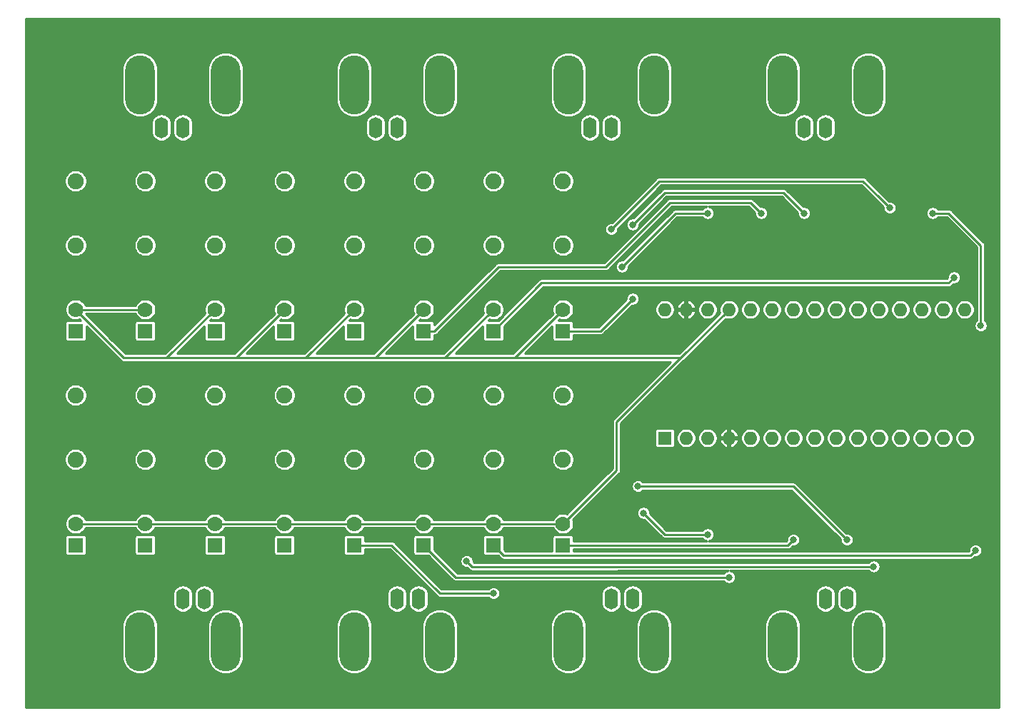
<source format=gbr>
%TF.GenerationSoftware,KiCad,Pcbnew,(5.1.6)-1*%
%TF.CreationDate,2022-02-01T17:42:09+01:00*%
%TF.ProjectId,Omniplex,4f6d6e69-706c-4657-982e-6b696361645f,rev?*%
%TF.SameCoordinates,Original*%
%TF.FileFunction,Copper,L4,Bot*%
%TF.FilePolarity,Positive*%
%FSLAX46Y46*%
G04 Gerber Fmt 4.6, Leading zero omitted, Abs format (unit mm)*
G04 Created by KiCad (PCBNEW (5.1.6)-1) date 2022-02-01 17:42:09*
%MOMM*%
%LPD*%
G01*
G04 APERTURE LIST*
%TA.AperFunction,ComponentPad*%
%ADD10O,1.600000X2.500000*%
%TD*%
%TA.AperFunction,ComponentPad*%
%ADD11O,3.500000X7.000000*%
%TD*%
%TA.AperFunction,ComponentPad*%
%ADD12C,1.778000*%
%TD*%
%TA.AperFunction,ComponentPad*%
%ADD13R,1.778000X1.778000*%
%TD*%
%TA.AperFunction,ComponentPad*%
%ADD14C,1.900000*%
%TD*%
%TA.AperFunction,ComponentPad*%
%ADD15O,1.600000X1.600000*%
%TD*%
%TA.AperFunction,ComponentPad*%
%ADD16R,1.600000X1.600000*%
%TD*%
%TA.AperFunction,ViaPad*%
%ADD17C,0.800000*%
%TD*%
%TA.AperFunction,Conductor*%
%ADD18C,0.250000*%
%TD*%
G04 APERTURE END LIST*
D10*
%TO.P,J8,2*%
%TO.N,/Shield*%
X154940000Y-127000000D03*
%TO.P,J8,1*%
%TO.N,Net-(J8-Pad1)*%
X152400000Y-127000000D03*
D11*
%TO.P,J8,2*%
%TO.N,/Shield*%
X147320000Y-132080000D03*
X157480000Y-132080000D03*
%TD*%
D10*
%TO.P,J7,2*%
%TO.N,/Shield*%
X129540000Y-127000000D03*
%TO.P,J7,1*%
%TO.N,Net-(J7-Pad1)*%
X127000000Y-127000000D03*
D11*
%TO.P,J7,2*%
%TO.N,/Shield*%
X121920000Y-132080000D03*
X132080000Y-132080000D03*
%TD*%
D10*
%TO.P,J6,2*%
%TO.N,/Shield*%
X104140000Y-127000000D03*
%TO.P,J6,1*%
%TO.N,Net-(J6-Pad1)*%
X101600000Y-127000000D03*
D11*
%TO.P,J6,2*%
%TO.N,/Shield*%
X96520000Y-132080000D03*
X106680000Y-132080000D03*
%TD*%
D10*
%TO.P,J5,2*%
%TO.N,/Shield*%
X78740000Y-127000000D03*
%TO.P,J5,1*%
%TO.N,Net-(J5-Pad1)*%
X76200000Y-127000000D03*
D11*
%TO.P,J5,2*%
%TO.N,/Shield*%
X71120000Y-132080000D03*
X81280000Y-132080000D03*
%TD*%
D10*
%TO.P,J4,2*%
%TO.N,/Shield*%
X149860000Y-71120000D03*
%TO.P,J4,1*%
%TO.N,Net-(J4-Pad1)*%
X152400000Y-71120000D03*
D11*
%TO.P,J4,2*%
%TO.N,/Shield*%
X157480000Y-66040000D03*
X147320000Y-66040000D03*
%TD*%
D10*
%TO.P,J3,2*%
%TO.N,/Shield*%
X124460000Y-71120000D03*
%TO.P,J3,1*%
%TO.N,Net-(J3-Pad1)*%
X127000000Y-71120000D03*
D11*
%TO.P,J3,2*%
%TO.N,/Shield*%
X132080000Y-66040000D03*
X121920000Y-66040000D03*
%TD*%
D10*
%TO.P,J2,2*%
%TO.N,/Shield*%
X99060000Y-71120000D03*
%TO.P,J2,1*%
%TO.N,Net-(J2-Pad1)*%
X101600000Y-71120000D03*
D11*
%TO.P,J2,2*%
%TO.N,/Shield*%
X106680000Y-66040000D03*
X96520000Y-66040000D03*
%TD*%
D10*
%TO.P,J1,2*%
%TO.N,/Shield*%
X73660000Y-71120000D03*
%TO.P,J1,1*%
%TO.N,Net-(J1-Pad1)*%
X76200000Y-71120000D03*
D11*
%TO.P,J1,2*%
%TO.N,/Shield*%
X81280000Y-66040000D03*
X71120000Y-66040000D03*
%TD*%
D12*
%TO.P,K16,5*%
%TO.N,+5V*%
X121285000Y-118110000D03*
D13*
%TO.P,K16,1*%
%TO.N,Net-(D16-Pad2)*%
X121285000Y-120650000D03*
D14*
%TO.P,K16,3*%
%TO.N,Net-(J8-Pad1)*%
X121285000Y-110490000D03*
%TO.P,K16,2*%
%TO.N,Net-(J4-Pad1)*%
X121285000Y-102870000D03*
%TD*%
D12*
%TO.P,K15,5*%
%TO.N,+5V*%
X113030000Y-118110000D03*
D13*
%TO.P,K15,1*%
%TO.N,Net-(D15-Pad2)*%
X113030000Y-120650000D03*
D14*
%TO.P,K15,3*%
%TO.N,Net-(J7-Pad1)*%
X113030000Y-110490000D03*
%TO.P,K15,2*%
%TO.N,Net-(J4-Pad1)*%
X113030000Y-102870000D03*
%TD*%
D12*
%TO.P,K14,5*%
%TO.N,+5V*%
X121285000Y-92710000D03*
D13*
%TO.P,K14,1*%
%TO.N,Net-(D14-Pad2)*%
X121285000Y-95250000D03*
D14*
%TO.P,K14,3*%
%TO.N,Net-(J6-Pad1)*%
X121285000Y-85090000D03*
%TO.P,K14,2*%
%TO.N,Net-(J4-Pad1)*%
X121285000Y-77470000D03*
%TD*%
D12*
%TO.P,K13,5*%
%TO.N,+5V*%
X113030000Y-92710000D03*
D13*
%TO.P,K13,1*%
%TO.N,Net-(D13-Pad2)*%
X113030000Y-95250000D03*
D14*
%TO.P,K13,3*%
%TO.N,Net-(J5-Pad1)*%
X113030000Y-85090000D03*
%TO.P,K13,2*%
%TO.N,Net-(J4-Pad1)*%
X113030000Y-77470000D03*
%TD*%
D12*
%TO.P,K12,5*%
%TO.N,+5V*%
X104775000Y-118110000D03*
D13*
%TO.P,K12,1*%
%TO.N,Net-(D12-Pad2)*%
X104775000Y-120650000D03*
D14*
%TO.P,K12,3*%
%TO.N,Net-(J8-Pad1)*%
X104775000Y-110490000D03*
%TO.P,K12,2*%
%TO.N,Net-(J3-Pad1)*%
X104775000Y-102870000D03*
%TD*%
D12*
%TO.P,K11,5*%
%TO.N,+5V*%
X96520000Y-118110000D03*
D13*
%TO.P,K11,1*%
%TO.N,Net-(D11-Pad2)*%
X96520000Y-120650000D03*
D14*
%TO.P,K11,3*%
%TO.N,Net-(J7-Pad1)*%
X96520000Y-110490000D03*
%TO.P,K11,2*%
%TO.N,Net-(J3-Pad1)*%
X96520000Y-102870000D03*
%TD*%
D12*
%TO.P,K10,5*%
%TO.N,+5V*%
X104775000Y-92710000D03*
D13*
%TO.P,K10,1*%
%TO.N,Net-(D10-Pad2)*%
X104775000Y-95250000D03*
D14*
%TO.P,K10,3*%
%TO.N,Net-(J6-Pad1)*%
X104775000Y-85090000D03*
%TO.P,K10,2*%
%TO.N,Net-(J3-Pad1)*%
X104775000Y-77470000D03*
%TD*%
D12*
%TO.P,K9,5*%
%TO.N,+5V*%
X96520000Y-92710000D03*
D13*
%TO.P,K9,1*%
%TO.N,Net-(D9-Pad2)*%
X96520000Y-95250000D03*
D14*
%TO.P,K9,3*%
%TO.N,Net-(J5-Pad1)*%
X96520000Y-85090000D03*
%TO.P,K9,2*%
%TO.N,Net-(J3-Pad1)*%
X96520000Y-77470000D03*
%TD*%
D12*
%TO.P,K8,5*%
%TO.N,+5V*%
X88265000Y-118110000D03*
D13*
%TO.P,K8,1*%
%TO.N,Net-(D8-Pad2)*%
X88265000Y-120650000D03*
D14*
%TO.P,K8,3*%
%TO.N,Net-(J8-Pad1)*%
X88265000Y-110490000D03*
%TO.P,K8,2*%
%TO.N,Net-(J2-Pad1)*%
X88265000Y-102870000D03*
%TD*%
D12*
%TO.P,K7,5*%
%TO.N,+5V*%
X80010000Y-118110000D03*
D13*
%TO.P,K7,1*%
%TO.N,Net-(D7-Pad2)*%
X80010000Y-120650000D03*
D14*
%TO.P,K7,3*%
%TO.N,Net-(J7-Pad1)*%
X80010000Y-110490000D03*
%TO.P,K7,2*%
%TO.N,Net-(J2-Pad1)*%
X80010000Y-102870000D03*
%TD*%
D12*
%TO.P,K6,5*%
%TO.N,+5V*%
X88265000Y-92710000D03*
D13*
%TO.P,K6,1*%
%TO.N,Net-(D6-Pad2)*%
X88265000Y-95250000D03*
D14*
%TO.P,K6,3*%
%TO.N,Net-(J6-Pad1)*%
X88265000Y-85090000D03*
%TO.P,K6,2*%
%TO.N,Net-(J2-Pad1)*%
X88265000Y-77470000D03*
%TD*%
D12*
%TO.P,K5,5*%
%TO.N,+5V*%
X80010000Y-92710000D03*
D13*
%TO.P,K5,1*%
%TO.N,Net-(D5-Pad2)*%
X80010000Y-95250000D03*
D14*
%TO.P,K5,3*%
%TO.N,Net-(J5-Pad1)*%
X80010000Y-85090000D03*
%TO.P,K5,2*%
%TO.N,Net-(J2-Pad1)*%
X80010000Y-77470000D03*
%TD*%
D12*
%TO.P,K4,5*%
%TO.N,+5V*%
X71755000Y-118110000D03*
D13*
%TO.P,K4,1*%
%TO.N,Net-(D4-Pad2)*%
X71755000Y-120650000D03*
D14*
%TO.P,K4,3*%
%TO.N,Net-(J8-Pad1)*%
X71755000Y-110490000D03*
%TO.P,K4,2*%
%TO.N,Net-(J1-Pad1)*%
X71755000Y-102870000D03*
%TD*%
D12*
%TO.P,K3,5*%
%TO.N,+5V*%
X63500000Y-118110000D03*
D13*
%TO.P,K3,1*%
%TO.N,Net-(D3-Pad2)*%
X63500000Y-120650000D03*
D14*
%TO.P,K3,3*%
%TO.N,Net-(J7-Pad1)*%
X63500000Y-110490000D03*
%TO.P,K3,2*%
%TO.N,Net-(J1-Pad1)*%
X63500000Y-102870000D03*
%TD*%
D12*
%TO.P,K2,5*%
%TO.N,+5V*%
X71755000Y-92710000D03*
D13*
%TO.P,K2,1*%
%TO.N,Net-(D2-Pad2)*%
X71755000Y-95250000D03*
D14*
%TO.P,K2,3*%
%TO.N,Net-(J6-Pad1)*%
X71755000Y-85090000D03*
%TO.P,K2,2*%
%TO.N,Net-(J1-Pad1)*%
X71755000Y-77470000D03*
%TD*%
D12*
%TO.P,K1,5*%
%TO.N,+5V*%
X63500000Y-92710000D03*
D13*
%TO.P,K1,1*%
%TO.N,Net-(D1-Pad2)*%
X63500000Y-95250000D03*
D14*
%TO.P,K1,3*%
%TO.N,Net-(J5-Pad1)*%
X63500000Y-85090000D03*
%TO.P,K1,2*%
%TO.N,Net-(J1-Pad1)*%
X63500000Y-77470000D03*
%TD*%
D15*
%TO.P,A1,16*%
%TO.N,N/C*%
X168910000Y-92710000D03*
%TO.P,A1,15*%
X168910000Y-107950000D03*
%TO.P,A1,30*%
X133350000Y-92710000D03*
%TO.P,A1,14*%
X166370000Y-107950000D03*
%TO.P,A1,29*%
%TO.N,GND*%
X135890000Y-92710000D03*
%TO.P,A1,13*%
%TO.N,N/C*%
X163830000Y-107950000D03*
%TO.P,A1,28*%
X138430000Y-92710000D03*
%TO.P,A1,12*%
%TO.N,Net-(A1-Pad12)*%
X161290000Y-107950000D03*
%TO.P,A1,27*%
%TO.N,+5V*%
X140970000Y-92710000D03*
%TO.P,A1,11*%
%TO.N,Net-(A1-Pad11)*%
X158750000Y-107950000D03*
%TO.P,A1,26*%
%TO.N,Net-(A1-Pad26)*%
X143510000Y-92710000D03*
%TO.P,A1,10*%
%TO.N,Net-(A1-Pad10)*%
X156210000Y-107950000D03*
%TO.P,A1,25*%
%TO.N,Net-(A1-Pad25)*%
X146050000Y-92710000D03*
%TO.P,A1,9*%
%TO.N,Net-(A1-Pad9)*%
X153670000Y-107950000D03*
%TO.P,A1,24*%
%TO.N,Net-(A1-Pad24)*%
X148590000Y-92710000D03*
%TO.P,A1,8*%
%TO.N,Net-(A1-Pad8)*%
X151130000Y-107950000D03*
%TO.P,A1,23*%
%TO.N,Net-(A1-Pad23)*%
X151130000Y-92710000D03*
%TO.P,A1,7*%
%TO.N,Net-(A1-Pad7)*%
X148590000Y-107950000D03*
%TO.P,A1,22*%
%TO.N,Net-(A1-Pad22)*%
X153670000Y-92710000D03*
%TO.P,A1,6*%
%TO.N,Net-(A1-Pad6)*%
X146050000Y-107950000D03*
%TO.P,A1,21*%
%TO.N,Net-(A1-Pad21)*%
X156210000Y-92710000D03*
%TO.P,A1,5*%
%TO.N,Net-(A1-Pad5)*%
X143510000Y-107950000D03*
%TO.P,A1,20*%
%TO.N,Net-(A1-Pad20)*%
X158750000Y-92710000D03*
%TO.P,A1,4*%
%TO.N,GND*%
X140970000Y-107950000D03*
%TO.P,A1,19*%
%TO.N,Net-(A1-Pad19)*%
X161290000Y-92710000D03*
%TO.P,A1,3*%
%TO.N,N/C*%
X138430000Y-107950000D03*
%TO.P,A1,18*%
X163830000Y-92710000D03*
%TO.P,A1,2*%
X135890000Y-107950000D03*
%TO.P,A1,17*%
X166370000Y-92710000D03*
D16*
%TO.P,A1,1*%
X133350000Y-107950000D03*
%TD*%
D17*
%TO.N,Net-(D3-Pad2)*%
X130175000Y-113665000D03*
X154940000Y-120015000D03*
%TO.N,Net-(D5-Pad2)*%
X160020000Y-80645000D03*
X127000000Y-83185000D03*
%TO.N,Net-(D6-Pad2)*%
X128270000Y-87630000D03*
X138430000Y-81280000D03*
%TO.N,Net-(D7-Pad2)*%
X158115000Y-123190000D03*
X109855000Y-122555000D03*
%TO.N,Net-(D8-Pad2)*%
X130810000Y-116840000D03*
X138430000Y-119380000D03*
%TO.N,Net-(D9-Pad2)*%
X170815000Y-94615000D03*
X165100000Y-81280000D03*
%TO.N,Net-(D10-Pad2)*%
X144780000Y-81280000D03*
%TO.N,Net-(D11-Pad2)*%
X113030000Y-126365000D03*
%TO.N,Net-(D12-Pad2)*%
X140970000Y-124460000D03*
%TO.N,Net-(D13-Pad2)*%
X167640000Y-88900000D03*
%TO.N,Net-(D14-Pad2)*%
X129540000Y-91440000D03*
X129540000Y-82640000D03*
X149860000Y-81280000D03*
%TO.N,Net-(D15-Pad2)*%
X170180000Y-121285000D03*
%TO.N,Net-(D16-Pad2)*%
X148590000Y-120015000D03*
%TD*%
D18*
%TO.N,Net-(D3-Pad2)*%
X130175000Y-113665000D02*
X148590000Y-113665000D01*
X148590000Y-113665000D02*
X154940000Y-120015000D01*
%TO.N,Net-(D5-Pad2)*%
X158750000Y-79375000D02*
X160020000Y-80645000D01*
X156845000Y-77470000D02*
X158750000Y-79375000D01*
X134620000Y-77470000D02*
X156845000Y-77470000D01*
X132715000Y-77470000D02*
X134620000Y-77470000D01*
X127000000Y-83185000D02*
X132715000Y-77470000D01*
%TO.N,Net-(D6-Pad2)*%
X128270000Y-87630000D02*
X134620000Y-81280000D01*
X134620000Y-81280000D02*
X138430000Y-81280000D01*
%TO.N,Net-(D7-Pad2)*%
X127669000Y-123190000D02*
X127652000Y-123207000D01*
X158115000Y-123190000D02*
X127669000Y-123190000D01*
X110507000Y-123207000D02*
X109855000Y-122555000D01*
X127652000Y-123207000D02*
X110507000Y-123207000D01*
%TO.N,Net-(D8-Pad2)*%
X130810000Y-116840000D02*
X133350000Y-119380000D01*
X133350000Y-119380000D02*
X138430000Y-119380000D01*
%TO.N,Net-(D9-Pad2)*%
X170815000Y-94615000D02*
X170815000Y-85090000D01*
X170815000Y-85090000D02*
X167005000Y-81280000D01*
X167005000Y-81280000D02*
X165100000Y-81280000D01*
%TO.N,Net-(D10-Pad2)*%
X144145000Y-80645000D02*
X144780000Y-81280000D01*
X143510000Y-80010000D02*
X144145000Y-80645000D01*
X106045000Y-95250000D02*
X113665000Y-87630000D01*
X133985000Y-80010000D02*
X143510000Y-80010000D01*
X104775000Y-95250000D02*
X106045000Y-95250000D01*
X113665000Y-87630000D02*
X126365000Y-87630000D01*
X126365000Y-87630000D02*
X133985000Y-80010000D01*
%TO.N,Net-(D11-Pad2)*%
X96520000Y-120650000D02*
X100965000Y-120650000D01*
X100965000Y-120650000D02*
X106680000Y-126365000D01*
X106680000Y-126365000D02*
X113030000Y-126365000D01*
%TO.N,Net-(D12-Pad2)*%
X107315000Y-123190000D02*
X104775000Y-120650000D01*
X108585000Y-124460000D02*
X107315000Y-123190000D01*
X140335000Y-124460000D02*
X108585000Y-124460000D01*
X140335000Y-124460000D02*
X140970000Y-124460000D01*
%TO.N,Net-(D13-Pad2)*%
X167005000Y-89535000D02*
X167640000Y-88900000D01*
X113030000Y-95250000D02*
X118745000Y-89535000D01*
X118745000Y-89535000D02*
X167005000Y-89535000D01*
%TO.N,Net-(D14-Pad2)*%
X121285000Y-95250000D02*
X125730000Y-95250000D01*
X125730000Y-95250000D02*
X129540000Y-91440000D01*
X129540000Y-82640000D02*
X133350000Y-78830000D01*
X133350000Y-78830000D02*
X147410000Y-78830000D01*
X147410000Y-78830000D02*
X149860000Y-81280000D01*
%TO.N,Net-(D15-Pad2)*%
X169600999Y-121864001D02*
X170180000Y-121285000D01*
X113030000Y-120650000D02*
X114244001Y-121864001D01*
X114244001Y-121864001D02*
X169600999Y-121864001D01*
%TO.N,Net-(D16-Pad2)*%
X146050000Y-120650000D02*
X147955000Y-120650000D01*
X147955000Y-120650000D02*
X148590000Y-120015000D01*
X121285000Y-120650000D02*
X146050000Y-120650000D01*
%TO.N,+5V*%
X135255000Y-98425000D02*
X140970000Y-92710000D01*
X121285000Y-92710000D02*
X115570000Y-98425000D01*
X115570000Y-98425000D02*
X114935000Y-98425000D01*
X114935000Y-98425000D02*
X135255000Y-98425000D01*
X107315000Y-98425000D02*
X106680000Y-98425000D01*
X113030000Y-92710000D02*
X107315000Y-98425000D01*
X106680000Y-98425000D02*
X114935000Y-98425000D01*
X104775000Y-92710000D02*
X99060000Y-98425000D01*
X99060000Y-98425000D02*
X106680000Y-98425000D01*
X90805000Y-98425000D02*
X90170000Y-98425000D01*
X96520000Y-92710000D02*
X90805000Y-98425000D01*
X88265000Y-92710000D02*
X82550000Y-98425000D01*
X82550000Y-98425000D02*
X90170000Y-98425000D01*
X74295000Y-98425000D02*
X73660000Y-98425000D01*
X80010000Y-92710000D02*
X74295000Y-98425000D01*
X69215000Y-98425000D02*
X73660000Y-98425000D01*
X63500000Y-92710000D02*
X67310000Y-96520000D01*
X67310000Y-96520000D02*
X69215000Y-98425000D01*
X63500000Y-92710000D02*
X71755000Y-92710000D01*
X90170000Y-98425000D02*
X99060000Y-98425000D01*
X73660000Y-98425000D02*
X82550000Y-98425000D01*
X63500000Y-118110000D02*
X121285000Y-118110000D01*
X127635000Y-111760000D02*
X122555000Y-116840000D01*
X127635000Y-106045000D02*
X127635000Y-111760000D01*
X127635000Y-106045000D02*
X135255000Y-98425000D01*
X121285000Y-118110000D02*
X122555000Y-116840000D01*
%TD*%
%TO.N,GND*%
G36*
X172955000Y-106660353D02*
G01*
X172955000Y-106660354D01*
X172955001Y-139935000D01*
X57550000Y-139935000D01*
X57550000Y-130225616D01*
X68995000Y-130225616D01*
X68995000Y-133934383D01*
X69025748Y-134246572D01*
X69147258Y-134647136D01*
X69344579Y-135016299D01*
X69610128Y-135339872D01*
X69933701Y-135605421D01*
X70302863Y-135802742D01*
X70703427Y-135924252D01*
X71120000Y-135965281D01*
X71536572Y-135924252D01*
X71937136Y-135802742D01*
X72306299Y-135605421D01*
X72629872Y-135339872D01*
X72895421Y-135016299D01*
X73092742Y-134647137D01*
X73214252Y-134246573D01*
X73245000Y-133934384D01*
X73245000Y-130225616D01*
X79155000Y-130225616D01*
X79155000Y-133934383D01*
X79185748Y-134246572D01*
X79307258Y-134647136D01*
X79504579Y-135016299D01*
X79770128Y-135339872D01*
X80093701Y-135605421D01*
X80462863Y-135802742D01*
X80863427Y-135924252D01*
X81280000Y-135965281D01*
X81696572Y-135924252D01*
X82097136Y-135802742D01*
X82466299Y-135605421D01*
X82789872Y-135339872D01*
X83055421Y-135016299D01*
X83252742Y-134647137D01*
X83374252Y-134246573D01*
X83405000Y-133934384D01*
X83405000Y-130225616D01*
X94395000Y-130225616D01*
X94395000Y-133934383D01*
X94425748Y-134246572D01*
X94547258Y-134647136D01*
X94744579Y-135016299D01*
X95010128Y-135339872D01*
X95333701Y-135605421D01*
X95702863Y-135802742D01*
X96103427Y-135924252D01*
X96520000Y-135965281D01*
X96936572Y-135924252D01*
X97337136Y-135802742D01*
X97706299Y-135605421D01*
X98029872Y-135339872D01*
X98295421Y-135016299D01*
X98492742Y-134647137D01*
X98614252Y-134246573D01*
X98645000Y-133934384D01*
X98645000Y-130225616D01*
X104555000Y-130225616D01*
X104555000Y-133934383D01*
X104585748Y-134246572D01*
X104707258Y-134647136D01*
X104904579Y-135016299D01*
X105170128Y-135339872D01*
X105493701Y-135605421D01*
X105862863Y-135802742D01*
X106263427Y-135924252D01*
X106680000Y-135965281D01*
X107096572Y-135924252D01*
X107497136Y-135802742D01*
X107866299Y-135605421D01*
X108189872Y-135339872D01*
X108455421Y-135016299D01*
X108652742Y-134647137D01*
X108774252Y-134246573D01*
X108805000Y-133934384D01*
X108805000Y-130225616D01*
X119795000Y-130225616D01*
X119795000Y-133934383D01*
X119825748Y-134246572D01*
X119947258Y-134647136D01*
X120144579Y-135016299D01*
X120410128Y-135339872D01*
X120733701Y-135605421D01*
X121102863Y-135802742D01*
X121503427Y-135924252D01*
X121920000Y-135965281D01*
X122336572Y-135924252D01*
X122737136Y-135802742D01*
X123106299Y-135605421D01*
X123429872Y-135339872D01*
X123695421Y-135016299D01*
X123892742Y-134647137D01*
X124014252Y-134246573D01*
X124045000Y-133934384D01*
X124045000Y-130225616D01*
X129955000Y-130225616D01*
X129955000Y-133934383D01*
X129985748Y-134246572D01*
X130107258Y-134647136D01*
X130304579Y-135016299D01*
X130570128Y-135339872D01*
X130893701Y-135605421D01*
X131262863Y-135802742D01*
X131663427Y-135924252D01*
X132080000Y-135965281D01*
X132496572Y-135924252D01*
X132897136Y-135802742D01*
X133266299Y-135605421D01*
X133589872Y-135339872D01*
X133855421Y-135016299D01*
X134052742Y-134647137D01*
X134174252Y-134246573D01*
X134205000Y-133934384D01*
X134205000Y-130225616D01*
X145195000Y-130225616D01*
X145195000Y-133934383D01*
X145225748Y-134246572D01*
X145347258Y-134647136D01*
X145544579Y-135016299D01*
X145810128Y-135339872D01*
X146133701Y-135605421D01*
X146502863Y-135802742D01*
X146903427Y-135924252D01*
X147320000Y-135965281D01*
X147736572Y-135924252D01*
X148137136Y-135802742D01*
X148506299Y-135605421D01*
X148829872Y-135339872D01*
X149095421Y-135016299D01*
X149292742Y-134647137D01*
X149414252Y-134246573D01*
X149445000Y-133934384D01*
X149445000Y-130225616D01*
X155355000Y-130225616D01*
X155355000Y-133934383D01*
X155385748Y-134246572D01*
X155507258Y-134647136D01*
X155704579Y-135016299D01*
X155970128Y-135339872D01*
X156293701Y-135605421D01*
X156662863Y-135802742D01*
X157063427Y-135924252D01*
X157480000Y-135965281D01*
X157896572Y-135924252D01*
X158297136Y-135802742D01*
X158666299Y-135605421D01*
X158989872Y-135339872D01*
X159255421Y-135016299D01*
X159452742Y-134647137D01*
X159574252Y-134246573D01*
X159605000Y-133934384D01*
X159605000Y-130225616D01*
X159574252Y-129913427D01*
X159452742Y-129512863D01*
X159255421Y-129143701D01*
X158989872Y-128820128D01*
X158666299Y-128554579D01*
X158297137Y-128357258D01*
X157896573Y-128235748D01*
X157480000Y-128194719D01*
X157063428Y-128235748D01*
X156662864Y-128357258D01*
X156293702Y-128554579D01*
X155970129Y-128820128D01*
X155704580Y-129143701D01*
X155507259Y-129512863D01*
X155385749Y-129913427D01*
X155355000Y-130225616D01*
X149445000Y-130225616D01*
X149414252Y-129913427D01*
X149292742Y-129512863D01*
X149095421Y-129143701D01*
X148829872Y-128820128D01*
X148506299Y-128554579D01*
X148137137Y-128357258D01*
X147736573Y-128235748D01*
X147320000Y-128194719D01*
X146903428Y-128235748D01*
X146502864Y-128357258D01*
X146133702Y-128554579D01*
X145810129Y-128820128D01*
X145544580Y-129143701D01*
X145347259Y-129512863D01*
X145225749Y-129913427D01*
X145195000Y-130225616D01*
X134205000Y-130225616D01*
X134174252Y-129913427D01*
X134052742Y-129512863D01*
X133855421Y-129143701D01*
X133589872Y-128820128D01*
X133266299Y-128554579D01*
X132897137Y-128357258D01*
X132496573Y-128235748D01*
X132080000Y-128194719D01*
X131663428Y-128235748D01*
X131262864Y-128357258D01*
X130893702Y-128554579D01*
X130570129Y-128820128D01*
X130304580Y-129143701D01*
X130107259Y-129512863D01*
X129985749Y-129913427D01*
X129955000Y-130225616D01*
X124045000Y-130225616D01*
X124014252Y-129913427D01*
X123892742Y-129512863D01*
X123695421Y-129143701D01*
X123429872Y-128820128D01*
X123106299Y-128554579D01*
X122737137Y-128357258D01*
X122336573Y-128235748D01*
X121920000Y-128194719D01*
X121503428Y-128235748D01*
X121102864Y-128357258D01*
X120733702Y-128554579D01*
X120410129Y-128820128D01*
X120144580Y-129143701D01*
X119947259Y-129512863D01*
X119825749Y-129913427D01*
X119795000Y-130225616D01*
X108805000Y-130225616D01*
X108774252Y-129913427D01*
X108652742Y-129512863D01*
X108455421Y-129143701D01*
X108189872Y-128820128D01*
X107866299Y-128554579D01*
X107497137Y-128357258D01*
X107096573Y-128235748D01*
X106680000Y-128194719D01*
X106263428Y-128235748D01*
X105862864Y-128357258D01*
X105493702Y-128554579D01*
X105170129Y-128820128D01*
X104904580Y-129143701D01*
X104707259Y-129512863D01*
X104585749Y-129913427D01*
X104555000Y-130225616D01*
X98645000Y-130225616D01*
X98614252Y-129913427D01*
X98492742Y-129512863D01*
X98295421Y-129143701D01*
X98029872Y-128820128D01*
X97706299Y-128554579D01*
X97337137Y-128357258D01*
X96936573Y-128235748D01*
X96520000Y-128194719D01*
X96103428Y-128235748D01*
X95702864Y-128357258D01*
X95333702Y-128554579D01*
X95010129Y-128820128D01*
X94744580Y-129143701D01*
X94547259Y-129512863D01*
X94425749Y-129913427D01*
X94395000Y-130225616D01*
X83405000Y-130225616D01*
X83374252Y-129913427D01*
X83252742Y-129512863D01*
X83055421Y-129143701D01*
X82789872Y-128820128D01*
X82466299Y-128554579D01*
X82097137Y-128357258D01*
X81696573Y-128235748D01*
X81280000Y-128194719D01*
X80863428Y-128235748D01*
X80462864Y-128357258D01*
X80093702Y-128554579D01*
X79770129Y-128820128D01*
X79504580Y-129143701D01*
X79307259Y-129512863D01*
X79185749Y-129913427D01*
X79155000Y-130225616D01*
X73245000Y-130225616D01*
X73214252Y-129913427D01*
X73092742Y-129512863D01*
X72895421Y-129143701D01*
X72629872Y-128820128D01*
X72306299Y-128554579D01*
X71937137Y-128357258D01*
X71536573Y-128235748D01*
X71120000Y-128194719D01*
X70703428Y-128235748D01*
X70302864Y-128357258D01*
X69933702Y-128554579D01*
X69610129Y-128820128D01*
X69344580Y-129143701D01*
X69147259Y-129512863D01*
X69025749Y-129913427D01*
X68995000Y-130225616D01*
X57550000Y-130225616D01*
X57550000Y-126492280D01*
X75025000Y-126492280D01*
X75025000Y-127507719D01*
X75042002Y-127680339D01*
X75109189Y-127901828D01*
X75218296Y-128105952D01*
X75365130Y-128284870D01*
X75544047Y-128431704D01*
X75748171Y-128540811D01*
X75969660Y-128607998D01*
X76200000Y-128630685D01*
X76430339Y-128607998D01*
X76651828Y-128540811D01*
X76855952Y-128431704D01*
X77034870Y-128284870D01*
X77181704Y-128105953D01*
X77290811Y-127901829D01*
X77357998Y-127680340D01*
X77375000Y-127507720D01*
X77375000Y-126492281D01*
X77375000Y-126492280D01*
X77565000Y-126492280D01*
X77565000Y-127507719D01*
X77582002Y-127680339D01*
X77649189Y-127901828D01*
X77758296Y-128105952D01*
X77905130Y-128284870D01*
X78084047Y-128431704D01*
X78288171Y-128540811D01*
X78509660Y-128607998D01*
X78740000Y-128630685D01*
X78970339Y-128607998D01*
X79191828Y-128540811D01*
X79395952Y-128431704D01*
X79574870Y-128284870D01*
X79721704Y-128105953D01*
X79830811Y-127901829D01*
X79897998Y-127680340D01*
X79915000Y-127507720D01*
X79915000Y-126492281D01*
X79915000Y-126492280D01*
X100425000Y-126492280D01*
X100425000Y-127507719D01*
X100442002Y-127680339D01*
X100509189Y-127901828D01*
X100618296Y-128105952D01*
X100765130Y-128284870D01*
X100944047Y-128431704D01*
X101148171Y-128540811D01*
X101369660Y-128607998D01*
X101600000Y-128630685D01*
X101830339Y-128607998D01*
X102051828Y-128540811D01*
X102255952Y-128431704D01*
X102434870Y-128284870D01*
X102581704Y-128105953D01*
X102690811Y-127901829D01*
X102757998Y-127680340D01*
X102775000Y-127507720D01*
X102775000Y-126492281D01*
X102775000Y-126492280D01*
X102965000Y-126492280D01*
X102965000Y-127507719D01*
X102982002Y-127680339D01*
X103049189Y-127901828D01*
X103158296Y-128105952D01*
X103305130Y-128284870D01*
X103484047Y-128431704D01*
X103688171Y-128540811D01*
X103909660Y-128607998D01*
X104140000Y-128630685D01*
X104370339Y-128607998D01*
X104591828Y-128540811D01*
X104795952Y-128431704D01*
X104974870Y-128284870D01*
X105121704Y-128105953D01*
X105230811Y-127901829D01*
X105297998Y-127680340D01*
X105315000Y-127507720D01*
X105315000Y-126492281D01*
X105297998Y-126319660D01*
X105230811Y-126098171D01*
X105121704Y-125894047D01*
X104974870Y-125715130D01*
X104795953Y-125568296D01*
X104591829Y-125459189D01*
X104370340Y-125392002D01*
X104140000Y-125369315D01*
X103909661Y-125392002D01*
X103688172Y-125459189D01*
X103484048Y-125568296D01*
X103305131Y-125715130D01*
X103158297Y-125894047D01*
X103049189Y-126098171D01*
X102982002Y-126319660D01*
X102965000Y-126492280D01*
X102775000Y-126492280D01*
X102757998Y-126319660D01*
X102690811Y-126098171D01*
X102581704Y-125894047D01*
X102434870Y-125715130D01*
X102255953Y-125568296D01*
X102051829Y-125459189D01*
X101830340Y-125392002D01*
X101600000Y-125369315D01*
X101369661Y-125392002D01*
X101148172Y-125459189D01*
X100944048Y-125568296D01*
X100765131Y-125715130D01*
X100618297Y-125894047D01*
X100509189Y-126098171D01*
X100442002Y-126319660D01*
X100425000Y-126492280D01*
X79915000Y-126492280D01*
X79897998Y-126319660D01*
X79830811Y-126098171D01*
X79721704Y-125894047D01*
X79574870Y-125715130D01*
X79395953Y-125568296D01*
X79191829Y-125459189D01*
X78970340Y-125392002D01*
X78740000Y-125369315D01*
X78509661Y-125392002D01*
X78288172Y-125459189D01*
X78084048Y-125568296D01*
X77905131Y-125715130D01*
X77758297Y-125894047D01*
X77649189Y-126098171D01*
X77582002Y-126319660D01*
X77565000Y-126492280D01*
X77375000Y-126492280D01*
X77357998Y-126319660D01*
X77290811Y-126098171D01*
X77181704Y-125894047D01*
X77034870Y-125715130D01*
X76855953Y-125568296D01*
X76651829Y-125459189D01*
X76430340Y-125392002D01*
X76200000Y-125369315D01*
X75969661Y-125392002D01*
X75748172Y-125459189D01*
X75544048Y-125568296D01*
X75365131Y-125715130D01*
X75218297Y-125894047D01*
X75109189Y-126098171D01*
X75042002Y-126319660D01*
X75025000Y-126492280D01*
X57550000Y-126492280D01*
X57550000Y-119761000D01*
X62234186Y-119761000D01*
X62234186Y-121539000D01*
X62241426Y-121612513D01*
X62262869Y-121683200D01*
X62297691Y-121748347D01*
X62344552Y-121805448D01*
X62401653Y-121852309D01*
X62466800Y-121887131D01*
X62537487Y-121908574D01*
X62611000Y-121915814D01*
X64389000Y-121915814D01*
X64462513Y-121908574D01*
X64533200Y-121887131D01*
X64598347Y-121852309D01*
X64655448Y-121805448D01*
X64702309Y-121748347D01*
X64737131Y-121683200D01*
X64758574Y-121612513D01*
X64765814Y-121539000D01*
X64765814Y-119761000D01*
X70489186Y-119761000D01*
X70489186Y-121539000D01*
X70496426Y-121612513D01*
X70517869Y-121683200D01*
X70552691Y-121748347D01*
X70599552Y-121805448D01*
X70656653Y-121852309D01*
X70721800Y-121887131D01*
X70792487Y-121908574D01*
X70866000Y-121915814D01*
X72644000Y-121915814D01*
X72717513Y-121908574D01*
X72788200Y-121887131D01*
X72853347Y-121852309D01*
X72910448Y-121805448D01*
X72957309Y-121748347D01*
X72992131Y-121683200D01*
X73013574Y-121612513D01*
X73020814Y-121539000D01*
X73020814Y-119761000D01*
X78744186Y-119761000D01*
X78744186Y-121539000D01*
X78751426Y-121612513D01*
X78772869Y-121683200D01*
X78807691Y-121748347D01*
X78854552Y-121805448D01*
X78911653Y-121852309D01*
X78976800Y-121887131D01*
X79047487Y-121908574D01*
X79121000Y-121915814D01*
X80899000Y-121915814D01*
X80972513Y-121908574D01*
X81043200Y-121887131D01*
X81108347Y-121852309D01*
X81165448Y-121805448D01*
X81212309Y-121748347D01*
X81247131Y-121683200D01*
X81268574Y-121612513D01*
X81275814Y-121539000D01*
X81275814Y-119761000D01*
X86999186Y-119761000D01*
X86999186Y-121539000D01*
X87006426Y-121612513D01*
X87027869Y-121683200D01*
X87062691Y-121748347D01*
X87109552Y-121805448D01*
X87166653Y-121852309D01*
X87231800Y-121887131D01*
X87302487Y-121908574D01*
X87376000Y-121915814D01*
X89154000Y-121915814D01*
X89227513Y-121908574D01*
X89298200Y-121887131D01*
X89363347Y-121852309D01*
X89420448Y-121805448D01*
X89467309Y-121748347D01*
X89502131Y-121683200D01*
X89523574Y-121612513D01*
X89530814Y-121539000D01*
X89530814Y-119761000D01*
X95254186Y-119761000D01*
X95254186Y-121539000D01*
X95261426Y-121612513D01*
X95282869Y-121683200D01*
X95317691Y-121748347D01*
X95364552Y-121805448D01*
X95421653Y-121852309D01*
X95486800Y-121887131D01*
X95557487Y-121908574D01*
X95631000Y-121915814D01*
X97409000Y-121915814D01*
X97482513Y-121908574D01*
X97553200Y-121887131D01*
X97618347Y-121852309D01*
X97675448Y-121805448D01*
X97722309Y-121748347D01*
X97757131Y-121683200D01*
X97778574Y-121612513D01*
X97785814Y-121539000D01*
X97785814Y-121150000D01*
X100757895Y-121150000D01*
X106309080Y-126701187D01*
X106324736Y-126720264D01*
X106400871Y-126782746D01*
X106487733Y-126829175D01*
X106581983Y-126857765D01*
X106680000Y-126867419D01*
X106704560Y-126865000D01*
X112433984Y-126865000D01*
X112535966Y-126966982D01*
X112662900Y-127051796D01*
X112803941Y-127110217D01*
X112953669Y-127140000D01*
X113106331Y-127140000D01*
X113256059Y-127110217D01*
X113397100Y-127051796D01*
X113524034Y-126966982D01*
X113631982Y-126859034D01*
X113716796Y-126732100D01*
X113775217Y-126591059D01*
X113794865Y-126492280D01*
X125825000Y-126492280D01*
X125825000Y-127507719D01*
X125842002Y-127680339D01*
X125909189Y-127901828D01*
X126018296Y-128105952D01*
X126165130Y-128284870D01*
X126344047Y-128431704D01*
X126548171Y-128540811D01*
X126769660Y-128607998D01*
X127000000Y-128630685D01*
X127230339Y-128607998D01*
X127451828Y-128540811D01*
X127655952Y-128431704D01*
X127834870Y-128284870D01*
X127981704Y-128105953D01*
X128090811Y-127901829D01*
X128157998Y-127680340D01*
X128175000Y-127507720D01*
X128175000Y-126492281D01*
X128175000Y-126492280D01*
X128365000Y-126492280D01*
X128365000Y-127507719D01*
X128382002Y-127680339D01*
X128449189Y-127901828D01*
X128558296Y-128105952D01*
X128705130Y-128284870D01*
X128884047Y-128431704D01*
X129088171Y-128540811D01*
X129309660Y-128607998D01*
X129540000Y-128630685D01*
X129770339Y-128607998D01*
X129991828Y-128540811D01*
X130195952Y-128431704D01*
X130374870Y-128284870D01*
X130521704Y-128105953D01*
X130630811Y-127901829D01*
X130697998Y-127680340D01*
X130715000Y-127507720D01*
X130715000Y-126492281D01*
X130715000Y-126492280D01*
X151225000Y-126492280D01*
X151225000Y-127507719D01*
X151242002Y-127680339D01*
X151309189Y-127901828D01*
X151418296Y-128105952D01*
X151565130Y-128284870D01*
X151744047Y-128431704D01*
X151948171Y-128540811D01*
X152169660Y-128607998D01*
X152400000Y-128630685D01*
X152630339Y-128607998D01*
X152851828Y-128540811D01*
X153055952Y-128431704D01*
X153234870Y-128284870D01*
X153381704Y-128105953D01*
X153490811Y-127901829D01*
X153557998Y-127680340D01*
X153575000Y-127507720D01*
X153575000Y-126492281D01*
X153575000Y-126492280D01*
X153765000Y-126492280D01*
X153765000Y-127507719D01*
X153782002Y-127680339D01*
X153849189Y-127901828D01*
X153958296Y-128105952D01*
X154105130Y-128284870D01*
X154284047Y-128431704D01*
X154488171Y-128540811D01*
X154709660Y-128607998D01*
X154940000Y-128630685D01*
X155170339Y-128607998D01*
X155391828Y-128540811D01*
X155595952Y-128431704D01*
X155774870Y-128284870D01*
X155921704Y-128105953D01*
X156030811Y-127901829D01*
X156097998Y-127680340D01*
X156115000Y-127507720D01*
X156115000Y-126492281D01*
X156097998Y-126319660D01*
X156030811Y-126098171D01*
X155921704Y-125894047D01*
X155774870Y-125715130D01*
X155595953Y-125568296D01*
X155391829Y-125459189D01*
X155170340Y-125392002D01*
X154940000Y-125369315D01*
X154709661Y-125392002D01*
X154488172Y-125459189D01*
X154284048Y-125568296D01*
X154105131Y-125715130D01*
X153958297Y-125894047D01*
X153849189Y-126098171D01*
X153782002Y-126319660D01*
X153765000Y-126492280D01*
X153575000Y-126492280D01*
X153557998Y-126319660D01*
X153490811Y-126098171D01*
X153381704Y-125894047D01*
X153234870Y-125715130D01*
X153055953Y-125568296D01*
X152851829Y-125459189D01*
X152630340Y-125392002D01*
X152400000Y-125369315D01*
X152169661Y-125392002D01*
X151948172Y-125459189D01*
X151744048Y-125568296D01*
X151565131Y-125715130D01*
X151418297Y-125894047D01*
X151309189Y-126098171D01*
X151242002Y-126319660D01*
X151225000Y-126492280D01*
X130715000Y-126492280D01*
X130697998Y-126319660D01*
X130630811Y-126098171D01*
X130521704Y-125894047D01*
X130374870Y-125715130D01*
X130195953Y-125568296D01*
X129991829Y-125459189D01*
X129770340Y-125392002D01*
X129540000Y-125369315D01*
X129309661Y-125392002D01*
X129088172Y-125459189D01*
X128884048Y-125568296D01*
X128705131Y-125715130D01*
X128558297Y-125894047D01*
X128449189Y-126098171D01*
X128382002Y-126319660D01*
X128365000Y-126492280D01*
X128175000Y-126492280D01*
X128157998Y-126319660D01*
X128090811Y-126098171D01*
X127981704Y-125894047D01*
X127834870Y-125715130D01*
X127655953Y-125568296D01*
X127451829Y-125459189D01*
X127230340Y-125392002D01*
X127000000Y-125369315D01*
X126769661Y-125392002D01*
X126548172Y-125459189D01*
X126344048Y-125568296D01*
X126165131Y-125715130D01*
X126018297Y-125894047D01*
X125909189Y-126098171D01*
X125842002Y-126319660D01*
X125825000Y-126492280D01*
X113794865Y-126492280D01*
X113805000Y-126441331D01*
X113805000Y-126288669D01*
X113775217Y-126138941D01*
X113716796Y-125997900D01*
X113631982Y-125870966D01*
X113524034Y-125763018D01*
X113397100Y-125678204D01*
X113256059Y-125619783D01*
X113106331Y-125590000D01*
X112953669Y-125590000D01*
X112803941Y-125619783D01*
X112662900Y-125678204D01*
X112535966Y-125763018D01*
X112433984Y-125865000D01*
X106887107Y-125865000D01*
X101335929Y-120313824D01*
X101320264Y-120294736D01*
X101244129Y-120232254D01*
X101157267Y-120185825D01*
X101063017Y-120157235D01*
X100989560Y-120150000D01*
X100965000Y-120147581D01*
X100940440Y-120150000D01*
X97785814Y-120150000D01*
X97785814Y-119761000D01*
X103509186Y-119761000D01*
X103509186Y-121539000D01*
X103516426Y-121612513D01*
X103537869Y-121683200D01*
X103572691Y-121748347D01*
X103619552Y-121805448D01*
X103676653Y-121852309D01*
X103741800Y-121887131D01*
X103812487Y-121908574D01*
X103886000Y-121915814D01*
X105333708Y-121915814D01*
X106978812Y-123560919D01*
X106978823Y-123560928D01*
X108214080Y-124796187D01*
X108229736Y-124815264D01*
X108305871Y-124877746D01*
X108392733Y-124924175D01*
X108486983Y-124952765D01*
X108560440Y-124960000D01*
X108560441Y-124960000D01*
X108584999Y-124962419D01*
X108609557Y-124960000D01*
X140373984Y-124960000D01*
X140475966Y-125061982D01*
X140602900Y-125146796D01*
X140743941Y-125205217D01*
X140893669Y-125235000D01*
X141046331Y-125235000D01*
X141196059Y-125205217D01*
X141337100Y-125146796D01*
X141464034Y-125061982D01*
X141571982Y-124954034D01*
X141656796Y-124827100D01*
X141715217Y-124686059D01*
X141745000Y-124536331D01*
X141745000Y-124383669D01*
X141715217Y-124233941D01*
X141656796Y-124092900D01*
X141571982Y-123965966D01*
X141464034Y-123858018D01*
X141337100Y-123773204D01*
X141196059Y-123714783D01*
X141071467Y-123690000D01*
X157518984Y-123690000D01*
X157620966Y-123791982D01*
X157747900Y-123876796D01*
X157888941Y-123935217D01*
X158038669Y-123965000D01*
X158191331Y-123965000D01*
X158341059Y-123935217D01*
X158482100Y-123876796D01*
X158609034Y-123791982D01*
X158716982Y-123684034D01*
X158801796Y-123557100D01*
X158860217Y-123416059D01*
X158890000Y-123266331D01*
X158890000Y-123113669D01*
X158860217Y-122963941D01*
X158801796Y-122822900D01*
X158716982Y-122695966D01*
X158609034Y-122588018D01*
X158482100Y-122503204D01*
X158341059Y-122444783D01*
X158191331Y-122415000D01*
X158038669Y-122415000D01*
X157888941Y-122444783D01*
X157747900Y-122503204D01*
X157620966Y-122588018D01*
X157518984Y-122690000D01*
X127693560Y-122690000D01*
X127669000Y-122687581D01*
X127644440Y-122690000D01*
X127570983Y-122697235D01*
X127538792Y-122707000D01*
X110714107Y-122707000D01*
X110630000Y-122622894D01*
X110630000Y-122478669D01*
X110600217Y-122328941D01*
X110541796Y-122187900D01*
X110456982Y-122060966D01*
X110349034Y-121953018D01*
X110222100Y-121868204D01*
X110081059Y-121809783D01*
X109931331Y-121780000D01*
X109778669Y-121780000D01*
X109628941Y-121809783D01*
X109487900Y-121868204D01*
X109360966Y-121953018D01*
X109253018Y-122060966D01*
X109168204Y-122187900D01*
X109109783Y-122328941D01*
X109080000Y-122478669D01*
X109080000Y-122631331D01*
X109109783Y-122781059D01*
X109168204Y-122922100D01*
X109253018Y-123049034D01*
X109360966Y-123156982D01*
X109487900Y-123241796D01*
X109628941Y-123300217D01*
X109778669Y-123330000D01*
X109922894Y-123330000D01*
X110136080Y-123543186D01*
X110151736Y-123562264D01*
X110227871Y-123624746D01*
X110314733Y-123671175D01*
X110408983Y-123699765D01*
X110482440Y-123707000D01*
X110482449Y-123707000D01*
X110506999Y-123709418D01*
X110531549Y-123707000D01*
X127627440Y-123707000D01*
X127652000Y-123709419D01*
X127676560Y-123707000D01*
X127750017Y-123699765D01*
X127782208Y-123690000D01*
X140868533Y-123690000D01*
X140743941Y-123714783D01*
X140602900Y-123773204D01*
X140475966Y-123858018D01*
X140373984Y-123960000D01*
X108792107Y-123960000D01*
X107685928Y-122853823D01*
X107685919Y-122853812D01*
X106040814Y-121208708D01*
X106040814Y-119761000D01*
X111764186Y-119761000D01*
X111764186Y-121539000D01*
X111771426Y-121612513D01*
X111792869Y-121683200D01*
X111827691Y-121748347D01*
X111874552Y-121805448D01*
X111931653Y-121852309D01*
X111996800Y-121887131D01*
X112067487Y-121908574D01*
X112141000Y-121915814D01*
X113588708Y-121915814D01*
X113873081Y-122200188D01*
X113888737Y-122219265D01*
X113964872Y-122281747D01*
X114051734Y-122328176D01*
X114145984Y-122356766D01*
X114244001Y-122366420D01*
X114268561Y-122364001D01*
X169576439Y-122364001D01*
X169600999Y-122366420D01*
X169625559Y-122364001D01*
X169699016Y-122356766D01*
X169793266Y-122328176D01*
X169880128Y-122281747D01*
X169956263Y-122219265D01*
X169971928Y-122200177D01*
X170112105Y-122060000D01*
X170256331Y-122060000D01*
X170406059Y-122030217D01*
X170547100Y-121971796D01*
X170674034Y-121886982D01*
X170781982Y-121779034D01*
X170866796Y-121652100D01*
X170925217Y-121511059D01*
X170955000Y-121361331D01*
X170955000Y-121208669D01*
X170925217Y-121058941D01*
X170866796Y-120917900D01*
X170781982Y-120790966D01*
X170674034Y-120683018D01*
X170547100Y-120598204D01*
X170406059Y-120539783D01*
X170256331Y-120510000D01*
X170103669Y-120510000D01*
X169953941Y-120539783D01*
X169812900Y-120598204D01*
X169685966Y-120683018D01*
X169578018Y-120790966D01*
X169493204Y-120917900D01*
X169434783Y-121058941D01*
X169405000Y-121208669D01*
X169405000Y-121352895D01*
X169393894Y-121364001D01*
X122550814Y-121364001D01*
X122550814Y-121150000D01*
X147930440Y-121150000D01*
X147955000Y-121152419D01*
X147979560Y-121150000D01*
X148053017Y-121142765D01*
X148147267Y-121114175D01*
X148234129Y-121067746D01*
X148310264Y-121005264D01*
X148325929Y-120986176D01*
X148522106Y-120790000D01*
X148666331Y-120790000D01*
X148816059Y-120760217D01*
X148957100Y-120701796D01*
X149084034Y-120616982D01*
X149191982Y-120509034D01*
X149276796Y-120382100D01*
X149335217Y-120241059D01*
X149365000Y-120091331D01*
X149365000Y-119938669D01*
X149335217Y-119788941D01*
X149276796Y-119647900D01*
X149191982Y-119520966D01*
X149084034Y-119413018D01*
X148957100Y-119328204D01*
X148816059Y-119269783D01*
X148666331Y-119240000D01*
X148513669Y-119240000D01*
X148363941Y-119269783D01*
X148222900Y-119328204D01*
X148095966Y-119413018D01*
X147988018Y-119520966D01*
X147903204Y-119647900D01*
X147844783Y-119788941D01*
X147815000Y-119938669D01*
X147815000Y-120082894D01*
X147747895Y-120150000D01*
X138531467Y-120150000D01*
X138656059Y-120125217D01*
X138797100Y-120066796D01*
X138924034Y-119981982D01*
X139031982Y-119874034D01*
X139116796Y-119747100D01*
X139175217Y-119606059D01*
X139205000Y-119456331D01*
X139205000Y-119303669D01*
X139175217Y-119153941D01*
X139116796Y-119012900D01*
X139031982Y-118885966D01*
X138924034Y-118778018D01*
X138797100Y-118693204D01*
X138656059Y-118634783D01*
X138506331Y-118605000D01*
X138353669Y-118605000D01*
X138203941Y-118634783D01*
X138062900Y-118693204D01*
X137935966Y-118778018D01*
X137833984Y-118880000D01*
X133557107Y-118880000D01*
X131585000Y-116907895D01*
X131585000Y-116763669D01*
X131555217Y-116613941D01*
X131496796Y-116472900D01*
X131411982Y-116345966D01*
X131304034Y-116238018D01*
X131177100Y-116153204D01*
X131036059Y-116094783D01*
X130886331Y-116065000D01*
X130733669Y-116065000D01*
X130583941Y-116094783D01*
X130442900Y-116153204D01*
X130315966Y-116238018D01*
X130208018Y-116345966D01*
X130123204Y-116472900D01*
X130064783Y-116613941D01*
X130035000Y-116763669D01*
X130035000Y-116916331D01*
X130064783Y-117066059D01*
X130123204Y-117207100D01*
X130208018Y-117334034D01*
X130315966Y-117441982D01*
X130442900Y-117526796D01*
X130583941Y-117585217D01*
X130733669Y-117615000D01*
X130877895Y-117615000D01*
X132979080Y-119716187D01*
X132994736Y-119735264D01*
X133070871Y-119797746D01*
X133157733Y-119844175D01*
X133251983Y-119872765D01*
X133325440Y-119880000D01*
X133325449Y-119880000D01*
X133349999Y-119882418D01*
X133374549Y-119880000D01*
X137833984Y-119880000D01*
X137935966Y-119981982D01*
X138062900Y-120066796D01*
X138203941Y-120125217D01*
X138328533Y-120150000D01*
X122550814Y-120150000D01*
X122550814Y-119761000D01*
X122543574Y-119687487D01*
X122522131Y-119616800D01*
X122487309Y-119551653D01*
X122440448Y-119494552D01*
X122383347Y-119447691D01*
X122318200Y-119412869D01*
X122247513Y-119391426D01*
X122174000Y-119384186D01*
X120396000Y-119384186D01*
X120322487Y-119391426D01*
X120251800Y-119412869D01*
X120186653Y-119447691D01*
X120129552Y-119494552D01*
X120082691Y-119551653D01*
X120047869Y-119616800D01*
X120026426Y-119687487D01*
X120019186Y-119761000D01*
X120019186Y-121364001D01*
X114451108Y-121364001D01*
X114295814Y-121208708D01*
X114295814Y-119761000D01*
X114288574Y-119687487D01*
X114267131Y-119616800D01*
X114232309Y-119551653D01*
X114185448Y-119494552D01*
X114128347Y-119447691D01*
X114063200Y-119412869D01*
X113992513Y-119391426D01*
X113919000Y-119384186D01*
X112141000Y-119384186D01*
X112067487Y-119391426D01*
X111996800Y-119412869D01*
X111931653Y-119447691D01*
X111874552Y-119494552D01*
X111827691Y-119551653D01*
X111792869Y-119616800D01*
X111771426Y-119687487D01*
X111764186Y-119761000D01*
X106040814Y-119761000D01*
X106033574Y-119687487D01*
X106012131Y-119616800D01*
X105977309Y-119551653D01*
X105930448Y-119494552D01*
X105873347Y-119447691D01*
X105808200Y-119412869D01*
X105737513Y-119391426D01*
X105664000Y-119384186D01*
X103886000Y-119384186D01*
X103812487Y-119391426D01*
X103741800Y-119412869D01*
X103676653Y-119447691D01*
X103619552Y-119494552D01*
X103572691Y-119551653D01*
X103537869Y-119616800D01*
X103516426Y-119687487D01*
X103509186Y-119761000D01*
X97785814Y-119761000D01*
X97778574Y-119687487D01*
X97757131Y-119616800D01*
X97722309Y-119551653D01*
X97675448Y-119494552D01*
X97618347Y-119447691D01*
X97553200Y-119412869D01*
X97482513Y-119391426D01*
X97409000Y-119384186D01*
X95631000Y-119384186D01*
X95557487Y-119391426D01*
X95486800Y-119412869D01*
X95421653Y-119447691D01*
X95364552Y-119494552D01*
X95317691Y-119551653D01*
X95282869Y-119616800D01*
X95261426Y-119687487D01*
X95254186Y-119761000D01*
X89530814Y-119761000D01*
X89523574Y-119687487D01*
X89502131Y-119616800D01*
X89467309Y-119551653D01*
X89420448Y-119494552D01*
X89363347Y-119447691D01*
X89298200Y-119412869D01*
X89227513Y-119391426D01*
X89154000Y-119384186D01*
X87376000Y-119384186D01*
X87302487Y-119391426D01*
X87231800Y-119412869D01*
X87166653Y-119447691D01*
X87109552Y-119494552D01*
X87062691Y-119551653D01*
X87027869Y-119616800D01*
X87006426Y-119687487D01*
X86999186Y-119761000D01*
X81275814Y-119761000D01*
X81268574Y-119687487D01*
X81247131Y-119616800D01*
X81212309Y-119551653D01*
X81165448Y-119494552D01*
X81108347Y-119447691D01*
X81043200Y-119412869D01*
X80972513Y-119391426D01*
X80899000Y-119384186D01*
X79121000Y-119384186D01*
X79047487Y-119391426D01*
X78976800Y-119412869D01*
X78911653Y-119447691D01*
X78854552Y-119494552D01*
X78807691Y-119551653D01*
X78772869Y-119616800D01*
X78751426Y-119687487D01*
X78744186Y-119761000D01*
X73020814Y-119761000D01*
X73013574Y-119687487D01*
X72992131Y-119616800D01*
X72957309Y-119551653D01*
X72910448Y-119494552D01*
X72853347Y-119447691D01*
X72788200Y-119412869D01*
X72717513Y-119391426D01*
X72644000Y-119384186D01*
X70866000Y-119384186D01*
X70792487Y-119391426D01*
X70721800Y-119412869D01*
X70656653Y-119447691D01*
X70599552Y-119494552D01*
X70552691Y-119551653D01*
X70517869Y-119616800D01*
X70496426Y-119687487D01*
X70489186Y-119761000D01*
X64765814Y-119761000D01*
X64758574Y-119687487D01*
X64737131Y-119616800D01*
X64702309Y-119551653D01*
X64655448Y-119494552D01*
X64598347Y-119447691D01*
X64533200Y-119412869D01*
X64462513Y-119391426D01*
X64389000Y-119384186D01*
X62611000Y-119384186D01*
X62537487Y-119391426D01*
X62466800Y-119412869D01*
X62401653Y-119447691D01*
X62344552Y-119494552D01*
X62297691Y-119551653D01*
X62262869Y-119616800D01*
X62241426Y-119687487D01*
X62234186Y-119761000D01*
X57550000Y-119761000D01*
X57550000Y-110359499D01*
X62175000Y-110359499D01*
X62175000Y-110620501D01*
X62225919Y-110876488D01*
X62325800Y-111117623D01*
X62470805Y-111334638D01*
X62655362Y-111519195D01*
X62872377Y-111664200D01*
X63113512Y-111764081D01*
X63369499Y-111815000D01*
X63630501Y-111815000D01*
X63886488Y-111764081D01*
X64127623Y-111664200D01*
X64344638Y-111519195D01*
X64529195Y-111334638D01*
X64674200Y-111117623D01*
X64774081Y-110876488D01*
X64825000Y-110620501D01*
X64825000Y-110359499D01*
X70430000Y-110359499D01*
X70430000Y-110620501D01*
X70480919Y-110876488D01*
X70580800Y-111117623D01*
X70725805Y-111334638D01*
X70910362Y-111519195D01*
X71127377Y-111664200D01*
X71368512Y-111764081D01*
X71624499Y-111815000D01*
X71885501Y-111815000D01*
X72141488Y-111764081D01*
X72382623Y-111664200D01*
X72599638Y-111519195D01*
X72784195Y-111334638D01*
X72929200Y-111117623D01*
X73029081Y-110876488D01*
X73080000Y-110620501D01*
X73080000Y-110359499D01*
X78685000Y-110359499D01*
X78685000Y-110620501D01*
X78735919Y-110876488D01*
X78835800Y-111117623D01*
X78980805Y-111334638D01*
X79165362Y-111519195D01*
X79382377Y-111664200D01*
X79623512Y-111764081D01*
X79879499Y-111815000D01*
X80140501Y-111815000D01*
X80396488Y-111764081D01*
X80637623Y-111664200D01*
X80854638Y-111519195D01*
X81039195Y-111334638D01*
X81184200Y-111117623D01*
X81284081Y-110876488D01*
X81335000Y-110620501D01*
X81335000Y-110359499D01*
X86940000Y-110359499D01*
X86940000Y-110620501D01*
X86990919Y-110876488D01*
X87090800Y-111117623D01*
X87235805Y-111334638D01*
X87420362Y-111519195D01*
X87637377Y-111664200D01*
X87878512Y-111764081D01*
X88134499Y-111815000D01*
X88395501Y-111815000D01*
X88651488Y-111764081D01*
X88892623Y-111664200D01*
X89109638Y-111519195D01*
X89294195Y-111334638D01*
X89439200Y-111117623D01*
X89539081Y-110876488D01*
X89590000Y-110620501D01*
X89590000Y-110359499D01*
X95195000Y-110359499D01*
X95195000Y-110620501D01*
X95245919Y-110876488D01*
X95345800Y-111117623D01*
X95490805Y-111334638D01*
X95675362Y-111519195D01*
X95892377Y-111664200D01*
X96133512Y-111764081D01*
X96389499Y-111815000D01*
X96650501Y-111815000D01*
X96906488Y-111764081D01*
X97147623Y-111664200D01*
X97364638Y-111519195D01*
X97549195Y-111334638D01*
X97694200Y-111117623D01*
X97794081Y-110876488D01*
X97845000Y-110620501D01*
X97845000Y-110359499D01*
X103450000Y-110359499D01*
X103450000Y-110620501D01*
X103500919Y-110876488D01*
X103600800Y-111117623D01*
X103745805Y-111334638D01*
X103930362Y-111519195D01*
X104147377Y-111664200D01*
X104388512Y-111764081D01*
X104644499Y-111815000D01*
X104905501Y-111815000D01*
X105161488Y-111764081D01*
X105402623Y-111664200D01*
X105619638Y-111519195D01*
X105804195Y-111334638D01*
X105949200Y-111117623D01*
X106049081Y-110876488D01*
X106100000Y-110620501D01*
X106100000Y-110359499D01*
X111705000Y-110359499D01*
X111705000Y-110620501D01*
X111755919Y-110876488D01*
X111855800Y-111117623D01*
X112000805Y-111334638D01*
X112185362Y-111519195D01*
X112402377Y-111664200D01*
X112643512Y-111764081D01*
X112899499Y-111815000D01*
X113160501Y-111815000D01*
X113416488Y-111764081D01*
X113657623Y-111664200D01*
X113874638Y-111519195D01*
X114059195Y-111334638D01*
X114204200Y-111117623D01*
X114304081Y-110876488D01*
X114355000Y-110620501D01*
X114355000Y-110359499D01*
X119960000Y-110359499D01*
X119960000Y-110620501D01*
X120010919Y-110876488D01*
X120110800Y-111117623D01*
X120255805Y-111334638D01*
X120440362Y-111519195D01*
X120657377Y-111664200D01*
X120898512Y-111764081D01*
X121154499Y-111815000D01*
X121415501Y-111815000D01*
X121671488Y-111764081D01*
X121912623Y-111664200D01*
X122129638Y-111519195D01*
X122314195Y-111334638D01*
X122459200Y-111117623D01*
X122559081Y-110876488D01*
X122610000Y-110620501D01*
X122610000Y-110359499D01*
X122559081Y-110103512D01*
X122459200Y-109862377D01*
X122314195Y-109645362D01*
X122129638Y-109460805D01*
X121912623Y-109315800D01*
X121671488Y-109215919D01*
X121415501Y-109165000D01*
X121154499Y-109165000D01*
X120898512Y-109215919D01*
X120657377Y-109315800D01*
X120440362Y-109460805D01*
X120255805Y-109645362D01*
X120110800Y-109862377D01*
X120010919Y-110103512D01*
X119960000Y-110359499D01*
X114355000Y-110359499D01*
X114304081Y-110103512D01*
X114204200Y-109862377D01*
X114059195Y-109645362D01*
X113874638Y-109460805D01*
X113657623Y-109315800D01*
X113416488Y-109215919D01*
X113160501Y-109165000D01*
X112899499Y-109165000D01*
X112643512Y-109215919D01*
X112402377Y-109315800D01*
X112185362Y-109460805D01*
X112000805Y-109645362D01*
X111855800Y-109862377D01*
X111755919Y-110103512D01*
X111705000Y-110359499D01*
X106100000Y-110359499D01*
X106049081Y-110103512D01*
X105949200Y-109862377D01*
X105804195Y-109645362D01*
X105619638Y-109460805D01*
X105402623Y-109315800D01*
X105161488Y-109215919D01*
X104905501Y-109165000D01*
X104644499Y-109165000D01*
X104388512Y-109215919D01*
X104147377Y-109315800D01*
X103930362Y-109460805D01*
X103745805Y-109645362D01*
X103600800Y-109862377D01*
X103500919Y-110103512D01*
X103450000Y-110359499D01*
X97845000Y-110359499D01*
X97794081Y-110103512D01*
X97694200Y-109862377D01*
X97549195Y-109645362D01*
X97364638Y-109460805D01*
X97147623Y-109315800D01*
X96906488Y-109215919D01*
X96650501Y-109165000D01*
X96389499Y-109165000D01*
X96133512Y-109215919D01*
X95892377Y-109315800D01*
X95675362Y-109460805D01*
X95490805Y-109645362D01*
X95345800Y-109862377D01*
X95245919Y-110103512D01*
X95195000Y-110359499D01*
X89590000Y-110359499D01*
X89539081Y-110103512D01*
X89439200Y-109862377D01*
X89294195Y-109645362D01*
X89109638Y-109460805D01*
X88892623Y-109315800D01*
X88651488Y-109215919D01*
X88395501Y-109165000D01*
X88134499Y-109165000D01*
X87878512Y-109215919D01*
X87637377Y-109315800D01*
X87420362Y-109460805D01*
X87235805Y-109645362D01*
X87090800Y-109862377D01*
X86990919Y-110103512D01*
X86940000Y-110359499D01*
X81335000Y-110359499D01*
X81284081Y-110103512D01*
X81184200Y-109862377D01*
X81039195Y-109645362D01*
X80854638Y-109460805D01*
X80637623Y-109315800D01*
X80396488Y-109215919D01*
X80140501Y-109165000D01*
X79879499Y-109165000D01*
X79623512Y-109215919D01*
X79382377Y-109315800D01*
X79165362Y-109460805D01*
X78980805Y-109645362D01*
X78835800Y-109862377D01*
X78735919Y-110103512D01*
X78685000Y-110359499D01*
X73080000Y-110359499D01*
X73029081Y-110103512D01*
X72929200Y-109862377D01*
X72784195Y-109645362D01*
X72599638Y-109460805D01*
X72382623Y-109315800D01*
X72141488Y-109215919D01*
X71885501Y-109165000D01*
X71624499Y-109165000D01*
X71368512Y-109215919D01*
X71127377Y-109315800D01*
X70910362Y-109460805D01*
X70725805Y-109645362D01*
X70580800Y-109862377D01*
X70480919Y-110103512D01*
X70430000Y-110359499D01*
X64825000Y-110359499D01*
X64774081Y-110103512D01*
X64674200Y-109862377D01*
X64529195Y-109645362D01*
X64344638Y-109460805D01*
X64127623Y-109315800D01*
X63886488Y-109215919D01*
X63630501Y-109165000D01*
X63369499Y-109165000D01*
X63113512Y-109215919D01*
X62872377Y-109315800D01*
X62655362Y-109460805D01*
X62470805Y-109645362D01*
X62325800Y-109862377D01*
X62225919Y-110103512D01*
X62175000Y-110359499D01*
X57550000Y-110359499D01*
X57550000Y-102739499D01*
X62175000Y-102739499D01*
X62175000Y-103000501D01*
X62225919Y-103256488D01*
X62325800Y-103497623D01*
X62470805Y-103714638D01*
X62655362Y-103899195D01*
X62872377Y-104044200D01*
X63113512Y-104144081D01*
X63369499Y-104195000D01*
X63630501Y-104195000D01*
X63886488Y-104144081D01*
X64127623Y-104044200D01*
X64344638Y-103899195D01*
X64529195Y-103714638D01*
X64674200Y-103497623D01*
X64774081Y-103256488D01*
X64825000Y-103000501D01*
X64825000Y-102739499D01*
X70430000Y-102739499D01*
X70430000Y-103000501D01*
X70480919Y-103256488D01*
X70580800Y-103497623D01*
X70725805Y-103714638D01*
X70910362Y-103899195D01*
X71127377Y-104044200D01*
X71368512Y-104144081D01*
X71624499Y-104195000D01*
X71885501Y-104195000D01*
X72141488Y-104144081D01*
X72382623Y-104044200D01*
X72599638Y-103899195D01*
X72784195Y-103714638D01*
X72929200Y-103497623D01*
X73029081Y-103256488D01*
X73080000Y-103000501D01*
X73080000Y-102739499D01*
X78685000Y-102739499D01*
X78685000Y-103000501D01*
X78735919Y-103256488D01*
X78835800Y-103497623D01*
X78980805Y-103714638D01*
X79165362Y-103899195D01*
X79382377Y-104044200D01*
X79623512Y-104144081D01*
X79879499Y-104195000D01*
X80140501Y-104195000D01*
X80396488Y-104144081D01*
X80637623Y-104044200D01*
X80854638Y-103899195D01*
X81039195Y-103714638D01*
X81184200Y-103497623D01*
X81284081Y-103256488D01*
X81335000Y-103000501D01*
X81335000Y-102739499D01*
X86940000Y-102739499D01*
X86940000Y-103000501D01*
X86990919Y-103256488D01*
X87090800Y-103497623D01*
X87235805Y-103714638D01*
X87420362Y-103899195D01*
X87637377Y-104044200D01*
X87878512Y-104144081D01*
X88134499Y-104195000D01*
X88395501Y-104195000D01*
X88651488Y-104144081D01*
X88892623Y-104044200D01*
X89109638Y-103899195D01*
X89294195Y-103714638D01*
X89439200Y-103497623D01*
X89539081Y-103256488D01*
X89590000Y-103000501D01*
X89590000Y-102739499D01*
X95195000Y-102739499D01*
X95195000Y-103000501D01*
X95245919Y-103256488D01*
X95345800Y-103497623D01*
X95490805Y-103714638D01*
X95675362Y-103899195D01*
X95892377Y-104044200D01*
X96133512Y-104144081D01*
X96389499Y-104195000D01*
X96650501Y-104195000D01*
X96906488Y-104144081D01*
X97147623Y-104044200D01*
X97364638Y-103899195D01*
X97549195Y-103714638D01*
X97694200Y-103497623D01*
X97794081Y-103256488D01*
X97845000Y-103000501D01*
X97845000Y-102739499D01*
X103450000Y-102739499D01*
X103450000Y-103000501D01*
X103500919Y-103256488D01*
X103600800Y-103497623D01*
X103745805Y-103714638D01*
X103930362Y-103899195D01*
X104147377Y-104044200D01*
X104388512Y-104144081D01*
X104644499Y-104195000D01*
X104905501Y-104195000D01*
X105161488Y-104144081D01*
X105402623Y-104044200D01*
X105619638Y-103899195D01*
X105804195Y-103714638D01*
X105949200Y-103497623D01*
X106049081Y-103256488D01*
X106100000Y-103000501D01*
X106100000Y-102739499D01*
X111705000Y-102739499D01*
X111705000Y-103000501D01*
X111755919Y-103256488D01*
X111855800Y-103497623D01*
X112000805Y-103714638D01*
X112185362Y-103899195D01*
X112402377Y-104044200D01*
X112643512Y-104144081D01*
X112899499Y-104195000D01*
X113160501Y-104195000D01*
X113416488Y-104144081D01*
X113657623Y-104044200D01*
X113874638Y-103899195D01*
X114059195Y-103714638D01*
X114204200Y-103497623D01*
X114304081Y-103256488D01*
X114355000Y-103000501D01*
X114355000Y-102739499D01*
X119960000Y-102739499D01*
X119960000Y-103000501D01*
X120010919Y-103256488D01*
X120110800Y-103497623D01*
X120255805Y-103714638D01*
X120440362Y-103899195D01*
X120657377Y-104044200D01*
X120898512Y-104144081D01*
X121154499Y-104195000D01*
X121415501Y-104195000D01*
X121671488Y-104144081D01*
X121912623Y-104044200D01*
X122129638Y-103899195D01*
X122314195Y-103714638D01*
X122459200Y-103497623D01*
X122559081Y-103256488D01*
X122610000Y-103000501D01*
X122610000Y-102739499D01*
X122559081Y-102483512D01*
X122459200Y-102242377D01*
X122314195Y-102025362D01*
X122129638Y-101840805D01*
X121912623Y-101695800D01*
X121671488Y-101595919D01*
X121415501Y-101545000D01*
X121154499Y-101545000D01*
X120898512Y-101595919D01*
X120657377Y-101695800D01*
X120440362Y-101840805D01*
X120255805Y-102025362D01*
X120110800Y-102242377D01*
X120010919Y-102483512D01*
X119960000Y-102739499D01*
X114355000Y-102739499D01*
X114304081Y-102483512D01*
X114204200Y-102242377D01*
X114059195Y-102025362D01*
X113874638Y-101840805D01*
X113657623Y-101695800D01*
X113416488Y-101595919D01*
X113160501Y-101545000D01*
X112899499Y-101545000D01*
X112643512Y-101595919D01*
X112402377Y-101695800D01*
X112185362Y-101840805D01*
X112000805Y-102025362D01*
X111855800Y-102242377D01*
X111755919Y-102483512D01*
X111705000Y-102739499D01*
X106100000Y-102739499D01*
X106049081Y-102483512D01*
X105949200Y-102242377D01*
X105804195Y-102025362D01*
X105619638Y-101840805D01*
X105402623Y-101695800D01*
X105161488Y-101595919D01*
X104905501Y-101545000D01*
X104644499Y-101545000D01*
X104388512Y-101595919D01*
X104147377Y-101695800D01*
X103930362Y-101840805D01*
X103745805Y-102025362D01*
X103600800Y-102242377D01*
X103500919Y-102483512D01*
X103450000Y-102739499D01*
X97845000Y-102739499D01*
X97794081Y-102483512D01*
X97694200Y-102242377D01*
X97549195Y-102025362D01*
X97364638Y-101840805D01*
X97147623Y-101695800D01*
X96906488Y-101595919D01*
X96650501Y-101545000D01*
X96389499Y-101545000D01*
X96133512Y-101595919D01*
X95892377Y-101695800D01*
X95675362Y-101840805D01*
X95490805Y-102025362D01*
X95345800Y-102242377D01*
X95245919Y-102483512D01*
X95195000Y-102739499D01*
X89590000Y-102739499D01*
X89539081Y-102483512D01*
X89439200Y-102242377D01*
X89294195Y-102025362D01*
X89109638Y-101840805D01*
X88892623Y-101695800D01*
X88651488Y-101595919D01*
X88395501Y-101545000D01*
X88134499Y-101545000D01*
X87878512Y-101595919D01*
X87637377Y-101695800D01*
X87420362Y-101840805D01*
X87235805Y-102025362D01*
X87090800Y-102242377D01*
X86990919Y-102483512D01*
X86940000Y-102739499D01*
X81335000Y-102739499D01*
X81284081Y-102483512D01*
X81184200Y-102242377D01*
X81039195Y-102025362D01*
X80854638Y-101840805D01*
X80637623Y-101695800D01*
X80396488Y-101595919D01*
X80140501Y-101545000D01*
X79879499Y-101545000D01*
X79623512Y-101595919D01*
X79382377Y-101695800D01*
X79165362Y-101840805D01*
X78980805Y-102025362D01*
X78835800Y-102242377D01*
X78735919Y-102483512D01*
X78685000Y-102739499D01*
X73080000Y-102739499D01*
X73029081Y-102483512D01*
X72929200Y-102242377D01*
X72784195Y-102025362D01*
X72599638Y-101840805D01*
X72382623Y-101695800D01*
X72141488Y-101595919D01*
X71885501Y-101545000D01*
X71624499Y-101545000D01*
X71368512Y-101595919D01*
X71127377Y-101695800D01*
X70910362Y-101840805D01*
X70725805Y-102025362D01*
X70580800Y-102242377D01*
X70480919Y-102483512D01*
X70430000Y-102739499D01*
X64825000Y-102739499D01*
X64774081Y-102483512D01*
X64674200Y-102242377D01*
X64529195Y-102025362D01*
X64344638Y-101840805D01*
X64127623Y-101695800D01*
X63886488Y-101595919D01*
X63630501Y-101545000D01*
X63369499Y-101545000D01*
X63113512Y-101595919D01*
X62872377Y-101695800D01*
X62655362Y-101840805D01*
X62470805Y-102025362D01*
X62325800Y-102242377D01*
X62225919Y-102483512D01*
X62175000Y-102739499D01*
X57550000Y-102739499D01*
X57550000Y-94361000D01*
X62234186Y-94361000D01*
X62234186Y-96139000D01*
X62241426Y-96212513D01*
X62262869Y-96283200D01*
X62297691Y-96348347D01*
X62344552Y-96405448D01*
X62401653Y-96452309D01*
X62466800Y-96487131D01*
X62537487Y-96508574D01*
X62611000Y-96515814D01*
X64389000Y-96515814D01*
X64462513Y-96508574D01*
X64533200Y-96487131D01*
X64598347Y-96452309D01*
X64655448Y-96405448D01*
X64702309Y-96348347D01*
X64737131Y-96283200D01*
X64758574Y-96212513D01*
X64765814Y-96139000D01*
X64765814Y-94682920D01*
X66973813Y-96890920D01*
X66973824Y-96890929D01*
X68844080Y-98761187D01*
X68859736Y-98780264D01*
X68935871Y-98842746D01*
X69022733Y-98889175D01*
X69116983Y-98917765D01*
X69215000Y-98927419D01*
X69239560Y-98925000D01*
X74270440Y-98925000D01*
X74295000Y-98927419D01*
X74319560Y-98925000D01*
X82525440Y-98925000D01*
X82550000Y-98927419D01*
X82574560Y-98925000D01*
X90780440Y-98925000D01*
X90805000Y-98927419D01*
X90829560Y-98925000D01*
X99035440Y-98925000D01*
X99060000Y-98927419D01*
X99084560Y-98925000D01*
X107290440Y-98925000D01*
X107315000Y-98927419D01*
X107339560Y-98925000D01*
X115545440Y-98925000D01*
X115570000Y-98927419D01*
X115594560Y-98925000D01*
X134047893Y-98925000D01*
X127298824Y-105674071D01*
X127279736Y-105689736D01*
X127217254Y-105765871D01*
X127170825Y-105852734D01*
X127150908Y-105918393D01*
X127142235Y-105946983D01*
X127132581Y-106045000D01*
X127135000Y-106069560D01*
X127135001Y-111552892D01*
X122218823Y-116469072D01*
X122218812Y-116469081D01*
X121752424Y-116935470D01*
X121653695Y-116894575D01*
X121409493Y-116846000D01*
X121160507Y-116846000D01*
X120916305Y-116894575D01*
X120686271Y-116989858D01*
X120479247Y-117128187D01*
X120303187Y-117304247D01*
X120164858Y-117511271D01*
X120123963Y-117610000D01*
X114191037Y-117610000D01*
X114150142Y-117511271D01*
X114011813Y-117304247D01*
X113835753Y-117128187D01*
X113628729Y-116989858D01*
X113398695Y-116894575D01*
X113154493Y-116846000D01*
X112905507Y-116846000D01*
X112661305Y-116894575D01*
X112431271Y-116989858D01*
X112224247Y-117128187D01*
X112048187Y-117304247D01*
X111909858Y-117511271D01*
X111868963Y-117610000D01*
X105936037Y-117610000D01*
X105895142Y-117511271D01*
X105756813Y-117304247D01*
X105580753Y-117128187D01*
X105373729Y-116989858D01*
X105143695Y-116894575D01*
X104899493Y-116846000D01*
X104650507Y-116846000D01*
X104406305Y-116894575D01*
X104176271Y-116989858D01*
X103969247Y-117128187D01*
X103793187Y-117304247D01*
X103654858Y-117511271D01*
X103613963Y-117610000D01*
X97681037Y-117610000D01*
X97640142Y-117511271D01*
X97501813Y-117304247D01*
X97325753Y-117128187D01*
X97118729Y-116989858D01*
X96888695Y-116894575D01*
X96644493Y-116846000D01*
X96395507Y-116846000D01*
X96151305Y-116894575D01*
X95921271Y-116989858D01*
X95714247Y-117128187D01*
X95538187Y-117304247D01*
X95399858Y-117511271D01*
X95358963Y-117610000D01*
X89426037Y-117610000D01*
X89385142Y-117511271D01*
X89246813Y-117304247D01*
X89070753Y-117128187D01*
X88863729Y-116989858D01*
X88633695Y-116894575D01*
X88389493Y-116846000D01*
X88140507Y-116846000D01*
X87896305Y-116894575D01*
X87666271Y-116989858D01*
X87459247Y-117128187D01*
X87283187Y-117304247D01*
X87144858Y-117511271D01*
X87103963Y-117610000D01*
X81171037Y-117610000D01*
X81130142Y-117511271D01*
X80991813Y-117304247D01*
X80815753Y-117128187D01*
X80608729Y-116989858D01*
X80378695Y-116894575D01*
X80134493Y-116846000D01*
X79885507Y-116846000D01*
X79641305Y-116894575D01*
X79411271Y-116989858D01*
X79204247Y-117128187D01*
X79028187Y-117304247D01*
X78889858Y-117511271D01*
X78848963Y-117610000D01*
X72916037Y-117610000D01*
X72875142Y-117511271D01*
X72736813Y-117304247D01*
X72560753Y-117128187D01*
X72353729Y-116989858D01*
X72123695Y-116894575D01*
X71879493Y-116846000D01*
X71630507Y-116846000D01*
X71386305Y-116894575D01*
X71156271Y-116989858D01*
X70949247Y-117128187D01*
X70773187Y-117304247D01*
X70634858Y-117511271D01*
X70593963Y-117610000D01*
X64661037Y-117610000D01*
X64620142Y-117511271D01*
X64481813Y-117304247D01*
X64305753Y-117128187D01*
X64098729Y-116989858D01*
X63868695Y-116894575D01*
X63624493Y-116846000D01*
X63375507Y-116846000D01*
X63131305Y-116894575D01*
X62901271Y-116989858D01*
X62694247Y-117128187D01*
X62518187Y-117304247D01*
X62379858Y-117511271D01*
X62284575Y-117741305D01*
X62236000Y-117985507D01*
X62236000Y-118234493D01*
X62284575Y-118478695D01*
X62379858Y-118708729D01*
X62518187Y-118915753D01*
X62694247Y-119091813D01*
X62901271Y-119230142D01*
X63131305Y-119325425D01*
X63375507Y-119374000D01*
X63624493Y-119374000D01*
X63868695Y-119325425D01*
X64098729Y-119230142D01*
X64305753Y-119091813D01*
X64481813Y-118915753D01*
X64620142Y-118708729D01*
X64661037Y-118610000D01*
X70593963Y-118610000D01*
X70634858Y-118708729D01*
X70773187Y-118915753D01*
X70949247Y-119091813D01*
X71156271Y-119230142D01*
X71386305Y-119325425D01*
X71630507Y-119374000D01*
X71879493Y-119374000D01*
X72123695Y-119325425D01*
X72353729Y-119230142D01*
X72560753Y-119091813D01*
X72736813Y-118915753D01*
X72875142Y-118708729D01*
X72916037Y-118610000D01*
X78848963Y-118610000D01*
X78889858Y-118708729D01*
X79028187Y-118915753D01*
X79204247Y-119091813D01*
X79411271Y-119230142D01*
X79641305Y-119325425D01*
X79885507Y-119374000D01*
X80134493Y-119374000D01*
X80378695Y-119325425D01*
X80608729Y-119230142D01*
X80815753Y-119091813D01*
X80991813Y-118915753D01*
X81130142Y-118708729D01*
X81171037Y-118610000D01*
X87103963Y-118610000D01*
X87144858Y-118708729D01*
X87283187Y-118915753D01*
X87459247Y-119091813D01*
X87666271Y-119230142D01*
X87896305Y-119325425D01*
X88140507Y-119374000D01*
X88389493Y-119374000D01*
X88633695Y-119325425D01*
X88863729Y-119230142D01*
X89070753Y-119091813D01*
X89246813Y-118915753D01*
X89385142Y-118708729D01*
X89426037Y-118610000D01*
X95358963Y-118610000D01*
X95399858Y-118708729D01*
X95538187Y-118915753D01*
X95714247Y-119091813D01*
X95921271Y-119230142D01*
X96151305Y-119325425D01*
X96395507Y-119374000D01*
X96644493Y-119374000D01*
X96888695Y-119325425D01*
X97118729Y-119230142D01*
X97325753Y-119091813D01*
X97501813Y-118915753D01*
X97640142Y-118708729D01*
X97681037Y-118610000D01*
X103613963Y-118610000D01*
X103654858Y-118708729D01*
X103793187Y-118915753D01*
X103969247Y-119091813D01*
X104176271Y-119230142D01*
X104406305Y-119325425D01*
X104650507Y-119374000D01*
X104899493Y-119374000D01*
X105143695Y-119325425D01*
X105373729Y-119230142D01*
X105580753Y-119091813D01*
X105756813Y-118915753D01*
X105895142Y-118708729D01*
X105936037Y-118610000D01*
X111868963Y-118610000D01*
X111909858Y-118708729D01*
X112048187Y-118915753D01*
X112224247Y-119091813D01*
X112431271Y-119230142D01*
X112661305Y-119325425D01*
X112905507Y-119374000D01*
X113154493Y-119374000D01*
X113398695Y-119325425D01*
X113628729Y-119230142D01*
X113835753Y-119091813D01*
X114011813Y-118915753D01*
X114150142Y-118708729D01*
X114191037Y-118610000D01*
X120123963Y-118610000D01*
X120164858Y-118708729D01*
X120303187Y-118915753D01*
X120479247Y-119091813D01*
X120686271Y-119230142D01*
X120916305Y-119325425D01*
X121160507Y-119374000D01*
X121409493Y-119374000D01*
X121653695Y-119325425D01*
X121883729Y-119230142D01*
X122090753Y-119091813D01*
X122266813Y-118915753D01*
X122405142Y-118708729D01*
X122500425Y-118478695D01*
X122549000Y-118234493D01*
X122549000Y-117985507D01*
X122500425Y-117741305D01*
X122459530Y-117642576D01*
X122925919Y-117176188D01*
X122925928Y-117176177D01*
X126513437Y-113588669D01*
X129400000Y-113588669D01*
X129400000Y-113741331D01*
X129429783Y-113891059D01*
X129488204Y-114032100D01*
X129573018Y-114159034D01*
X129680966Y-114266982D01*
X129807900Y-114351796D01*
X129948941Y-114410217D01*
X130098669Y-114440000D01*
X130251331Y-114440000D01*
X130401059Y-114410217D01*
X130542100Y-114351796D01*
X130669034Y-114266982D01*
X130771016Y-114165000D01*
X148382895Y-114165000D01*
X154165000Y-119947106D01*
X154165000Y-120091331D01*
X154194783Y-120241059D01*
X154253204Y-120382100D01*
X154338018Y-120509034D01*
X154445966Y-120616982D01*
X154572900Y-120701796D01*
X154713941Y-120760217D01*
X154863669Y-120790000D01*
X155016331Y-120790000D01*
X155166059Y-120760217D01*
X155307100Y-120701796D01*
X155434034Y-120616982D01*
X155541982Y-120509034D01*
X155626796Y-120382100D01*
X155685217Y-120241059D01*
X155715000Y-120091331D01*
X155715000Y-119938669D01*
X155685217Y-119788941D01*
X155626796Y-119647900D01*
X155541982Y-119520966D01*
X155434034Y-119413018D01*
X155307100Y-119328204D01*
X155166059Y-119269783D01*
X155016331Y-119240000D01*
X154872106Y-119240000D01*
X148960929Y-113328824D01*
X148945264Y-113309736D01*
X148869129Y-113247254D01*
X148782267Y-113200825D01*
X148688017Y-113172235D01*
X148614560Y-113165000D01*
X148590000Y-113162581D01*
X148565440Y-113165000D01*
X130771016Y-113165000D01*
X130669034Y-113063018D01*
X130542100Y-112978204D01*
X130401059Y-112919783D01*
X130251331Y-112890000D01*
X130098669Y-112890000D01*
X129948941Y-112919783D01*
X129807900Y-112978204D01*
X129680966Y-113063018D01*
X129573018Y-113170966D01*
X129488204Y-113297900D01*
X129429783Y-113438941D01*
X129400000Y-113588669D01*
X126513437Y-113588669D01*
X127971187Y-112130920D01*
X127990264Y-112115264D01*
X128052746Y-112039129D01*
X128099175Y-111952267D01*
X128127765Y-111858017D01*
X128135000Y-111784560D01*
X128137419Y-111760000D01*
X128135000Y-111735440D01*
X128135000Y-107150000D01*
X132173186Y-107150000D01*
X132173186Y-108750000D01*
X132180426Y-108823513D01*
X132201869Y-108894200D01*
X132236691Y-108959347D01*
X132283552Y-109016448D01*
X132340653Y-109063309D01*
X132405800Y-109098131D01*
X132476487Y-109119574D01*
X132550000Y-109126814D01*
X134150000Y-109126814D01*
X134223513Y-109119574D01*
X134294200Y-109098131D01*
X134359347Y-109063309D01*
X134416448Y-109016448D01*
X134463309Y-108959347D01*
X134498131Y-108894200D01*
X134519574Y-108823513D01*
X134526814Y-108750000D01*
X134526814Y-107834273D01*
X134715000Y-107834273D01*
X134715000Y-108065727D01*
X134760155Y-108292735D01*
X134848729Y-108506571D01*
X134977318Y-108699019D01*
X135140981Y-108862682D01*
X135333429Y-108991271D01*
X135547265Y-109079845D01*
X135774273Y-109125000D01*
X136005727Y-109125000D01*
X136232735Y-109079845D01*
X136446571Y-108991271D01*
X136639019Y-108862682D01*
X136802682Y-108699019D01*
X136931271Y-108506571D01*
X137019845Y-108292735D01*
X137065000Y-108065727D01*
X137065000Y-107834273D01*
X137255000Y-107834273D01*
X137255000Y-108065727D01*
X137300155Y-108292735D01*
X137388729Y-108506571D01*
X137517318Y-108699019D01*
X137680981Y-108862682D01*
X137873429Y-108991271D01*
X138087265Y-109079845D01*
X138314273Y-109125000D01*
X138545727Y-109125000D01*
X138772735Y-109079845D01*
X138986571Y-108991271D01*
X139179019Y-108862682D01*
X139342682Y-108699019D01*
X139471271Y-108506571D01*
X139559845Y-108292735D01*
X139567106Y-108256229D01*
X139835600Y-108256229D01*
X139917139Y-108471655D01*
X140039139Y-108667035D01*
X140196912Y-108834859D01*
X140384394Y-108968679D01*
X140594381Y-109063351D01*
X140663772Y-109084394D01*
X140845000Y-109024000D01*
X140845000Y-108075000D01*
X141095000Y-108075000D01*
X141095000Y-109024000D01*
X141276228Y-109084394D01*
X141345619Y-109063351D01*
X141555606Y-108968679D01*
X141743088Y-108834859D01*
X141900861Y-108667035D01*
X142022861Y-108471655D01*
X142104400Y-108256229D01*
X142044588Y-108075000D01*
X141095000Y-108075000D01*
X140845000Y-108075000D01*
X139895412Y-108075000D01*
X139835600Y-108256229D01*
X139567106Y-108256229D01*
X139605000Y-108065727D01*
X139605000Y-107834273D01*
X142335000Y-107834273D01*
X142335000Y-108065727D01*
X142380155Y-108292735D01*
X142468729Y-108506571D01*
X142597318Y-108699019D01*
X142760981Y-108862682D01*
X142953429Y-108991271D01*
X143167265Y-109079845D01*
X143394273Y-109125000D01*
X143625727Y-109125000D01*
X143852735Y-109079845D01*
X144066571Y-108991271D01*
X144259019Y-108862682D01*
X144422682Y-108699019D01*
X144551271Y-108506571D01*
X144639845Y-108292735D01*
X144685000Y-108065727D01*
X144685000Y-107834273D01*
X144875000Y-107834273D01*
X144875000Y-108065727D01*
X144920155Y-108292735D01*
X145008729Y-108506571D01*
X145137318Y-108699019D01*
X145300981Y-108862682D01*
X145493429Y-108991271D01*
X145707265Y-109079845D01*
X145934273Y-109125000D01*
X146165727Y-109125000D01*
X146392735Y-109079845D01*
X146606571Y-108991271D01*
X146799019Y-108862682D01*
X146962682Y-108699019D01*
X147091271Y-108506571D01*
X147179845Y-108292735D01*
X147225000Y-108065727D01*
X147225000Y-107834273D01*
X147415000Y-107834273D01*
X147415000Y-108065727D01*
X147460155Y-108292735D01*
X147548729Y-108506571D01*
X147677318Y-108699019D01*
X147840981Y-108862682D01*
X148033429Y-108991271D01*
X148247265Y-109079845D01*
X148474273Y-109125000D01*
X148705727Y-109125000D01*
X148932735Y-109079845D01*
X149146571Y-108991271D01*
X149339019Y-108862682D01*
X149502682Y-108699019D01*
X149631271Y-108506571D01*
X149719845Y-108292735D01*
X149765000Y-108065727D01*
X149765000Y-107834273D01*
X149955000Y-107834273D01*
X149955000Y-108065727D01*
X150000155Y-108292735D01*
X150088729Y-108506571D01*
X150217318Y-108699019D01*
X150380981Y-108862682D01*
X150573429Y-108991271D01*
X150787265Y-109079845D01*
X151014273Y-109125000D01*
X151245727Y-109125000D01*
X151472735Y-109079845D01*
X151686571Y-108991271D01*
X151879019Y-108862682D01*
X152042682Y-108699019D01*
X152171271Y-108506571D01*
X152259845Y-108292735D01*
X152305000Y-108065727D01*
X152305000Y-107834273D01*
X152495000Y-107834273D01*
X152495000Y-108065727D01*
X152540155Y-108292735D01*
X152628729Y-108506571D01*
X152757318Y-108699019D01*
X152920981Y-108862682D01*
X153113429Y-108991271D01*
X153327265Y-109079845D01*
X153554273Y-109125000D01*
X153785727Y-109125000D01*
X154012735Y-109079845D01*
X154226571Y-108991271D01*
X154419019Y-108862682D01*
X154582682Y-108699019D01*
X154711271Y-108506571D01*
X154799845Y-108292735D01*
X154845000Y-108065727D01*
X154845000Y-107834273D01*
X155035000Y-107834273D01*
X155035000Y-108065727D01*
X155080155Y-108292735D01*
X155168729Y-108506571D01*
X155297318Y-108699019D01*
X155460981Y-108862682D01*
X155653429Y-108991271D01*
X155867265Y-109079845D01*
X156094273Y-109125000D01*
X156325727Y-109125000D01*
X156552735Y-109079845D01*
X156766571Y-108991271D01*
X156959019Y-108862682D01*
X157122682Y-108699019D01*
X157251271Y-108506571D01*
X157339845Y-108292735D01*
X157385000Y-108065727D01*
X157385000Y-107834273D01*
X157575000Y-107834273D01*
X157575000Y-108065727D01*
X157620155Y-108292735D01*
X157708729Y-108506571D01*
X157837318Y-108699019D01*
X158000981Y-108862682D01*
X158193429Y-108991271D01*
X158407265Y-109079845D01*
X158634273Y-109125000D01*
X158865727Y-109125000D01*
X159092735Y-109079845D01*
X159306571Y-108991271D01*
X159499019Y-108862682D01*
X159662682Y-108699019D01*
X159791271Y-108506571D01*
X159879845Y-108292735D01*
X159925000Y-108065727D01*
X159925000Y-107834273D01*
X160115000Y-107834273D01*
X160115000Y-108065727D01*
X160160155Y-108292735D01*
X160248729Y-108506571D01*
X160377318Y-108699019D01*
X160540981Y-108862682D01*
X160733429Y-108991271D01*
X160947265Y-109079845D01*
X161174273Y-109125000D01*
X161405727Y-109125000D01*
X161632735Y-109079845D01*
X161846571Y-108991271D01*
X162039019Y-108862682D01*
X162202682Y-108699019D01*
X162331271Y-108506571D01*
X162419845Y-108292735D01*
X162465000Y-108065727D01*
X162465000Y-107834273D01*
X162655000Y-107834273D01*
X162655000Y-108065727D01*
X162700155Y-108292735D01*
X162788729Y-108506571D01*
X162917318Y-108699019D01*
X163080981Y-108862682D01*
X163273429Y-108991271D01*
X163487265Y-109079845D01*
X163714273Y-109125000D01*
X163945727Y-109125000D01*
X164172735Y-109079845D01*
X164386571Y-108991271D01*
X164579019Y-108862682D01*
X164742682Y-108699019D01*
X164871271Y-108506571D01*
X164959845Y-108292735D01*
X165005000Y-108065727D01*
X165005000Y-107834273D01*
X165195000Y-107834273D01*
X165195000Y-108065727D01*
X165240155Y-108292735D01*
X165328729Y-108506571D01*
X165457318Y-108699019D01*
X165620981Y-108862682D01*
X165813429Y-108991271D01*
X166027265Y-109079845D01*
X166254273Y-109125000D01*
X166485727Y-109125000D01*
X166712735Y-109079845D01*
X166926571Y-108991271D01*
X167119019Y-108862682D01*
X167282682Y-108699019D01*
X167411271Y-108506571D01*
X167499845Y-108292735D01*
X167545000Y-108065727D01*
X167545000Y-107834273D01*
X167735000Y-107834273D01*
X167735000Y-108065727D01*
X167780155Y-108292735D01*
X167868729Y-108506571D01*
X167997318Y-108699019D01*
X168160981Y-108862682D01*
X168353429Y-108991271D01*
X168567265Y-109079845D01*
X168794273Y-109125000D01*
X169025727Y-109125000D01*
X169252735Y-109079845D01*
X169466571Y-108991271D01*
X169659019Y-108862682D01*
X169822682Y-108699019D01*
X169951271Y-108506571D01*
X170039845Y-108292735D01*
X170085000Y-108065727D01*
X170085000Y-107834273D01*
X170039845Y-107607265D01*
X169951271Y-107393429D01*
X169822682Y-107200981D01*
X169659019Y-107037318D01*
X169466571Y-106908729D01*
X169252735Y-106820155D01*
X169025727Y-106775000D01*
X168794273Y-106775000D01*
X168567265Y-106820155D01*
X168353429Y-106908729D01*
X168160981Y-107037318D01*
X167997318Y-107200981D01*
X167868729Y-107393429D01*
X167780155Y-107607265D01*
X167735000Y-107834273D01*
X167545000Y-107834273D01*
X167499845Y-107607265D01*
X167411271Y-107393429D01*
X167282682Y-107200981D01*
X167119019Y-107037318D01*
X166926571Y-106908729D01*
X166712735Y-106820155D01*
X166485727Y-106775000D01*
X166254273Y-106775000D01*
X166027265Y-106820155D01*
X165813429Y-106908729D01*
X165620981Y-107037318D01*
X165457318Y-107200981D01*
X165328729Y-107393429D01*
X165240155Y-107607265D01*
X165195000Y-107834273D01*
X165005000Y-107834273D01*
X164959845Y-107607265D01*
X164871271Y-107393429D01*
X164742682Y-107200981D01*
X164579019Y-107037318D01*
X164386571Y-106908729D01*
X164172735Y-106820155D01*
X163945727Y-106775000D01*
X163714273Y-106775000D01*
X163487265Y-106820155D01*
X163273429Y-106908729D01*
X163080981Y-107037318D01*
X162917318Y-107200981D01*
X162788729Y-107393429D01*
X162700155Y-107607265D01*
X162655000Y-107834273D01*
X162465000Y-107834273D01*
X162419845Y-107607265D01*
X162331271Y-107393429D01*
X162202682Y-107200981D01*
X162039019Y-107037318D01*
X161846571Y-106908729D01*
X161632735Y-106820155D01*
X161405727Y-106775000D01*
X161174273Y-106775000D01*
X160947265Y-106820155D01*
X160733429Y-106908729D01*
X160540981Y-107037318D01*
X160377318Y-107200981D01*
X160248729Y-107393429D01*
X160160155Y-107607265D01*
X160115000Y-107834273D01*
X159925000Y-107834273D01*
X159879845Y-107607265D01*
X159791271Y-107393429D01*
X159662682Y-107200981D01*
X159499019Y-107037318D01*
X159306571Y-106908729D01*
X159092735Y-106820155D01*
X158865727Y-106775000D01*
X158634273Y-106775000D01*
X158407265Y-106820155D01*
X158193429Y-106908729D01*
X158000981Y-107037318D01*
X157837318Y-107200981D01*
X157708729Y-107393429D01*
X157620155Y-107607265D01*
X157575000Y-107834273D01*
X157385000Y-107834273D01*
X157339845Y-107607265D01*
X157251271Y-107393429D01*
X157122682Y-107200981D01*
X156959019Y-107037318D01*
X156766571Y-106908729D01*
X156552735Y-106820155D01*
X156325727Y-106775000D01*
X156094273Y-106775000D01*
X155867265Y-106820155D01*
X155653429Y-106908729D01*
X155460981Y-107037318D01*
X155297318Y-107200981D01*
X155168729Y-107393429D01*
X155080155Y-107607265D01*
X155035000Y-107834273D01*
X154845000Y-107834273D01*
X154799845Y-107607265D01*
X154711271Y-107393429D01*
X154582682Y-107200981D01*
X154419019Y-107037318D01*
X154226571Y-106908729D01*
X154012735Y-106820155D01*
X153785727Y-106775000D01*
X153554273Y-106775000D01*
X153327265Y-106820155D01*
X153113429Y-106908729D01*
X152920981Y-107037318D01*
X152757318Y-107200981D01*
X152628729Y-107393429D01*
X152540155Y-107607265D01*
X152495000Y-107834273D01*
X152305000Y-107834273D01*
X152259845Y-107607265D01*
X152171271Y-107393429D01*
X152042682Y-107200981D01*
X151879019Y-107037318D01*
X151686571Y-106908729D01*
X151472735Y-106820155D01*
X151245727Y-106775000D01*
X151014273Y-106775000D01*
X150787265Y-106820155D01*
X150573429Y-106908729D01*
X150380981Y-107037318D01*
X150217318Y-107200981D01*
X150088729Y-107393429D01*
X150000155Y-107607265D01*
X149955000Y-107834273D01*
X149765000Y-107834273D01*
X149719845Y-107607265D01*
X149631271Y-107393429D01*
X149502682Y-107200981D01*
X149339019Y-107037318D01*
X149146571Y-106908729D01*
X148932735Y-106820155D01*
X148705727Y-106775000D01*
X148474273Y-106775000D01*
X148247265Y-106820155D01*
X148033429Y-106908729D01*
X147840981Y-107037318D01*
X147677318Y-107200981D01*
X147548729Y-107393429D01*
X147460155Y-107607265D01*
X147415000Y-107834273D01*
X147225000Y-107834273D01*
X147179845Y-107607265D01*
X147091271Y-107393429D01*
X146962682Y-107200981D01*
X146799019Y-107037318D01*
X146606571Y-106908729D01*
X146392735Y-106820155D01*
X146165727Y-106775000D01*
X145934273Y-106775000D01*
X145707265Y-106820155D01*
X145493429Y-106908729D01*
X145300981Y-107037318D01*
X145137318Y-107200981D01*
X145008729Y-107393429D01*
X144920155Y-107607265D01*
X144875000Y-107834273D01*
X144685000Y-107834273D01*
X144639845Y-107607265D01*
X144551271Y-107393429D01*
X144422682Y-107200981D01*
X144259019Y-107037318D01*
X144066571Y-106908729D01*
X143852735Y-106820155D01*
X143625727Y-106775000D01*
X143394273Y-106775000D01*
X143167265Y-106820155D01*
X142953429Y-106908729D01*
X142760981Y-107037318D01*
X142597318Y-107200981D01*
X142468729Y-107393429D01*
X142380155Y-107607265D01*
X142335000Y-107834273D01*
X139605000Y-107834273D01*
X139567107Y-107643771D01*
X139835600Y-107643771D01*
X139895412Y-107825000D01*
X140845000Y-107825000D01*
X140845000Y-106876000D01*
X141095000Y-106876000D01*
X141095000Y-107825000D01*
X142044588Y-107825000D01*
X142104400Y-107643771D01*
X142022861Y-107428345D01*
X141900861Y-107232965D01*
X141743088Y-107065141D01*
X141555606Y-106931321D01*
X141345619Y-106836649D01*
X141276228Y-106815606D01*
X141095000Y-106876000D01*
X140845000Y-106876000D01*
X140663772Y-106815606D01*
X140594381Y-106836649D01*
X140384394Y-106931321D01*
X140196912Y-107065141D01*
X140039139Y-107232965D01*
X139917139Y-107428345D01*
X139835600Y-107643771D01*
X139567107Y-107643771D01*
X139559845Y-107607265D01*
X139471271Y-107393429D01*
X139342682Y-107200981D01*
X139179019Y-107037318D01*
X138986571Y-106908729D01*
X138772735Y-106820155D01*
X138545727Y-106775000D01*
X138314273Y-106775000D01*
X138087265Y-106820155D01*
X137873429Y-106908729D01*
X137680981Y-107037318D01*
X137517318Y-107200981D01*
X137388729Y-107393429D01*
X137300155Y-107607265D01*
X137255000Y-107834273D01*
X137065000Y-107834273D01*
X137019845Y-107607265D01*
X136931271Y-107393429D01*
X136802682Y-107200981D01*
X136639019Y-107037318D01*
X136446571Y-106908729D01*
X136232735Y-106820155D01*
X136005727Y-106775000D01*
X135774273Y-106775000D01*
X135547265Y-106820155D01*
X135333429Y-106908729D01*
X135140981Y-107037318D01*
X134977318Y-107200981D01*
X134848729Y-107393429D01*
X134760155Y-107607265D01*
X134715000Y-107834273D01*
X134526814Y-107834273D01*
X134526814Y-107150000D01*
X134519574Y-107076487D01*
X134498131Y-107005800D01*
X134463309Y-106940653D01*
X134416448Y-106883552D01*
X134359347Y-106836691D01*
X134294200Y-106801869D01*
X134223513Y-106780426D01*
X134150000Y-106773186D01*
X132550000Y-106773186D01*
X132476487Y-106780426D01*
X132405800Y-106801869D01*
X132340653Y-106836691D01*
X132283552Y-106883552D01*
X132236691Y-106940653D01*
X132201869Y-107005800D01*
X132180426Y-107076487D01*
X132173186Y-107150000D01*
X128135000Y-107150000D01*
X128135000Y-106252105D01*
X135591188Y-98795919D01*
X135610264Y-98780264D01*
X135625929Y-98761176D01*
X140570694Y-93816413D01*
X140627265Y-93839845D01*
X140854273Y-93885000D01*
X141085727Y-93885000D01*
X141312735Y-93839845D01*
X141526571Y-93751271D01*
X141719019Y-93622682D01*
X141882682Y-93459019D01*
X142011271Y-93266571D01*
X142099845Y-93052735D01*
X142145000Y-92825727D01*
X142145000Y-92594273D01*
X142335000Y-92594273D01*
X142335000Y-92825727D01*
X142380155Y-93052735D01*
X142468729Y-93266571D01*
X142597318Y-93459019D01*
X142760981Y-93622682D01*
X142953429Y-93751271D01*
X143167265Y-93839845D01*
X143394273Y-93885000D01*
X143625727Y-93885000D01*
X143852735Y-93839845D01*
X144066571Y-93751271D01*
X144259019Y-93622682D01*
X144422682Y-93459019D01*
X144551271Y-93266571D01*
X144639845Y-93052735D01*
X144685000Y-92825727D01*
X144685000Y-92594273D01*
X144875000Y-92594273D01*
X144875000Y-92825727D01*
X144920155Y-93052735D01*
X145008729Y-93266571D01*
X145137318Y-93459019D01*
X145300981Y-93622682D01*
X145493429Y-93751271D01*
X145707265Y-93839845D01*
X145934273Y-93885000D01*
X146165727Y-93885000D01*
X146392735Y-93839845D01*
X146606571Y-93751271D01*
X146799019Y-93622682D01*
X146962682Y-93459019D01*
X147091271Y-93266571D01*
X147179845Y-93052735D01*
X147225000Y-92825727D01*
X147225000Y-92594273D01*
X147415000Y-92594273D01*
X147415000Y-92825727D01*
X147460155Y-93052735D01*
X147548729Y-93266571D01*
X147677318Y-93459019D01*
X147840981Y-93622682D01*
X148033429Y-93751271D01*
X148247265Y-93839845D01*
X148474273Y-93885000D01*
X148705727Y-93885000D01*
X148932735Y-93839845D01*
X149146571Y-93751271D01*
X149339019Y-93622682D01*
X149502682Y-93459019D01*
X149631271Y-93266571D01*
X149719845Y-93052735D01*
X149765000Y-92825727D01*
X149765000Y-92594273D01*
X149955000Y-92594273D01*
X149955000Y-92825727D01*
X150000155Y-93052735D01*
X150088729Y-93266571D01*
X150217318Y-93459019D01*
X150380981Y-93622682D01*
X150573429Y-93751271D01*
X150787265Y-93839845D01*
X151014273Y-93885000D01*
X151245727Y-93885000D01*
X151472735Y-93839845D01*
X151686571Y-93751271D01*
X151879019Y-93622682D01*
X152042682Y-93459019D01*
X152171271Y-93266571D01*
X152259845Y-93052735D01*
X152305000Y-92825727D01*
X152305000Y-92594273D01*
X152495000Y-92594273D01*
X152495000Y-92825727D01*
X152540155Y-93052735D01*
X152628729Y-93266571D01*
X152757318Y-93459019D01*
X152920981Y-93622682D01*
X153113429Y-93751271D01*
X153327265Y-93839845D01*
X153554273Y-93885000D01*
X153785727Y-93885000D01*
X154012735Y-93839845D01*
X154226571Y-93751271D01*
X154419019Y-93622682D01*
X154582682Y-93459019D01*
X154711271Y-93266571D01*
X154799845Y-93052735D01*
X154845000Y-92825727D01*
X154845000Y-92594273D01*
X155035000Y-92594273D01*
X155035000Y-92825727D01*
X155080155Y-93052735D01*
X155168729Y-93266571D01*
X155297318Y-93459019D01*
X155460981Y-93622682D01*
X155653429Y-93751271D01*
X155867265Y-93839845D01*
X156094273Y-93885000D01*
X156325727Y-93885000D01*
X156552735Y-93839845D01*
X156766571Y-93751271D01*
X156959019Y-93622682D01*
X157122682Y-93459019D01*
X157251271Y-93266571D01*
X157339845Y-93052735D01*
X157385000Y-92825727D01*
X157385000Y-92594273D01*
X157575000Y-92594273D01*
X157575000Y-92825727D01*
X157620155Y-93052735D01*
X157708729Y-93266571D01*
X157837318Y-93459019D01*
X158000981Y-93622682D01*
X158193429Y-93751271D01*
X158407265Y-93839845D01*
X158634273Y-93885000D01*
X158865727Y-93885000D01*
X159092735Y-93839845D01*
X159306571Y-93751271D01*
X159499019Y-93622682D01*
X159662682Y-93459019D01*
X159791271Y-93266571D01*
X159879845Y-93052735D01*
X159925000Y-92825727D01*
X159925000Y-92594273D01*
X160115000Y-92594273D01*
X160115000Y-92825727D01*
X160160155Y-93052735D01*
X160248729Y-93266571D01*
X160377318Y-93459019D01*
X160540981Y-93622682D01*
X160733429Y-93751271D01*
X160947265Y-93839845D01*
X161174273Y-93885000D01*
X161405727Y-93885000D01*
X161632735Y-93839845D01*
X161846571Y-93751271D01*
X162039019Y-93622682D01*
X162202682Y-93459019D01*
X162331271Y-93266571D01*
X162419845Y-93052735D01*
X162465000Y-92825727D01*
X162465000Y-92594273D01*
X162655000Y-92594273D01*
X162655000Y-92825727D01*
X162700155Y-93052735D01*
X162788729Y-93266571D01*
X162917318Y-93459019D01*
X163080981Y-93622682D01*
X163273429Y-93751271D01*
X163487265Y-93839845D01*
X163714273Y-93885000D01*
X163945727Y-93885000D01*
X164172735Y-93839845D01*
X164386571Y-93751271D01*
X164579019Y-93622682D01*
X164742682Y-93459019D01*
X164871271Y-93266571D01*
X164959845Y-93052735D01*
X165005000Y-92825727D01*
X165005000Y-92594273D01*
X165195000Y-92594273D01*
X165195000Y-92825727D01*
X165240155Y-93052735D01*
X165328729Y-93266571D01*
X165457318Y-93459019D01*
X165620981Y-93622682D01*
X165813429Y-93751271D01*
X166027265Y-93839845D01*
X166254273Y-93885000D01*
X166485727Y-93885000D01*
X166712735Y-93839845D01*
X166926571Y-93751271D01*
X167119019Y-93622682D01*
X167282682Y-93459019D01*
X167411271Y-93266571D01*
X167499845Y-93052735D01*
X167545000Y-92825727D01*
X167545000Y-92594273D01*
X167735000Y-92594273D01*
X167735000Y-92825727D01*
X167780155Y-93052735D01*
X167868729Y-93266571D01*
X167997318Y-93459019D01*
X168160981Y-93622682D01*
X168353429Y-93751271D01*
X168567265Y-93839845D01*
X168794273Y-93885000D01*
X169025727Y-93885000D01*
X169252735Y-93839845D01*
X169466571Y-93751271D01*
X169659019Y-93622682D01*
X169822682Y-93459019D01*
X169951271Y-93266571D01*
X170039845Y-93052735D01*
X170085000Y-92825727D01*
X170085000Y-92594273D01*
X170039845Y-92367265D01*
X169951271Y-92153429D01*
X169822682Y-91960981D01*
X169659019Y-91797318D01*
X169466571Y-91668729D01*
X169252735Y-91580155D01*
X169025727Y-91535000D01*
X168794273Y-91535000D01*
X168567265Y-91580155D01*
X168353429Y-91668729D01*
X168160981Y-91797318D01*
X167997318Y-91960981D01*
X167868729Y-92153429D01*
X167780155Y-92367265D01*
X167735000Y-92594273D01*
X167545000Y-92594273D01*
X167499845Y-92367265D01*
X167411271Y-92153429D01*
X167282682Y-91960981D01*
X167119019Y-91797318D01*
X166926571Y-91668729D01*
X166712735Y-91580155D01*
X166485727Y-91535000D01*
X166254273Y-91535000D01*
X166027265Y-91580155D01*
X165813429Y-91668729D01*
X165620981Y-91797318D01*
X165457318Y-91960981D01*
X165328729Y-92153429D01*
X165240155Y-92367265D01*
X165195000Y-92594273D01*
X165005000Y-92594273D01*
X164959845Y-92367265D01*
X164871271Y-92153429D01*
X164742682Y-91960981D01*
X164579019Y-91797318D01*
X164386571Y-91668729D01*
X164172735Y-91580155D01*
X163945727Y-91535000D01*
X163714273Y-91535000D01*
X163487265Y-91580155D01*
X163273429Y-91668729D01*
X163080981Y-91797318D01*
X162917318Y-91960981D01*
X162788729Y-92153429D01*
X162700155Y-92367265D01*
X162655000Y-92594273D01*
X162465000Y-92594273D01*
X162419845Y-92367265D01*
X162331271Y-92153429D01*
X162202682Y-91960981D01*
X162039019Y-91797318D01*
X161846571Y-91668729D01*
X161632735Y-91580155D01*
X161405727Y-91535000D01*
X161174273Y-91535000D01*
X160947265Y-91580155D01*
X160733429Y-91668729D01*
X160540981Y-91797318D01*
X160377318Y-91960981D01*
X160248729Y-92153429D01*
X160160155Y-92367265D01*
X160115000Y-92594273D01*
X159925000Y-92594273D01*
X159879845Y-92367265D01*
X159791271Y-92153429D01*
X159662682Y-91960981D01*
X159499019Y-91797318D01*
X159306571Y-91668729D01*
X159092735Y-91580155D01*
X158865727Y-91535000D01*
X158634273Y-91535000D01*
X158407265Y-91580155D01*
X158193429Y-91668729D01*
X158000981Y-91797318D01*
X157837318Y-91960981D01*
X157708729Y-92153429D01*
X157620155Y-92367265D01*
X157575000Y-92594273D01*
X157385000Y-92594273D01*
X157339845Y-92367265D01*
X157251271Y-92153429D01*
X157122682Y-91960981D01*
X156959019Y-91797318D01*
X156766571Y-91668729D01*
X156552735Y-91580155D01*
X156325727Y-91535000D01*
X156094273Y-91535000D01*
X155867265Y-91580155D01*
X155653429Y-91668729D01*
X155460981Y-91797318D01*
X155297318Y-91960981D01*
X155168729Y-92153429D01*
X155080155Y-92367265D01*
X155035000Y-92594273D01*
X154845000Y-92594273D01*
X154799845Y-92367265D01*
X154711271Y-92153429D01*
X154582682Y-91960981D01*
X154419019Y-91797318D01*
X154226571Y-91668729D01*
X154012735Y-91580155D01*
X153785727Y-91535000D01*
X153554273Y-91535000D01*
X153327265Y-91580155D01*
X153113429Y-91668729D01*
X152920981Y-91797318D01*
X152757318Y-91960981D01*
X152628729Y-92153429D01*
X152540155Y-92367265D01*
X152495000Y-92594273D01*
X152305000Y-92594273D01*
X152259845Y-92367265D01*
X152171271Y-92153429D01*
X152042682Y-91960981D01*
X151879019Y-91797318D01*
X151686571Y-91668729D01*
X151472735Y-91580155D01*
X151245727Y-91535000D01*
X151014273Y-91535000D01*
X150787265Y-91580155D01*
X150573429Y-91668729D01*
X150380981Y-91797318D01*
X150217318Y-91960981D01*
X150088729Y-92153429D01*
X150000155Y-92367265D01*
X149955000Y-92594273D01*
X149765000Y-92594273D01*
X149719845Y-92367265D01*
X149631271Y-92153429D01*
X149502682Y-91960981D01*
X149339019Y-91797318D01*
X149146571Y-91668729D01*
X148932735Y-91580155D01*
X148705727Y-91535000D01*
X148474273Y-91535000D01*
X148247265Y-91580155D01*
X148033429Y-91668729D01*
X147840981Y-91797318D01*
X147677318Y-91960981D01*
X147548729Y-92153429D01*
X147460155Y-92367265D01*
X147415000Y-92594273D01*
X147225000Y-92594273D01*
X147179845Y-92367265D01*
X147091271Y-92153429D01*
X146962682Y-91960981D01*
X146799019Y-91797318D01*
X146606571Y-91668729D01*
X146392735Y-91580155D01*
X146165727Y-91535000D01*
X145934273Y-91535000D01*
X145707265Y-91580155D01*
X145493429Y-91668729D01*
X145300981Y-91797318D01*
X145137318Y-91960981D01*
X145008729Y-92153429D01*
X144920155Y-92367265D01*
X144875000Y-92594273D01*
X144685000Y-92594273D01*
X144639845Y-92367265D01*
X144551271Y-92153429D01*
X144422682Y-91960981D01*
X144259019Y-91797318D01*
X144066571Y-91668729D01*
X143852735Y-91580155D01*
X143625727Y-91535000D01*
X143394273Y-91535000D01*
X143167265Y-91580155D01*
X142953429Y-91668729D01*
X142760981Y-91797318D01*
X142597318Y-91960981D01*
X142468729Y-92153429D01*
X142380155Y-92367265D01*
X142335000Y-92594273D01*
X142145000Y-92594273D01*
X142099845Y-92367265D01*
X142011271Y-92153429D01*
X141882682Y-91960981D01*
X141719019Y-91797318D01*
X141526571Y-91668729D01*
X141312735Y-91580155D01*
X141085727Y-91535000D01*
X140854273Y-91535000D01*
X140627265Y-91580155D01*
X140413429Y-91668729D01*
X140220981Y-91797318D01*
X140057318Y-91960981D01*
X139928729Y-92153429D01*
X139840155Y-92367265D01*
X139795000Y-92594273D01*
X139795000Y-92825727D01*
X139840155Y-93052735D01*
X139863587Y-93109306D01*
X135047895Y-97925000D01*
X116777105Y-97925000D01*
X120019186Y-94682920D01*
X120019186Y-96139000D01*
X120026426Y-96212513D01*
X120047869Y-96283200D01*
X120082691Y-96348347D01*
X120129552Y-96405448D01*
X120186653Y-96452309D01*
X120251800Y-96487131D01*
X120322487Y-96508574D01*
X120396000Y-96515814D01*
X122174000Y-96515814D01*
X122247513Y-96508574D01*
X122318200Y-96487131D01*
X122383347Y-96452309D01*
X122440448Y-96405448D01*
X122487309Y-96348347D01*
X122522131Y-96283200D01*
X122543574Y-96212513D01*
X122550814Y-96139000D01*
X122550814Y-95750000D01*
X125705440Y-95750000D01*
X125730000Y-95752419D01*
X125754560Y-95750000D01*
X125828017Y-95742765D01*
X125922267Y-95714175D01*
X126009129Y-95667746D01*
X126085264Y-95605264D01*
X126100929Y-95586176D01*
X129092833Y-92594273D01*
X132175000Y-92594273D01*
X132175000Y-92825727D01*
X132220155Y-93052735D01*
X132308729Y-93266571D01*
X132437318Y-93459019D01*
X132600981Y-93622682D01*
X132793429Y-93751271D01*
X133007265Y-93839845D01*
X133234273Y-93885000D01*
X133465727Y-93885000D01*
X133692735Y-93839845D01*
X133906571Y-93751271D01*
X134099019Y-93622682D01*
X134262682Y-93459019D01*
X134391271Y-93266571D01*
X134479845Y-93052735D01*
X134487106Y-93016229D01*
X134755600Y-93016229D01*
X134837139Y-93231655D01*
X134959139Y-93427035D01*
X135116912Y-93594859D01*
X135304394Y-93728679D01*
X135514381Y-93823351D01*
X135583772Y-93844394D01*
X135765000Y-93784000D01*
X135765000Y-92835000D01*
X136015000Y-92835000D01*
X136015000Y-93784000D01*
X136196228Y-93844394D01*
X136265619Y-93823351D01*
X136475606Y-93728679D01*
X136663088Y-93594859D01*
X136820861Y-93427035D01*
X136942861Y-93231655D01*
X137024400Y-93016229D01*
X136964588Y-92835000D01*
X136015000Y-92835000D01*
X135765000Y-92835000D01*
X134815412Y-92835000D01*
X134755600Y-93016229D01*
X134487106Y-93016229D01*
X134525000Y-92825727D01*
X134525000Y-92594273D01*
X137255000Y-92594273D01*
X137255000Y-92825727D01*
X137300155Y-93052735D01*
X137388729Y-93266571D01*
X137517318Y-93459019D01*
X137680981Y-93622682D01*
X137873429Y-93751271D01*
X138087265Y-93839845D01*
X138314273Y-93885000D01*
X138545727Y-93885000D01*
X138772735Y-93839845D01*
X138986571Y-93751271D01*
X139179019Y-93622682D01*
X139342682Y-93459019D01*
X139471271Y-93266571D01*
X139559845Y-93052735D01*
X139605000Y-92825727D01*
X139605000Y-92594273D01*
X139559845Y-92367265D01*
X139471271Y-92153429D01*
X139342682Y-91960981D01*
X139179019Y-91797318D01*
X138986571Y-91668729D01*
X138772735Y-91580155D01*
X138545727Y-91535000D01*
X138314273Y-91535000D01*
X138087265Y-91580155D01*
X137873429Y-91668729D01*
X137680981Y-91797318D01*
X137517318Y-91960981D01*
X137388729Y-92153429D01*
X137300155Y-92367265D01*
X137255000Y-92594273D01*
X134525000Y-92594273D01*
X134487107Y-92403771D01*
X134755600Y-92403771D01*
X134815412Y-92585000D01*
X135765000Y-92585000D01*
X135765000Y-91636000D01*
X136015000Y-91636000D01*
X136015000Y-92585000D01*
X136964588Y-92585000D01*
X137024400Y-92403771D01*
X136942861Y-92188345D01*
X136820861Y-91992965D01*
X136663088Y-91825141D01*
X136475606Y-91691321D01*
X136265619Y-91596649D01*
X136196228Y-91575606D01*
X136015000Y-91636000D01*
X135765000Y-91636000D01*
X135583772Y-91575606D01*
X135514381Y-91596649D01*
X135304394Y-91691321D01*
X135116912Y-91825141D01*
X134959139Y-91992965D01*
X134837139Y-92188345D01*
X134755600Y-92403771D01*
X134487107Y-92403771D01*
X134479845Y-92367265D01*
X134391271Y-92153429D01*
X134262682Y-91960981D01*
X134099019Y-91797318D01*
X133906571Y-91668729D01*
X133692735Y-91580155D01*
X133465727Y-91535000D01*
X133234273Y-91535000D01*
X133007265Y-91580155D01*
X132793429Y-91668729D01*
X132600981Y-91797318D01*
X132437318Y-91960981D01*
X132308729Y-92153429D01*
X132220155Y-92367265D01*
X132175000Y-92594273D01*
X129092833Y-92594273D01*
X129472107Y-92215000D01*
X129616331Y-92215000D01*
X129766059Y-92185217D01*
X129907100Y-92126796D01*
X130034034Y-92041982D01*
X130141982Y-91934034D01*
X130226796Y-91807100D01*
X130285217Y-91666059D01*
X130315000Y-91516331D01*
X130315000Y-91363669D01*
X130285217Y-91213941D01*
X130226796Y-91072900D01*
X130141982Y-90945966D01*
X130034034Y-90838018D01*
X129907100Y-90753204D01*
X129766059Y-90694783D01*
X129616331Y-90665000D01*
X129463669Y-90665000D01*
X129313941Y-90694783D01*
X129172900Y-90753204D01*
X129045966Y-90838018D01*
X128938018Y-90945966D01*
X128853204Y-91072900D01*
X128794783Y-91213941D01*
X128765000Y-91363669D01*
X128765000Y-91507893D01*
X125522895Y-94750000D01*
X122550814Y-94750000D01*
X122550814Y-94361000D01*
X122543574Y-94287487D01*
X122522131Y-94216800D01*
X122487309Y-94151653D01*
X122440448Y-94094552D01*
X122383347Y-94047691D01*
X122318200Y-94012869D01*
X122247513Y-93991426D01*
X122174000Y-93984186D01*
X120717921Y-93984186D01*
X120817576Y-93884530D01*
X120916305Y-93925425D01*
X121160507Y-93974000D01*
X121409493Y-93974000D01*
X121653695Y-93925425D01*
X121883729Y-93830142D01*
X122090753Y-93691813D01*
X122266813Y-93515753D01*
X122405142Y-93308729D01*
X122500425Y-93078695D01*
X122549000Y-92834493D01*
X122549000Y-92585507D01*
X122500425Y-92341305D01*
X122405142Y-92111271D01*
X122266813Y-91904247D01*
X122090753Y-91728187D01*
X121883729Y-91589858D01*
X121653695Y-91494575D01*
X121409493Y-91446000D01*
X121160507Y-91446000D01*
X120916305Y-91494575D01*
X120686271Y-91589858D01*
X120479247Y-91728187D01*
X120303187Y-91904247D01*
X120164858Y-92111271D01*
X120069575Y-92341305D01*
X120021000Y-92585507D01*
X120021000Y-92834493D01*
X120069575Y-93078695D01*
X120110470Y-93177424D01*
X115362895Y-97925000D01*
X108522105Y-97925000D01*
X111764186Y-94682920D01*
X111764186Y-96139000D01*
X111771426Y-96212513D01*
X111792869Y-96283200D01*
X111827691Y-96348347D01*
X111874552Y-96405448D01*
X111931653Y-96452309D01*
X111996800Y-96487131D01*
X112067487Y-96508574D01*
X112141000Y-96515814D01*
X113919000Y-96515814D01*
X113992513Y-96508574D01*
X114063200Y-96487131D01*
X114128347Y-96452309D01*
X114185448Y-96405448D01*
X114232309Y-96348347D01*
X114267131Y-96283200D01*
X114288574Y-96212513D01*
X114295814Y-96139000D01*
X114295814Y-94691291D01*
X118952107Y-90035000D01*
X166980440Y-90035000D01*
X167005000Y-90037419D01*
X167029560Y-90035000D01*
X167103017Y-90027765D01*
X167197267Y-89999175D01*
X167284129Y-89952746D01*
X167360264Y-89890264D01*
X167375929Y-89871176D01*
X167572106Y-89675000D01*
X167716331Y-89675000D01*
X167866059Y-89645217D01*
X168007100Y-89586796D01*
X168134034Y-89501982D01*
X168241982Y-89394034D01*
X168326796Y-89267100D01*
X168385217Y-89126059D01*
X168415000Y-88976331D01*
X168415000Y-88823669D01*
X168385217Y-88673941D01*
X168326796Y-88532900D01*
X168241982Y-88405966D01*
X168134034Y-88298018D01*
X168007100Y-88213204D01*
X167866059Y-88154783D01*
X167716331Y-88125000D01*
X167563669Y-88125000D01*
X167413941Y-88154783D01*
X167272900Y-88213204D01*
X167145966Y-88298018D01*
X167038018Y-88405966D01*
X166953204Y-88532900D01*
X166894783Y-88673941D01*
X166865000Y-88823669D01*
X166865000Y-88967894D01*
X166797895Y-89035000D01*
X118769560Y-89035000D01*
X118745000Y-89032581D01*
X118720440Y-89035000D01*
X118646983Y-89042235D01*
X118552733Y-89070825D01*
X118465871Y-89117254D01*
X118389736Y-89179736D01*
X118374080Y-89198813D01*
X113588709Y-93984186D01*
X112462921Y-93984186D01*
X112562576Y-93884530D01*
X112661305Y-93925425D01*
X112905507Y-93974000D01*
X113154493Y-93974000D01*
X113398695Y-93925425D01*
X113628729Y-93830142D01*
X113835753Y-93691813D01*
X114011813Y-93515753D01*
X114150142Y-93308729D01*
X114245425Y-93078695D01*
X114294000Y-92834493D01*
X114294000Y-92585507D01*
X114245425Y-92341305D01*
X114150142Y-92111271D01*
X114011813Y-91904247D01*
X113835753Y-91728187D01*
X113628729Y-91589858D01*
X113398695Y-91494575D01*
X113154493Y-91446000D01*
X112905507Y-91446000D01*
X112661305Y-91494575D01*
X112431271Y-91589858D01*
X112224247Y-91728187D01*
X112048187Y-91904247D01*
X111909858Y-92111271D01*
X111814575Y-92341305D01*
X111766000Y-92585507D01*
X111766000Y-92834493D01*
X111814575Y-93078695D01*
X111855470Y-93177424D01*
X107107895Y-97925000D01*
X100267105Y-97925000D01*
X103509186Y-94682920D01*
X103509186Y-96139000D01*
X103516426Y-96212513D01*
X103537869Y-96283200D01*
X103572691Y-96348347D01*
X103619552Y-96405448D01*
X103676653Y-96452309D01*
X103741800Y-96487131D01*
X103812487Y-96508574D01*
X103886000Y-96515814D01*
X105664000Y-96515814D01*
X105737513Y-96508574D01*
X105808200Y-96487131D01*
X105873347Y-96452309D01*
X105930448Y-96405448D01*
X105977309Y-96348347D01*
X106012131Y-96283200D01*
X106033574Y-96212513D01*
X106040814Y-96139000D01*
X106040814Y-95752007D01*
X106045000Y-95752419D01*
X106069560Y-95750000D01*
X106143017Y-95742765D01*
X106237267Y-95714175D01*
X106324129Y-95667746D01*
X106400264Y-95605264D01*
X106415929Y-95586176D01*
X113872107Y-88130000D01*
X126340440Y-88130000D01*
X126365000Y-88132419D01*
X126389560Y-88130000D01*
X126463017Y-88122765D01*
X126557267Y-88094175D01*
X126644129Y-88047746D01*
X126720264Y-87985264D01*
X126735929Y-87966176D01*
X134192107Y-80510000D01*
X138328533Y-80510000D01*
X138203941Y-80534783D01*
X138062900Y-80593204D01*
X137935966Y-80678018D01*
X137833984Y-80780000D01*
X134644557Y-80780000D01*
X134619999Y-80777581D01*
X134595441Y-80780000D01*
X134595440Y-80780000D01*
X134521983Y-80787235D01*
X134427733Y-80815825D01*
X134340871Y-80862254D01*
X134264736Y-80924736D01*
X134249075Y-80943819D01*
X128337895Y-86855000D01*
X128193669Y-86855000D01*
X128043941Y-86884783D01*
X127902900Y-86943204D01*
X127775966Y-87028018D01*
X127668018Y-87135966D01*
X127583204Y-87262900D01*
X127524783Y-87403941D01*
X127495000Y-87553669D01*
X127495000Y-87706331D01*
X127524783Y-87856059D01*
X127583204Y-87997100D01*
X127668018Y-88124034D01*
X127775966Y-88231982D01*
X127902900Y-88316796D01*
X128043941Y-88375217D01*
X128193669Y-88405000D01*
X128346331Y-88405000D01*
X128496059Y-88375217D01*
X128637100Y-88316796D01*
X128764034Y-88231982D01*
X128871982Y-88124034D01*
X128956796Y-87997100D01*
X129015217Y-87856059D01*
X129045000Y-87706331D01*
X129045000Y-87562105D01*
X134827106Y-81780000D01*
X137833984Y-81780000D01*
X137935966Y-81881982D01*
X138062900Y-81966796D01*
X138203941Y-82025217D01*
X138353669Y-82055000D01*
X138506331Y-82055000D01*
X138656059Y-82025217D01*
X138797100Y-81966796D01*
X138924034Y-81881982D01*
X139031982Y-81774034D01*
X139116796Y-81647100D01*
X139175217Y-81506059D01*
X139205000Y-81356331D01*
X139205000Y-81203669D01*
X139175217Y-81053941D01*
X139116796Y-80912900D01*
X139031982Y-80785966D01*
X138924034Y-80678018D01*
X138797100Y-80593204D01*
X138656059Y-80534783D01*
X138531467Y-80510000D01*
X143302895Y-80510000D01*
X143808813Y-81015920D01*
X143808824Y-81015929D01*
X144005000Y-81212106D01*
X144005000Y-81356331D01*
X144034783Y-81506059D01*
X144093204Y-81647100D01*
X144178018Y-81774034D01*
X144285966Y-81881982D01*
X144412900Y-81966796D01*
X144553941Y-82025217D01*
X144703669Y-82055000D01*
X144856331Y-82055000D01*
X145006059Y-82025217D01*
X145147100Y-81966796D01*
X145274034Y-81881982D01*
X145381982Y-81774034D01*
X145466796Y-81647100D01*
X145525217Y-81506059D01*
X145555000Y-81356331D01*
X145555000Y-81203669D01*
X145525217Y-81053941D01*
X145466796Y-80912900D01*
X145381982Y-80785966D01*
X145274034Y-80678018D01*
X145147100Y-80593204D01*
X145006059Y-80534783D01*
X144856331Y-80505000D01*
X144712106Y-80505000D01*
X144515929Y-80308824D01*
X144515920Y-80308813D01*
X143880929Y-79673824D01*
X143865264Y-79654736D01*
X143789129Y-79592254D01*
X143702267Y-79545825D01*
X143608017Y-79517235D01*
X143534560Y-79510000D01*
X143510000Y-79507581D01*
X143485440Y-79510000D01*
X134009549Y-79510000D01*
X133984999Y-79507582D01*
X133960449Y-79510000D01*
X133960440Y-79510000D01*
X133886983Y-79517235D01*
X133792733Y-79545825D01*
X133705871Y-79592254D01*
X133629736Y-79654736D01*
X133614080Y-79673813D01*
X126157895Y-87130000D01*
X113689549Y-87130000D01*
X113664999Y-87127582D01*
X113640449Y-87130000D01*
X113640440Y-87130000D01*
X113566983Y-87137235D01*
X113472733Y-87165825D01*
X113385871Y-87212254D01*
X113309736Y-87274736D01*
X113294080Y-87293813D01*
X106040814Y-94547081D01*
X106040814Y-94361000D01*
X106033574Y-94287487D01*
X106012131Y-94216800D01*
X105977309Y-94151653D01*
X105930448Y-94094552D01*
X105873347Y-94047691D01*
X105808200Y-94012869D01*
X105737513Y-93991426D01*
X105664000Y-93984186D01*
X104207921Y-93984186D01*
X104307576Y-93884530D01*
X104406305Y-93925425D01*
X104650507Y-93974000D01*
X104899493Y-93974000D01*
X105143695Y-93925425D01*
X105373729Y-93830142D01*
X105580753Y-93691813D01*
X105756813Y-93515753D01*
X105895142Y-93308729D01*
X105990425Y-93078695D01*
X106039000Y-92834493D01*
X106039000Y-92585507D01*
X105990425Y-92341305D01*
X105895142Y-92111271D01*
X105756813Y-91904247D01*
X105580753Y-91728187D01*
X105373729Y-91589858D01*
X105143695Y-91494575D01*
X104899493Y-91446000D01*
X104650507Y-91446000D01*
X104406305Y-91494575D01*
X104176271Y-91589858D01*
X103969247Y-91728187D01*
X103793187Y-91904247D01*
X103654858Y-92111271D01*
X103559575Y-92341305D01*
X103511000Y-92585507D01*
X103511000Y-92834493D01*
X103559575Y-93078695D01*
X103600470Y-93177424D01*
X98852895Y-97925000D01*
X92012105Y-97925000D01*
X95254186Y-94682920D01*
X95254186Y-96139000D01*
X95261426Y-96212513D01*
X95282869Y-96283200D01*
X95317691Y-96348347D01*
X95364552Y-96405448D01*
X95421653Y-96452309D01*
X95486800Y-96487131D01*
X95557487Y-96508574D01*
X95631000Y-96515814D01*
X97409000Y-96515814D01*
X97482513Y-96508574D01*
X97553200Y-96487131D01*
X97618347Y-96452309D01*
X97675448Y-96405448D01*
X97722309Y-96348347D01*
X97757131Y-96283200D01*
X97778574Y-96212513D01*
X97785814Y-96139000D01*
X97785814Y-94361000D01*
X97778574Y-94287487D01*
X97757131Y-94216800D01*
X97722309Y-94151653D01*
X97675448Y-94094552D01*
X97618347Y-94047691D01*
X97553200Y-94012869D01*
X97482513Y-93991426D01*
X97409000Y-93984186D01*
X95952921Y-93984186D01*
X96052576Y-93884530D01*
X96151305Y-93925425D01*
X96395507Y-93974000D01*
X96644493Y-93974000D01*
X96888695Y-93925425D01*
X97118729Y-93830142D01*
X97325753Y-93691813D01*
X97501813Y-93515753D01*
X97640142Y-93308729D01*
X97735425Y-93078695D01*
X97784000Y-92834493D01*
X97784000Y-92585507D01*
X97735425Y-92341305D01*
X97640142Y-92111271D01*
X97501813Y-91904247D01*
X97325753Y-91728187D01*
X97118729Y-91589858D01*
X96888695Y-91494575D01*
X96644493Y-91446000D01*
X96395507Y-91446000D01*
X96151305Y-91494575D01*
X95921271Y-91589858D01*
X95714247Y-91728187D01*
X95538187Y-91904247D01*
X95399858Y-92111271D01*
X95304575Y-92341305D01*
X95256000Y-92585507D01*
X95256000Y-92834493D01*
X95304575Y-93078695D01*
X95345470Y-93177424D01*
X90597895Y-97925000D01*
X83757105Y-97925000D01*
X86999186Y-94682920D01*
X86999186Y-96139000D01*
X87006426Y-96212513D01*
X87027869Y-96283200D01*
X87062691Y-96348347D01*
X87109552Y-96405448D01*
X87166653Y-96452309D01*
X87231800Y-96487131D01*
X87302487Y-96508574D01*
X87376000Y-96515814D01*
X89154000Y-96515814D01*
X89227513Y-96508574D01*
X89298200Y-96487131D01*
X89363347Y-96452309D01*
X89420448Y-96405448D01*
X89467309Y-96348347D01*
X89502131Y-96283200D01*
X89523574Y-96212513D01*
X89530814Y-96139000D01*
X89530814Y-94361000D01*
X89523574Y-94287487D01*
X89502131Y-94216800D01*
X89467309Y-94151653D01*
X89420448Y-94094552D01*
X89363347Y-94047691D01*
X89298200Y-94012869D01*
X89227513Y-93991426D01*
X89154000Y-93984186D01*
X87697921Y-93984186D01*
X87797576Y-93884530D01*
X87896305Y-93925425D01*
X88140507Y-93974000D01*
X88389493Y-93974000D01*
X88633695Y-93925425D01*
X88863729Y-93830142D01*
X89070753Y-93691813D01*
X89246813Y-93515753D01*
X89385142Y-93308729D01*
X89480425Y-93078695D01*
X89529000Y-92834493D01*
X89529000Y-92585507D01*
X89480425Y-92341305D01*
X89385142Y-92111271D01*
X89246813Y-91904247D01*
X89070753Y-91728187D01*
X88863729Y-91589858D01*
X88633695Y-91494575D01*
X88389493Y-91446000D01*
X88140507Y-91446000D01*
X87896305Y-91494575D01*
X87666271Y-91589858D01*
X87459247Y-91728187D01*
X87283187Y-91904247D01*
X87144858Y-92111271D01*
X87049575Y-92341305D01*
X87001000Y-92585507D01*
X87001000Y-92834493D01*
X87049575Y-93078695D01*
X87090470Y-93177424D01*
X82342895Y-97925000D01*
X75502105Y-97925000D01*
X78744186Y-94682920D01*
X78744186Y-96139000D01*
X78751426Y-96212513D01*
X78772869Y-96283200D01*
X78807691Y-96348347D01*
X78854552Y-96405448D01*
X78911653Y-96452309D01*
X78976800Y-96487131D01*
X79047487Y-96508574D01*
X79121000Y-96515814D01*
X80899000Y-96515814D01*
X80972513Y-96508574D01*
X81043200Y-96487131D01*
X81108347Y-96452309D01*
X81165448Y-96405448D01*
X81212309Y-96348347D01*
X81247131Y-96283200D01*
X81268574Y-96212513D01*
X81275814Y-96139000D01*
X81275814Y-94361000D01*
X81268574Y-94287487D01*
X81247131Y-94216800D01*
X81212309Y-94151653D01*
X81165448Y-94094552D01*
X81108347Y-94047691D01*
X81043200Y-94012869D01*
X80972513Y-93991426D01*
X80899000Y-93984186D01*
X79442921Y-93984186D01*
X79542576Y-93884530D01*
X79641305Y-93925425D01*
X79885507Y-93974000D01*
X80134493Y-93974000D01*
X80378695Y-93925425D01*
X80608729Y-93830142D01*
X80815753Y-93691813D01*
X80991813Y-93515753D01*
X81130142Y-93308729D01*
X81225425Y-93078695D01*
X81274000Y-92834493D01*
X81274000Y-92585507D01*
X81225425Y-92341305D01*
X81130142Y-92111271D01*
X80991813Y-91904247D01*
X80815753Y-91728187D01*
X80608729Y-91589858D01*
X80378695Y-91494575D01*
X80134493Y-91446000D01*
X79885507Y-91446000D01*
X79641305Y-91494575D01*
X79411271Y-91589858D01*
X79204247Y-91728187D01*
X79028187Y-91904247D01*
X78889858Y-92111271D01*
X78794575Y-92341305D01*
X78746000Y-92585507D01*
X78746000Y-92834493D01*
X78794575Y-93078695D01*
X78835470Y-93177424D01*
X74087895Y-97925000D01*
X69422107Y-97925000D01*
X67680929Y-96183824D01*
X67680920Y-96183813D01*
X65858106Y-94361000D01*
X70489186Y-94361000D01*
X70489186Y-96139000D01*
X70496426Y-96212513D01*
X70517869Y-96283200D01*
X70552691Y-96348347D01*
X70599552Y-96405448D01*
X70656653Y-96452309D01*
X70721800Y-96487131D01*
X70792487Y-96508574D01*
X70866000Y-96515814D01*
X72644000Y-96515814D01*
X72717513Y-96508574D01*
X72788200Y-96487131D01*
X72853347Y-96452309D01*
X72910448Y-96405448D01*
X72957309Y-96348347D01*
X72992131Y-96283200D01*
X73013574Y-96212513D01*
X73020814Y-96139000D01*
X73020814Y-94361000D01*
X73013574Y-94287487D01*
X72992131Y-94216800D01*
X72957309Y-94151653D01*
X72910448Y-94094552D01*
X72853347Y-94047691D01*
X72788200Y-94012869D01*
X72717513Y-93991426D01*
X72644000Y-93984186D01*
X70866000Y-93984186D01*
X70792487Y-93991426D01*
X70721800Y-94012869D01*
X70656653Y-94047691D01*
X70599552Y-94094552D01*
X70552691Y-94151653D01*
X70517869Y-94216800D01*
X70496426Y-94287487D01*
X70489186Y-94361000D01*
X65858106Y-94361000D01*
X64707105Y-93210000D01*
X70593963Y-93210000D01*
X70634858Y-93308729D01*
X70773187Y-93515753D01*
X70949247Y-93691813D01*
X71156271Y-93830142D01*
X71386305Y-93925425D01*
X71630507Y-93974000D01*
X71879493Y-93974000D01*
X72123695Y-93925425D01*
X72353729Y-93830142D01*
X72560753Y-93691813D01*
X72736813Y-93515753D01*
X72875142Y-93308729D01*
X72970425Y-93078695D01*
X73019000Y-92834493D01*
X73019000Y-92585507D01*
X72970425Y-92341305D01*
X72875142Y-92111271D01*
X72736813Y-91904247D01*
X72560753Y-91728187D01*
X72353729Y-91589858D01*
X72123695Y-91494575D01*
X71879493Y-91446000D01*
X71630507Y-91446000D01*
X71386305Y-91494575D01*
X71156271Y-91589858D01*
X70949247Y-91728187D01*
X70773187Y-91904247D01*
X70634858Y-92111271D01*
X70593963Y-92210000D01*
X64661037Y-92210000D01*
X64620142Y-92111271D01*
X64481813Y-91904247D01*
X64305753Y-91728187D01*
X64098729Y-91589858D01*
X63868695Y-91494575D01*
X63624493Y-91446000D01*
X63375507Y-91446000D01*
X63131305Y-91494575D01*
X62901271Y-91589858D01*
X62694247Y-91728187D01*
X62518187Y-91904247D01*
X62379858Y-92111271D01*
X62284575Y-92341305D01*
X62236000Y-92585507D01*
X62236000Y-92834493D01*
X62284575Y-93078695D01*
X62379858Y-93308729D01*
X62518187Y-93515753D01*
X62694247Y-93691813D01*
X62901271Y-93830142D01*
X63131305Y-93925425D01*
X63375507Y-93974000D01*
X63624493Y-93974000D01*
X63868695Y-93925425D01*
X63967425Y-93884530D01*
X64067081Y-93984186D01*
X62611000Y-93984186D01*
X62537487Y-93991426D01*
X62466800Y-94012869D01*
X62401653Y-94047691D01*
X62344552Y-94094552D01*
X62297691Y-94151653D01*
X62262869Y-94216800D01*
X62241426Y-94287487D01*
X62234186Y-94361000D01*
X57550000Y-94361000D01*
X57550000Y-84959499D01*
X62175000Y-84959499D01*
X62175000Y-85220501D01*
X62225919Y-85476488D01*
X62325800Y-85717623D01*
X62470805Y-85934638D01*
X62655362Y-86119195D01*
X62872377Y-86264200D01*
X63113512Y-86364081D01*
X63369499Y-86415000D01*
X63630501Y-86415000D01*
X63886488Y-86364081D01*
X64127623Y-86264200D01*
X64344638Y-86119195D01*
X64529195Y-85934638D01*
X64674200Y-85717623D01*
X64774081Y-85476488D01*
X64825000Y-85220501D01*
X64825000Y-84959499D01*
X70430000Y-84959499D01*
X70430000Y-85220501D01*
X70480919Y-85476488D01*
X70580800Y-85717623D01*
X70725805Y-85934638D01*
X70910362Y-86119195D01*
X71127377Y-86264200D01*
X71368512Y-86364081D01*
X71624499Y-86415000D01*
X71885501Y-86415000D01*
X72141488Y-86364081D01*
X72382623Y-86264200D01*
X72599638Y-86119195D01*
X72784195Y-85934638D01*
X72929200Y-85717623D01*
X73029081Y-85476488D01*
X73080000Y-85220501D01*
X73080000Y-84959499D01*
X78685000Y-84959499D01*
X78685000Y-85220501D01*
X78735919Y-85476488D01*
X78835800Y-85717623D01*
X78980805Y-85934638D01*
X79165362Y-86119195D01*
X79382377Y-86264200D01*
X79623512Y-86364081D01*
X79879499Y-86415000D01*
X80140501Y-86415000D01*
X80396488Y-86364081D01*
X80637623Y-86264200D01*
X80854638Y-86119195D01*
X81039195Y-85934638D01*
X81184200Y-85717623D01*
X81284081Y-85476488D01*
X81335000Y-85220501D01*
X81335000Y-84959499D01*
X86940000Y-84959499D01*
X86940000Y-85220501D01*
X86990919Y-85476488D01*
X87090800Y-85717623D01*
X87235805Y-85934638D01*
X87420362Y-86119195D01*
X87637377Y-86264200D01*
X87878512Y-86364081D01*
X88134499Y-86415000D01*
X88395501Y-86415000D01*
X88651488Y-86364081D01*
X88892623Y-86264200D01*
X89109638Y-86119195D01*
X89294195Y-85934638D01*
X89439200Y-85717623D01*
X89539081Y-85476488D01*
X89590000Y-85220501D01*
X89590000Y-84959499D01*
X95195000Y-84959499D01*
X95195000Y-85220501D01*
X95245919Y-85476488D01*
X95345800Y-85717623D01*
X95490805Y-85934638D01*
X95675362Y-86119195D01*
X95892377Y-86264200D01*
X96133512Y-86364081D01*
X96389499Y-86415000D01*
X96650501Y-86415000D01*
X96906488Y-86364081D01*
X97147623Y-86264200D01*
X97364638Y-86119195D01*
X97549195Y-85934638D01*
X97694200Y-85717623D01*
X97794081Y-85476488D01*
X97845000Y-85220501D01*
X97845000Y-84959499D01*
X103450000Y-84959499D01*
X103450000Y-85220501D01*
X103500919Y-85476488D01*
X103600800Y-85717623D01*
X103745805Y-85934638D01*
X103930362Y-86119195D01*
X104147377Y-86264200D01*
X104388512Y-86364081D01*
X104644499Y-86415000D01*
X104905501Y-86415000D01*
X105161488Y-86364081D01*
X105402623Y-86264200D01*
X105619638Y-86119195D01*
X105804195Y-85934638D01*
X105949200Y-85717623D01*
X106049081Y-85476488D01*
X106100000Y-85220501D01*
X106100000Y-84959499D01*
X111705000Y-84959499D01*
X111705000Y-85220501D01*
X111755919Y-85476488D01*
X111855800Y-85717623D01*
X112000805Y-85934638D01*
X112185362Y-86119195D01*
X112402377Y-86264200D01*
X112643512Y-86364081D01*
X112899499Y-86415000D01*
X113160501Y-86415000D01*
X113416488Y-86364081D01*
X113657623Y-86264200D01*
X113874638Y-86119195D01*
X114059195Y-85934638D01*
X114204200Y-85717623D01*
X114304081Y-85476488D01*
X114355000Y-85220501D01*
X114355000Y-84959499D01*
X119960000Y-84959499D01*
X119960000Y-85220501D01*
X120010919Y-85476488D01*
X120110800Y-85717623D01*
X120255805Y-85934638D01*
X120440362Y-86119195D01*
X120657377Y-86264200D01*
X120898512Y-86364081D01*
X121154499Y-86415000D01*
X121415501Y-86415000D01*
X121671488Y-86364081D01*
X121912623Y-86264200D01*
X122129638Y-86119195D01*
X122314195Y-85934638D01*
X122459200Y-85717623D01*
X122559081Y-85476488D01*
X122610000Y-85220501D01*
X122610000Y-84959499D01*
X122559081Y-84703512D01*
X122459200Y-84462377D01*
X122314195Y-84245362D01*
X122129638Y-84060805D01*
X121912623Y-83915800D01*
X121671488Y-83815919D01*
X121415501Y-83765000D01*
X121154499Y-83765000D01*
X120898512Y-83815919D01*
X120657377Y-83915800D01*
X120440362Y-84060805D01*
X120255805Y-84245362D01*
X120110800Y-84462377D01*
X120010919Y-84703512D01*
X119960000Y-84959499D01*
X114355000Y-84959499D01*
X114304081Y-84703512D01*
X114204200Y-84462377D01*
X114059195Y-84245362D01*
X113874638Y-84060805D01*
X113657623Y-83915800D01*
X113416488Y-83815919D01*
X113160501Y-83765000D01*
X112899499Y-83765000D01*
X112643512Y-83815919D01*
X112402377Y-83915800D01*
X112185362Y-84060805D01*
X112000805Y-84245362D01*
X111855800Y-84462377D01*
X111755919Y-84703512D01*
X111705000Y-84959499D01*
X106100000Y-84959499D01*
X106049081Y-84703512D01*
X105949200Y-84462377D01*
X105804195Y-84245362D01*
X105619638Y-84060805D01*
X105402623Y-83915800D01*
X105161488Y-83815919D01*
X104905501Y-83765000D01*
X104644499Y-83765000D01*
X104388512Y-83815919D01*
X104147377Y-83915800D01*
X103930362Y-84060805D01*
X103745805Y-84245362D01*
X103600800Y-84462377D01*
X103500919Y-84703512D01*
X103450000Y-84959499D01*
X97845000Y-84959499D01*
X97794081Y-84703512D01*
X97694200Y-84462377D01*
X97549195Y-84245362D01*
X97364638Y-84060805D01*
X97147623Y-83915800D01*
X96906488Y-83815919D01*
X96650501Y-83765000D01*
X96389499Y-83765000D01*
X96133512Y-83815919D01*
X95892377Y-83915800D01*
X95675362Y-84060805D01*
X95490805Y-84245362D01*
X95345800Y-84462377D01*
X95245919Y-84703512D01*
X95195000Y-84959499D01*
X89590000Y-84959499D01*
X89539081Y-84703512D01*
X89439200Y-84462377D01*
X89294195Y-84245362D01*
X89109638Y-84060805D01*
X88892623Y-83915800D01*
X88651488Y-83815919D01*
X88395501Y-83765000D01*
X88134499Y-83765000D01*
X87878512Y-83815919D01*
X87637377Y-83915800D01*
X87420362Y-84060805D01*
X87235805Y-84245362D01*
X87090800Y-84462377D01*
X86990919Y-84703512D01*
X86940000Y-84959499D01*
X81335000Y-84959499D01*
X81284081Y-84703512D01*
X81184200Y-84462377D01*
X81039195Y-84245362D01*
X80854638Y-84060805D01*
X80637623Y-83915800D01*
X80396488Y-83815919D01*
X80140501Y-83765000D01*
X79879499Y-83765000D01*
X79623512Y-83815919D01*
X79382377Y-83915800D01*
X79165362Y-84060805D01*
X78980805Y-84245362D01*
X78835800Y-84462377D01*
X78735919Y-84703512D01*
X78685000Y-84959499D01*
X73080000Y-84959499D01*
X73029081Y-84703512D01*
X72929200Y-84462377D01*
X72784195Y-84245362D01*
X72599638Y-84060805D01*
X72382623Y-83915800D01*
X72141488Y-83815919D01*
X71885501Y-83765000D01*
X71624499Y-83765000D01*
X71368512Y-83815919D01*
X71127377Y-83915800D01*
X70910362Y-84060805D01*
X70725805Y-84245362D01*
X70580800Y-84462377D01*
X70480919Y-84703512D01*
X70430000Y-84959499D01*
X64825000Y-84959499D01*
X64774081Y-84703512D01*
X64674200Y-84462377D01*
X64529195Y-84245362D01*
X64344638Y-84060805D01*
X64127623Y-83915800D01*
X63886488Y-83815919D01*
X63630501Y-83765000D01*
X63369499Y-83765000D01*
X63113512Y-83815919D01*
X62872377Y-83915800D01*
X62655362Y-84060805D01*
X62470805Y-84245362D01*
X62325800Y-84462377D01*
X62225919Y-84703512D01*
X62175000Y-84959499D01*
X57550000Y-84959499D01*
X57550000Y-83108669D01*
X126225000Y-83108669D01*
X126225000Y-83261331D01*
X126254783Y-83411059D01*
X126313204Y-83552100D01*
X126398018Y-83679034D01*
X126505966Y-83786982D01*
X126632900Y-83871796D01*
X126773941Y-83930217D01*
X126923669Y-83960000D01*
X127076331Y-83960000D01*
X127226059Y-83930217D01*
X127367100Y-83871796D01*
X127494034Y-83786982D01*
X127601982Y-83679034D01*
X127686796Y-83552100D01*
X127745217Y-83411059D01*
X127775000Y-83261331D01*
X127775000Y-83117105D01*
X128328436Y-82563669D01*
X128765000Y-82563669D01*
X128765000Y-82716331D01*
X128794783Y-82866059D01*
X128853204Y-83007100D01*
X128938018Y-83134034D01*
X129045966Y-83241982D01*
X129172900Y-83326796D01*
X129313941Y-83385217D01*
X129463669Y-83415000D01*
X129616331Y-83415000D01*
X129766059Y-83385217D01*
X129907100Y-83326796D01*
X130034034Y-83241982D01*
X130141982Y-83134034D01*
X130226796Y-83007100D01*
X130285217Y-82866059D01*
X130315000Y-82716331D01*
X130315000Y-82572105D01*
X133557107Y-79330000D01*
X147202895Y-79330000D01*
X149085000Y-81212107D01*
X149085000Y-81356331D01*
X149114783Y-81506059D01*
X149173204Y-81647100D01*
X149258018Y-81774034D01*
X149365966Y-81881982D01*
X149492900Y-81966796D01*
X149633941Y-82025217D01*
X149783669Y-82055000D01*
X149936331Y-82055000D01*
X150086059Y-82025217D01*
X150227100Y-81966796D01*
X150354034Y-81881982D01*
X150461982Y-81774034D01*
X150546796Y-81647100D01*
X150605217Y-81506059D01*
X150635000Y-81356331D01*
X150635000Y-81203669D01*
X150605217Y-81053941D01*
X150546796Y-80912900D01*
X150461982Y-80785966D01*
X150354034Y-80678018D01*
X150227100Y-80593204D01*
X150086059Y-80534783D01*
X149936331Y-80505000D01*
X149792107Y-80505000D01*
X147780929Y-78493824D01*
X147765264Y-78474736D01*
X147689129Y-78412254D01*
X147602267Y-78365825D01*
X147508017Y-78337235D01*
X147434560Y-78330000D01*
X147410000Y-78327581D01*
X147385440Y-78330000D01*
X133374560Y-78330000D01*
X133350000Y-78327581D01*
X133325440Y-78330000D01*
X133251983Y-78337235D01*
X133157733Y-78365825D01*
X133070871Y-78412254D01*
X132994736Y-78474736D01*
X132979080Y-78493813D01*
X129607895Y-81865000D01*
X129463669Y-81865000D01*
X129313941Y-81894783D01*
X129172900Y-81953204D01*
X129045966Y-82038018D01*
X128938018Y-82145966D01*
X128853204Y-82272900D01*
X128794783Y-82413941D01*
X128765000Y-82563669D01*
X128328436Y-82563669D01*
X132922107Y-77970000D01*
X156637895Y-77970000D01*
X158413813Y-79745920D01*
X158413824Y-79745929D01*
X159245000Y-80577106D01*
X159245000Y-80721331D01*
X159274783Y-80871059D01*
X159333204Y-81012100D01*
X159418018Y-81139034D01*
X159525966Y-81246982D01*
X159652900Y-81331796D01*
X159793941Y-81390217D01*
X159943669Y-81420000D01*
X160096331Y-81420000D01*
X160246059Y-81390217D01*
X160387100Y-81331796D01*
X160514034Y-81246982D01*
X160557347Y-81203669D01*
X164325000Y-81203669D01*
X164325000Y-81356331D01*
X164354783Y-81506059D01*
X164413204Y-81647100D01*
X164498018Y-81774034D01*
X164605966Y-81881982D01*
X164732900Y-81966796D01*
X164873941Y-82025217D01*
X165023669Y-82055000D01*
X165176331Y-82055000D01*
X165326059Y-82025217D01*
X165467100Y-81966796D01*
X165594034Y-81881982D01*
X165696016Y-81780000D01*
X166797895Y-81780000D01*
X170315001Y-85297108D01*
X170315000Y-94018984D01*
X170213018Y-94120966D01*
X170128204Y-94247900D01*
X170069783Y-94388941D01*
X170040000Y-94538669D01*
X170040000Y-94691331D01*
X170069783Y-94841059D01*
X170128204Y-94982100D01*
X170213018Y-95109034D01*
X170320966Y-95216982D01*
X170447900Y-95301796D01*
X170588941Y-95360217D01*
X170738669Y-95390000D01*
X170891331Y-95390000D01*
X171041059Y-95360217D01*
X171182100Y-95301796D01*
X171309034Y-95216982D01*
X171416982Y-95109034D01*
X171501796Y-94982100D01*
X171560217Y-94841059D01*
X171590000Y-94691331D01*
X171590000Y-94538669D01*
X171560217Y-94388941D01*
X171501796Y-94247900D01*
X171416982Y-94120966D01*
X171315000Y-94018984D01*
X171315000Y-85114560D01*
X171317419Y-85090000D01*
X171307765Y-84991983D01*
X171297911Y-84959499D01*
X171279175Y-84897733D01*
X171232746Y-84810871D01*
X171170264Y-84734736D01*
X171151187Y-84719080D01*
X167375929Y-80943824D01*
X167360264Y-80924736D01*
X167284129Y-80862254D01*
X167197267Y-80815825D01*
X167103017Y-80787235D01*
X167029560Y-80780000D01*
X167005000Y-80777581D01*
X166980440Y-80780000D01*
X165696016Y-80780000D01*
X165594034Y-80678018D01*
X165467100Y-80593204D01*
X165326059Y-80534783D01*
X165176331Y-80505000D01*
X165023669Y-80505000D01*
X164873941Y-80534783D01*
X164732900Y-80593204D01*
X164605966Y-80678018D01*
X164498018Y-80785966D01*
X164413204Y-80912900D01*
X164354783Y-81053941D01*
X164325000Y-81203669D01*
X160557347Y-81203669D01*
X160621982Y-81139034D01*
X160706796Y-81012100D01*
X160765217Y-80871059D01*
X160795000Y-80721331D01*
X160795000Y-80568669D01*
X160765217Y-80418941D01*
X160706796Y-80277900D01*
X160621982Y-80150966D01*
X160514034Y-80043018D01*
X160387100Y-79958204D01*
X160246059Y-79899783D01*
X160096331Y-79870000D01*
X159952106Y-79870000D01*
X159120929Y-79038824D01*
X159120920Y-79038813D01*
X157215929Y-77133824D01*
X157200264Y-77114736D01*
X157124129Y-77052254D01*
X157037267Y-77005825D01*
X156943017Y-76977235D01*
X156869560Y-76970000D01*
X156845000Y-76967581D01*
X156820440Y-76970000D01*
X132739560Y-76970000D01*
X132715000Y-76967581D01*
X132690440Y-76970000D01*
X132616983Y-76977235D01*
X132522733Y-77005825D01*
X132435871Y-77052254D01*
X132359736Y-77114736D01*
X132344080Y-77133813D01*
X127067895Y-82410000D01*
X126923669Y-82410000D01*
X126773941Y-82439783D01*
X126632900Y-82498204D01*
X126505966Y-82583018D01*
X126398018Y-82690966D01*
X126313204Y-82817900D01*
X126254783Y-82958941D01*
X126225000Y-83108669D01*
X57550000Y-83108669D01*
X57550000Y-77339499D01*
X62175000Y-77339499D01*
X62175000Y-77600501D01*
X62225919Y-77856488D01*
X62325800Y-78097623D01*
X62470805Y-78314638D01*
X62655362Y-78499195D01*
X62872377Y-78644200D01*
X63113512Y-78744081D01*
X63369499Y-78795000D01*
X63630501Y-78795000D01*
X63886488Y-78744081D01*
X64127623Y-78644200D01*
X64344638Y-78499195D01*
X64529195Y-78314638D01*
X64674200Y-78097623D01*
X64774081Y-77856488D01*
X64825000Y-77600501D01*
X64825000Y-77339499D01*
X70430000Y-77339499D01*
X70430000Y-77600501D01*
X70480919Y-77856488D01*
X70580800Y-78097623D01*
X70725805Y-78314638D01*
X70910362Y-78499195D01*
X71127377Y-78644200D01*
X71368512Y-78744081D01*
X71624499Y-78795000D01*
X71885501Y-78795000D01*
X72141488Y-78744081D01*
X72382623Y-78644200D01*
X72599638Y-78499195D01*
X72784195Y-78314638D01*
X72929200Y-78097623D01*
X73029081Y-77856488D01*
X73080000Y-77600501D01*
X73080000Y-77339499D01*
X78685000Y-77339499D01*
X78685000Y-77600501D01*
X78735919Y-77856488D01*
X78835800Y-78097623D01*
X78980805Y-78314638D01*
X79165362Y-78499195D01*
X79382377Y-78644200D01*
X79623512Y-78744081D01*
X79879499Y-78795000D01*
X80140501Y-78795000D01*
X80396488Y-78744081D01*
X80637623Y-78644200D01*
X80854638Y-78499195D01*
X81039195Y-78314638D01*
X81184200Y-78097623D01*
X81284081Y-77856488D01*
X81335000Y-77600501D01*
X81335000Y-77339499D01*
X86940000Y-77339499D01*
X86940000Y-77600501D01*
X86990919Y-77856488D01*
X87090800Y-78097623D01*
X87235805Y-78314638D01*
X87420362Y-78499195D01*
X87637377Y-78644200D01*
X87878512Y-78744081D01*
X88134499Y-78795000D01*
X88395501Y-78795000D01*
X88651488Y-78744081D01*
X88892623Y-78644200D01*
X89109638Y-78499195D01*
X89294195Y-78314638D01*
X89439200Y-78097623D01*
X89539081Y-77856488D01*
X89590000Y-77600501D01*
X89590000Y-77339499D01*
X95195000Y-77339499D01*
X95195000Y-77600501D01*
X95245919Y-77856488D01*
X95345800Y-78097623D01*
X95490805Y-78314638D01*
X95675362Y-78499195D01*
X95892377Y-78644200D01*
X96133512Y-78744081D01*
X96389499Y-78795000D01*
X96650501Y-78795000D01*
X96906488Y-78744081D01*
X97147623Y-78644200D01*
X97364638Y-78499195D01*
X97549195Y-78314638D01*
X97694200Y-78097623D01*
X97794081Y-77856488D01*
X97845000Y-77600501D01*
X97845000Y-77339499D01*
X103450000Y-77339499D01*
X103450000Y-77600501D01*
X103500919Y-77856488D01*
X103600800Y-78097623D01*
X103745805Y-78314638D01*
X103930362Y-78499195D01*
X104147377Y-78644200D01*
X104388512Y-78744081D01*
X104644499Y-78795000D01*
X104905501Y-78795000D01*
X105161488Y-78744081D01*
X105402623Y-78644200D01*
X105619638Y-78499195D01*
X105804195Y-78314638D01*
X105949200Y-78097623D01*
X106049081Y-77856488D01*
X106100000Y-77600501D01*
X106100000Y-77339499D01*
X111705000Y-77339499D01*
X111705000Y-77600501D01*
X111755919Y-77856488D01*
X111855800Y-78097623D01*
X112000805Y-78314638D01*
X112185362Y-78499195D01*
X112402377Y-78644200D01*
X112643512Y-78744081D01*
X112899499Y-78795000D01*
X113160501Y-78795000D01*
X113416488Y-78744081D01*
X113657623Y-78644200D01*
X113874638Y-78499195D01*
X114059195Y-78314638D01*
X114204200Y-78097623D01*
X114304081Y-77856488D01*
X114355000Y-77600501D01*
X114355000Y-77339499D01*
X119960000Y-77339499D01*
X119960000Y-77600501D01*
X120010919Y-77856488D01*
X120110800Y-78097623D01*
X120255805Y-78314638D01*
X120440362Y-78499195D01*
X120657377Y-78644200D01*
X120898512Y-78744081D01*
X121154499Y-78795000D01*
X121415501Y-78795000D01*
X121671488Y-78744081D01*
X121912623Y-78644200D01*
X122129638Y-78499195D01*
X122314195Y-78314638D01*
X122459200Y-78097623D01*
X122559081Y-77856488D01*
X122610000Y-77600501D01*
X122610000Y-77339499D01*
X122559081Y-77083512D01*
X122459200Y-76842377D01*
X122314195Y-76625362D01*
X122129638Y-76440805D01*
X121912623Y-76295800D01*
X121671488Y-76195919D01*
X121415501Y-76145000D01*
X121154499Y-76145000D01*
X120898512Y-76195919D01*
X120657377Y-76295800D01*
X120440362Y-76440805D01*
X120255805Y-76625362D01*
X120110800Y-76842377D01*
X120010919Y-77083512D01*
X119960000Y-77339499D01*
X114355000Y-77339499D01*
X114304081Y-77083512D01*
X114204200Y-76842377D01*
X114059195Y-76625362D01*
X113874638Y-76440805D01*
X113657623Y-76295800D01*
X113416488Y-76195919D01*
X113160501Y-76145000D01*
X112899499Y-76145000D01*
X112643512Y-76195919D01*
X112402377Y-76295800D01*
X112185362Y-76440805D01*
X112000805Y-76625362D01*
X111855800Y-76842377D01*
X111755919Y-77083512D01*
X111705000Y-77339499D01*
X106100000Y-77339499D01*
X106049081Y-77083512D01*
X105949200Y-76842377D01*
X105804195Y-76625362D01*
X105619638Y-76440805D01*
X105402623Y-76295800D01*
X105161488Y-76195919D01*
X104905501Y-76145000D01*
X104644499Y-76145000D01*
X104388512Y-76195919D01*
X104147377Y-76295800D01*
X103930362Y-76440805D01*
X103745805Y-76625362D01*
X103600800Y-76842377D01*
X103500919Y-77083512D01*
X103450000Y-77339499D01*
X97845000Y-77339499D01*
X97794081Y-77083512D01*
X97694200Y-76842377D01*
X97549195Y-76625362D01*
X97364638Y-76440805D01*
X97147623Y-76295800D01*
X96906488Y-76195919D01*
X96650501Y-76145000D01*
X96389499Y-76145000D01*
X96133512Y-76195919D01*
X95892377Y-76295800D01*
X95675362Y-76440805D01*
X95490805Y-76625362D01*
X95345800Y-76842377D01*
X95245919Y-77083512D01*
X95195000Y-77339499D01*
X89590000Y-77339499D01*
X89539081Y-77083512D01*
X89439200Y-76842377D01*
X89294195Y-76625362D01*
X89109638Y-76440805D01*
X88892623Y-76295800D01*
X88651488Y-76195919D01*
X88395501Y-76145000D01*
X88134499Y-76145000D01*
X87878512Y-76195919D01*
X87637377Y-76295800D01*
X87420362Y-76440805D01*
X87235805Y-76625362D01*
X87090800Y-76842377D01*
X86990919Y-77083512D01*
X86940000Y-77339499D01*
X81335000Y-77339499D01*
X81284081Y-77083512D01*
X81184200Y-76842377D01*
X81039195Y-76625362D01*
X80854638Y-76440805D01*
X80637623Y-76295800D01*
X80396488Y-76195919D01*
X80140501Y-76145000D01*
X79879499Y-76145000D01*
X79623512Y-76195919D01*
X79382377Y-76295800D01*
X79165362Y-76440805D01*
X78980805Y-76625362D01*
X78835800Y-76842377D01*
X78735919Y-77083512D01*
X78685000Y-77339499D01*
X73080000Y-77339499D01*
X73029081Y-77083512D01*
X72929200Y-76842377D01*
X72784195Y-76625362D01*
X72599638Y-76440805D01*
X72382623Y-76295800D01*
X72141488Y-76195919D01*
X71885501Y-76145000D01*
X71624499Y-76145000D01*
X71368512Y-76195919D01*
X71127377Y-76295800D01*
X70910362Y-76440805D01*
X70725805Y-76625362D01*
X70580800Y-76842377D01*
X70480919Y-77083512D01*
X70430000Y-77339499D01*
X64825000Y-77339499D01*
X64774081Y-77083512D01*
X64674200Y-76842377D01*
X64529195Y-76625362D01*
X64344638Y-76440805D01*
X64127623Y-76295800D01*
X63886488Y-76195919D01*
X63630501Y-76145000D01*
X63369499Y-76145000D01*
X63113512Y-76195919D01*
X62872377Y-76295800D01*
X62655362Y-76440805D01*
X62470805Y-76625362D01*
X62325800Y-76842377D01*
X62225919Y-77083512D01*
X62175000Y-77339499D01*
X57550000Y-77339499D01*
X57550000Y-70612281D01*
X72485000Y-70612281D01*
X72485000Y-71627720D01*
X72502002Y-71800340D01*
X72569189Y-72021829D01*
X72678297Y-72225953D01*
X72825131Y-72404870D01*
X73004048Y-72551704D01*
X73208172Y-72660811D01*
X73429661Y-72727998D01*
X73660000Y-72750685D01*
X73890340Y-72727998D01*
X74111829Y-72660811D01*
X74315953Y-72551704D01*
X74494870Y-72404870D01*
X74641704Y-72225953D01*
X74750811Y-72021829D01*
X74817998Y-71800340D01*
X74835000Y-71627719D01*
X74835000Y-70612281D01*
X75025000Y-70612281D01*
X75025000Y-71627720D01*
X75042002Y-71800340D01*
X75109189Y-72021829D01*
X75218297Y-72225953D01*
X75365131Y-72404870D01*
X75544048Y-72551704D01*
X75748172Y-72660811D01*
X75969661Y-72727998D01*
X76200000Y-72750685D01*
X76430340Y-72727998D01*
X76651829Y-72660811D01*
X76855953Y-72551704D01*
X77034870Y-72404870D01*
X77181704Y-72225953D01*
X77290811Y-72021829D01*
X77357998Y-71800340D01*
X77375000Y-71627719D01*
X77375000Y-70612281D01*
X97885000Y-70612281D01*
X97885000Y-71627720D01*
X97902002Y-71800340D01*
X97969189Y-72021829D01*
X98078297Y-72225953D01*
X98225131Y-72404870D01*
X98404048Y-72551704D01*
X98608172Y-72660811D01*
X98829661Y-72727998D01*
X99060000Y-72750685D01*
X99290340Y-72727998D01*
X99511829Y-72660811D01*
X99715953Y-72551704D01*
X99894870Y-72404870D01*
X100041704Y-72225953D01*
X100150811Y-72021829D01*
X100217998Y-71800340D01*
X100235000Y-71627719D01*
X100235000Y-70612281D01*
X100425000Y-70612281D01*
X100425000Y-71627720D01*
X100442002Y-71800340D01*
X100509189Y-72021829D01*
X100618297Y-72225953D01*
X100765131Y-72404870D01*
X100944048Y-72551704D01*
X101148172Y-72660811D01*
X101369661Y-72727998D01*
X101600000Y-72750685D01*
X101830340Y-72727998D01*
X102051829Y-72660811D01*
X102255953Y-72551704D01*
X102434870Y-72404870D01*
X102581704Y-72225953D01*
X102690811Y-72021829D01*
X102757998Y-71800340D01*
X102775000Y-71627719D01*
X102775000Y-70612281D01*
X123285000Y-70612281D01*
X123285000Y-71627720D01*
X123302002Y-71800340D01*
X123369189Y-72021829D01*
X123478297Y-72225953D01*
X123625131Y-72404870D01*
X123804048Y-72551704D01*
X124008172Y-72660811D01*
X124229661Y-72727998D01*
X124460000Y-72750685D01*
X124690340Y-72727998D01*
X124911829Y-72660811D01*
X125115953Y-72551704D01*
X125294870Y-72404870D01*
X125441704Y-72225953D01*
X125550811Y-72021829D01*
X125617998Y-71800340D01*
X125635000Y-71627719D01*
X125635000Y-70612281D01*
X125825000Y-70612281D01*
X125825000Y-71627720D01*
X125842002Y-71800340D01*
X125909189Y-72021829D01*
X126018297Y-72225953D01*
X126165131Y-72404870D01*
X126344048Y-72551704D01*
X126548172Y-72660811D01*
X126769661Y-72727998D01*
X127000000Y-72750685D01*
X127230340Y-72727998D01*
X127451829Y-72660811D01*
X127655953Y-72551704D01*
X127834870Y-72404870D01*
X127981704Y-72225953D01*
X128090811Y-72021829D01*
X128157998Y-71800340D01*
X128175000Y-71627719D01*
X128175000Y-70612281D01*
X148685000Y-70612281D01*
X148685000Y-71627720D01*
X148702002Y-71800340D01*
X148769189Y-72021829D01*
X148878297Y-72225953D01*
X149025131Y-72404870D01*
X149204048Y-72551704D01*
X149408172Y-72660811D01*
X149629661Y-72727998D01*
X149860000Y-72750685D01*
X150090340Y-72727998D01*
X150311829Y-72660811D01*
X150515953Y-72551704D01*
X150694870Y-72404870D01*
X150841704Y-72225953D01*
X150950811Y-72021829D01*
X151017998Y-71800340D01*
X151035000Y-71627719D01*
X151035000Y-70612281D01*
X151225000Y-70612281D01*
X151225000Y-71627720D01*
X151242002Y-71800340D01*
X151309189Y-72021829D01*
X151418297Y-72225953D01*
X151565131Y-72404870D01*
X151744048Y-72551704D01*
X151948172Y-72660811D01*
X152169661Y-72727998D01*
X152400000Y-72750685D01*
X152630340Y-72727998D01*
X152851829Y-72660811D01*
X153055953Y-72551704D01*
X153234870Y-72404870D01*
X153381704Y-72225953D01*
X153490811Y-72021829D01*
X153557998Y-71800340D01*
X153575000Y-71627719D01*
X153575000Y-70612280D01*
X153557998Y-70439660D01*
X153490811Y-70218171D01*
X153381704Y-70014047D01*
X153234870Y-69835130D01*
X153055952Y-69688296D01*
X152851828Y-69579189D01*
X152630339Y-69512002D01*
X152400000Y-69489315D01*
X152169660Y-69512002D01*
X151948171Y-69579189D01*
X151744047Y-69688296D01*
X151565130Y-69835130D01*
X151418296Y-70014048D01*
X151309189Y-70218172D01*
X151242002Y-70439661D01*
X151225000Y-70612281D01*
X151035000Y-70612281D01*
X151035000Y-70612280D01*
X151017998Y-70439660D01*
X150950811Y-70218171D01*
X150841704Y-70014047D01*
X150694870Y-69835130D01*
X150515952Y-69688296D01*
X150311828Y-69579189D01*
X150090339Y-69512002D01*
X149860000Y-69489315D01*
X149629660Y-69512002D01*
X149408171Y-69579189D01*
X149204047Y-69688296D01*
X149025130Y-69835130D01*
X148878296Y-70014048D01*
X148769189Y-70218172D01*
X148702002Y-70439661D01*
X148685000Y-70612281D01*
X128175000Y-70612281D01*
X128175000Y-70612280D01*
X128157998Y-70439660D01*
X128090811Y-70218171D01*
X127981704Y-70014047D01*
X127834870Y-69835130D01*
X127655952Y-69688296D01*
X127451828Y-69579189D01*
X127230339Y-69512002D01*
X127000000Y-69489315D01*
X126769660Y-69512002D01*
X126548171Y-69579189D01*
X126344047Y-69688296D01*
X126165130Y-69835130D01*
X126018296Y-70014048D01*
X125909189Y-70218172D01*
X125842002Y-70439661D01*
X125825000Y-70612281D01*
X125635000Y-70612281D01*
X125635000Y-70612280D01*
X125617998Y-70439660D01*
X125550811Y-70218171D01*
X125441704Y-70014047D01*
X125294870Y-69835130D01*
X125115952Y-69688296D01*
X124911828Y-69579189D01*
X124690339Y-69512002D01*
X124460000Y-69489315D01*
X124229660Y-69512002D01*
X124008171Y-69579189D01*
X123804047Y-69688296D01*
X123625130Y-69835130D01*
X123478296Y-70014048D01*
X123369189Y-70218172D01*
X123302002Y-70439661D01*
X123285000Y-70612281D01*
X102775000Y-70612281D01*
X102775000Y-70612280D01*
X102757998Y-70439660D01*
X102690811Y-70218171D01*
X102581704Y-70014047D01*
X102434870Y-69835130D01*
X102255952Y-69688296D01*
X102051828Y-69579189D01*
X101830339Y-69512002D01*
X101600000Y-69489315D01*
X101369660Y-69512002D01*
X101148171Y-69579189D01*
X100944047Y-69688296D01*
X100765130Y-69835130D01*
X100618296Y-70014048D01*
X100509189Y-70218172D01*
X100442002Y-70439661D01*
X100425000Y-70612281D01*
X100235000Y-70612281D01*
X100235000Y-70612280D01*
X100217998Y-70439660D01*
X100150811Y-70218171D01*
X100041704Y-70014047D01*
X99894870Y-69835130D01*
X99715952Y-69688296D01*
X99511828Y-69579189D01*
X99290339Y-69512002D01*
X99060000Y-69489315D01*
X98829660Y-69512002D01*
X98608171Y-69579189D01*
X98404047Y-69688296D01*
X98225130Y-69835130D01*
X98078296Y-70014048D01*
X97969189Y-70218172D01*
X97902002Y-70439661D01*
X97885000Y-70612281D01*
X77375000Y-70612281D01*
X77375000Y-70612280D01*
X77357998Y-70439660D01*
X77290811Y-70218171D01*
X77181704Y-70014047D01*
X77034870Y-69835130D01*
X76855952Y-69688296D01*
X76651828Y-69579189D01*
X76430339Y-69512002D01*
X76200000Y-69489315D01*
X75969660Y-69512002D01*
X75748171Y-69579189D01*
X75544047Y-69688296D01*
X75365130Y-69835130D01*
X75218296Y-70014048D01*
X75109189Y-70218172D01*
X75042002Y-70439661D01*
X75025000Y-70612281D01*
X74835000Y-70612281D01*
X74835000Y-70612280D01*
X74817998Y-70439660D01*
X74750811Y-70218171D01*
X74641704Y-70014047D01*
X74494870Y-69835130D01*
X74315952Y-69688296D01*
X74111828Y-69579189D01*
X73890339Y-69512002D01*
X73660000Y-69489315D01*
X73429660Y-69512002D01*
X73208171Y-69579189D01*
X73004047Y-69688296D01*
X72825130Y-69835130D01*
X72678296Y-70014048D01*
X72569189Y-70218172D01*
X72502002Y-70439661D01*
X72485000Y-70612281D01*
X57550000Y-70612281D01*
X57550000Y-64185617D01*
X68995000Y-64185617D01*
X68995000Y-67894384D01*
X69025749Y-68206573D01*
X69147259Y-68607137D01*
X69344580Y-68976299D01*
X69610129Y-69299872D01*
X69933702Y-69565421D01*
X70302864Y-69762742D01*
X70703428Y-69884252D01*
X71120000Y-69925281D01*
X71536573Y-69884252D01*
X71937137Y-69762742D01*
X72306299Y-69565421D01*
X72629872Y-69299872D01*
X72895421Y-68976299D01*
X73092742Y-68607137D01*
X73214252Y-68206573D01*
X73245000Y-67894384D01*
X73245000Y-64185617D01*
X79155000Y-64185617D01*
X79155000Y-67894384D01*
X79185749Y-68206573D01*
X79307259Y-68607137D01*
X79504580Y-68976299D01*
X79770129Y-69299872D01*
X80093702Y-69565421D01*
X80462864Y-69762742D01*
X80863428Y-69884252D01*
X81280000Y-69925281D01*
X81696573Y-69884252D01*
X82097137Y-69762742D01*
X82466299Y-69565421D01*
X82789872Y-69299872D01*
X83055421Y-68976299D01*
X83252742Y-68607137D01*
X83374252Y-68206573D01*
X83405000Y-67894384D01*
X83405000Y-64185617D01*
X94395000Y-64185617D01*
X94395000Y-67894384D01*
X94425749Y-68206573D01*
X94547259Y-68607137D01*
X94744580Y-68976299D01*
X95010129Y-69299872D01*
X95333702Y-69565421D01*
X95702864Y-69762742D01*
X96103428Y-69884252D01*
X96520000Y-69925281D01*
X96936573Y-69884252D01*
X97337137Y-69762742D01*
X97706299Y-69565421D01*
X98029872Y-69299872D01*
X98295421Y-68976299D01*
X98492742Y-68607137D01*
X98614252Y-68206573D01*
X98645000Y-67894384D01*
X98645000Y-64185617D01*
X104555000Y-64185617D01*
X104555000Y-67894384D01*
X104585749Y-68206573D01*
X104707259Y-68607137D01*
X104904580Y-68976299D01*
X105170129Y-69299872D01*
X105493702Y-69565421D01*
X105862864Y-69762742D01*
X106263428Y-69884252D01*
X106680000Y-69925281D01*
X107096573Y-69884252D01*
X107497137Y-69762742D01*
X107866299Y-69565421D01*
X108189872Y-69299872D01*
X108455421Y-68976299D01*
X108652742Y-68607137D01*
X108774252Y-68206573D01*
X108805000Y-67894384D01*
X108805000Y-64185617D01*
X119795000Y-64185617D01*
X119795000Y-67894384D01*
X119825749Y-68206573D01*
X119947259Y-68607137D01*
X120144580Y-68976299D01*
X120410129Y-69299872D01*
X120733702Y-69565421D01*
X121102864Y-69762742D01*
X121503428Y-69884252D01*
X121920000Y-69925281D01*
X122336573Y-69884252D01*
X122737137Y-69762742D01*
X123106299Y-69565421D01*
X123429872Y-69299872D01*
X123695421Y-68976299D01*
X123892742Y-68607137D01*
X124014252Y-68206573D01*
X124045000Y-67894384D01*
X124045000Y-64185617D01*
X129955000Y-64185617D01*
X129955000Y-67894384D01*
X129985749Y-68206573D01*
X130107259Y-68607137D01*
X130304580Y-68976299D01*
X130570129Y-69299872D01*
X130893702Y-69565421D01*
X131262864Y-69762742D01*
X131663428Y-69884252D01*
X132080000Y-69925281D01*
X132496573Y-69884252D01*
X132897137Y-69762742D01*
X133266299Y-69565421D01*
X133589872Y-69299872D01*
X133855421Y-68976299D01*
X134052742Y-68607137D01*
X134174252Y-68206573D01*
X134205000Y-67894384D01*
X134205000Y-64185617D01*
X145195000Y-64185617D01*
X145195000Y-67894384D01*
X145225749Y-68206573D01*
X145347259Y-68607137D01*
X145544580Y-68976299D01*
X145810129Y-69299872D01*
X146133702Y-69565421D01*
X146502864Y-69762742D01*
X146903428Y-69884252D01*
X147320000Y-69925281D01*
X147736573Y-69884252D01*
X148137137Y-69762742D01*
X148506299Y-69565421D01*
X148829872Y-69299872D01*
X149095421Y-68976299D01*
X149292742Y-68607137D01*
X149414252Y-68206573D01*
X149445000Y-67894384D01*
X149445000Y-64185617D01*
X155355000Y-64185617D01*
X155355000Y-67894384D01*
X155385749Y-68206573D01*
X155507259Y-68607137D01*
X155704580Y-68976299D01*
X155970129Y-69299872D01*
X156293702Y-69565421D01*
X156662864Y-69762742D01*
X157063428Y-69884252D01*
X157480000Y-69925281D01*
X157896573Y-69884252D01*
X158297137Y-69762742D01*
X158666299Y-69565421D01*
X158989872Y-69299872D01*
X159255421Y-68976299D01*
X159452742Y-68607137D01*
X159574252Y-68206573D01*
X159605000Y-67894384D01*
X159605000Y-64185616D01*
X159574252Y-63873427D01*
X159452742Y-63472863D01*
X159255421Y-63103701D01*
X158989872Y-62780128D01*
X158666299Y-62514579D01*
X158297136Y-62317258D01*
X157896572Y-62195748D01*
X157480000Y-62154719D01*
X157063427Y-62195748D01*
X156662863Y-62317258D01*
X156293701Y-62514579D01*
X155970128Y-62780128D01*
X155704579Y-63103701D01*
X155507258Y-63472864D01*
X155385748Y-63873428D01*
X155355000Y-64185617D01*
X149445000Y-64185617D01*
X149445000Y-64185616D01*
X149414252Y-63873427D01*
X149292742Y-63472863D01*
X149095421Y-63103701D01*
X148829872Y-62780128D01*
X148506299Y-62514579D01*
X148137136Y-62317258D01*
X147736572Y-62195748D01*
X147320000Y-62154719D01*
X146903427Y-62195748D01*
X146502863Y-62317258D01*
X146133701Y-62514579D01*
X145810128Y-62780128D01*
X145544579Y-63103701D01*
X145347258Y-63472864D01*
X145225748Y-63873428D01*
X145195000Y-64185617D01*
X134205000Y-64185617D01*
X134205000Y-64185616D01*
X134174252Y-63873427D01*
X134052742Y-63472863D01*
X133855421Y-63103701D01*
X133589872Y-62780128D01*
X133266299Y-62514579D01*
X132897136Y-62317258D01*
X132496572Y-62195748D01*
X132080000Y-62154719D01*
X131663427Y-62195748D01*
X131262863Y-62317258D01*
X130893701Y-62514579D01*
X130570128Y-62780128D01*
X130304579Y-63103701D01*
X130107258Y-63472864D01*
X129985748Y-63873428D01*
X129955000Y-64185617D01*
X124045000Y-64185617D01*
X124045000Y-64185616D01*
X124014252Y-63873427D01*
X123892742Y-63472863D01*
X123695421Y-63103701D01*
X123429872Y-62780128D01*
X123106299Y-62514579D01*
X122737136Y-62317258D01*
X122336572Y-62195748D01*
X121920000Y-62154719D01*
X121503427Y-62195748D01*
X121102863Y-62317258D01*
X120733701Y-62514579D01*
X120410128Y-62780128D01*
X120144579Y-63103701D01*
X119947258Y-63472864D01*
X119825748Y-63873428D01*
X119795000Y-64185617D01*
X108805000Y-64185617D01*
X108805000Y-64185616D01*
X108774252Y-63873427D01*
X108652742Y-63472863D01*
X108455421Y-63103701D01*
X108189872Y-62780128D01*
X107866299Y-62514579D01*
X107497136Y-62317258D01*
X107096572Y-62195748D01*
X106680000Y-62154719D01*
X106263427Y-62195748D01*
X105862863Y-62317258D01*
X105493701Y-62514579D01*
X105170128Y-62780128D01*
X104904579Y-63103701D01*
X104707258Y-63472864D01*
X104585748Y-63873428D01*
X104555000Y-64185617D01*
X98645000Y-64185617D01*
X98645000Y-64185616D01*
X98614252Y-63873427D01*
X98492742Y-63472863D01*
X98295421Y-63103701D01*
X98029872Y-62780128D01*
X97706299Y-62514579D01*
X97337136Y-62317258D01*
X96936572Y-62195748D01*
X96520000Y-62154719D01*
X96103427Y-62195748D01*
X95702863Y-62317258D01*
X95333701Y-62514579D01*
X95010128Y-62780128D01*
X94744579Y-63103701D01*
X94547258Y-63472864D01*
X94425748Y-63873428D01*
X94395000Y-64185617D01*
X83405000Y-64185617D01*
X83405000Y-64185616D01*
X83374252Y-63873427D01*
X83252742Y-63472863D01*
X83055421Y-63103701D01*
X82789872Y-62780128D01*
X82466299Y-62514579D01*
X82097136Y-62317258D01*
X81696572Y-62195748D01*
X81280000Y-62154719D01*
X80863427Y-62195748D01*
X80462863Y-62317258D01*
X80093701Y-62514579D01*
X79770128Y-62780128D01*
X79504579Y-63103701D01*
X79307258Y-63472864D01*
X79185748Y-63873428D01*
X79155000Y-64185617D01*
X73245000Y-64185617D01*
X73245000Y-64185616D01*
X73214252Y-63873427D01*
X73092742Y-63472863D01*
X72895421Y-63103701D01*
X72629872Y-62780128D01*
X72306299Y-62514579D01*
X71937136Y-62317258D01*
X71536572Y-62195748D01*
X71120000Y-62154719D01*
X70703427Y-62195748D01*
X70302863Y-62317258D01*
X69933701Y-62514579D01*
X69610128Y-62780128D01*
X69344579Y-63103701D01*
X69147258Y-63472864D01*
X69025748Y-63873428D01*
X68995000Y-64185617D01*
X57550000Y-64185617D01*
X57550000Y-58185000D01*
X172955001Y-58185000D01*
X172955000Y-106660353D01*
G37*
X172955000Y-106660353D02*
X172955000Y-106660354D01*
X172955001Y-139935000D01*
X57550000Y-139935000D01*
X57550000Y-130225616D01*
X68995000Y-130225616D01*
X68995000Y-133934383D01*
X69025748Y-134246572D01*
X69147258Y-134647136D01*
X69344579Y-135016299D01*
X69610128Y-135339872D01*
X69933701Y-135605421D01*
X70302863Y-135802742D01*
X70703427Y-135924252D01*
X71120000Y-135965281D01*
X71536572Y-135924252D01*
X71937136Y-135802742D01*
X72306299Y-135605421D01*
X72629872Y-135339872D01*
X72895421Y-135016299D01*
X73092742Y-134647137D01*
X73214252Y-134246573D01*
X73245000Y-133934384D01*
X73245000Y-130225616D01*
X79155000Y-130225616D01*
X79155000Y-133934383D01*
X79185748Y-134246572D01*
X79307258Y-134647136D01*
X79504579Y-135016299D01*
X79770128Y-135339872D01*
X80093701Y-135605421D01*
X80462863Y-135802742D01*
X80863427Y-135924252D01*
X81280000Y-135965281D01*
X81696572Y-135924252D01*
X82097136Y-135802742D01*
X82466299Y-135605421D01*
X82789872Y-135339872D01*
X83055421Y-135016299D01*
X83252742Y-134647137D01*
X83374252Y-134246573D01*
X83405000Y-133934384D01*
X83405000Y-130225616D01*
X94395000Y-130225616D01*
X94395000Y-133934383D01*
X94425748Y-134246572D01*
X94547258Y-134647136D01*
X94744579Y-135016299D01*
X95010128Y-135339872D01*
X95333701Y-135605421D01*
X95702863Y-135802742D01*
X96103427Y-135924252D01*
X96520000Y-135965281D01*
X96936572Y-135924252D01*
X97337136Y-135802742D01*
X97706299Y-135605421D01*
X98029872Y-135339872D01*
X98295421Y-135016299D01*
X98492742Y-134647137D01*
X98614252Y-134246573D01*
X98645000Y-133934384D01*
X98645000Y-130225616D01*
X104555000Y-130225616D01*
X104555000Y-133934383D01*
X104585748Y-134246572D01*
X104707258Y-134647136D01*
X104904579Y-135016299D01*
X105170128Y-135339872D01*
X105493701Y-135605421D01*
X105862863Y-135802742D01*
X106263427Y-135924252D01*
X106680000Y-135965281D01*
X107096572Y-135924252D01*
X107497136Y-135802742D01*
X107866299Y-135605421D01*
X108189872Y-135339872D01*
X108455421Y-135016299D01*
X108652742Y-134647137D01*
X108774252Y-134246573D01*
X108805000Y-133934384D01*
X108805000Y-130225616D01*
X119795000Y-130225616D01*
X119795000Y-133934383D01*
X119825748Y-134246572D01*
X119947258Y-134647136D01*
X120144579Y-135016299D01*
X120410128Y-135339872D01*
X120733701Y-135605421D01*
X121102863Y-135802742D01*
X121503427Y-135924252D01*
X121920000Y-135965281D01*
X122336572Y-135924252D01*
X122737136Y-135802742D01*
X123106299Y-135605421D01*
X123429872Y-135339872D01*
X123695421Y-135016299D01*
X123892742Y-134647137D01*
X124014252Y-134246573D01*
X124045000Y-133934384D01*
X124045000Y-130225616D01*
X129955000Y-130225616D01*
X129955000Y-133934383D01*
X129985748Y-134246572D01*
X130107258Y-134647136D01*
X130304579Y-135016299D01*
X130570128Y-135339872D01*
X130893701Y-135605421D01*
X131262863Y-135802742D01*
X131663427Y-135924252D01*
X132080000Y-135965281D01*
X132496572Y-135924252D01*
X132897136Y-135802742D01*
X133266299Y-135605421D01*
X133589872Y-135339872D01*
X133855421Y-135016299D01*
X134052742Y-134647137D01*
X134174252Y-134246573D01*
X134205000Y-133934384D01*
X134205000Y-130225616D01*
X145195000Y-130225616D01*
X145195000Y-133934383D01*
X145225748Y-134246572D01*
X145347258Y-134647136D01*
X145544579Y-135016299D01*
X145810128Y-135339872D01*
X146133701Y-135605421D01*
X146502863Y-135802742D01*
X146903427Y-135924252D01*
X147320000Y-135965281D01*
X147736572Y-135924252D01*
X148137136Y-135802742D01*
X148506299Y-135605421D01*
X148829872Y-135339872D01*
X149095421Y-135016299D01*
X149292742Y-134647137D01*
X149414252Y-134246573D01*
X149445000Y-133934384D01*
X149445000Y-130225616D01*
X155355000Y-130225616D01*
X155355000Y-133934383D01*
X155385748Y-134246572D01*
X155507258Y-134647136D01*
X155704579Y-135016299D01*
X155970128Y-135339872D01*
X156293701Y-135605421D01*
X156662863Y-135802742D01*
X157063427Y-135924252D01*
X157480000Y-135965281D01*
X157896572Y-135924252D01*
X158297136Y-135802742D01*
X158666299Y-135605421D01*
X158989872Y-135339872D01*
X159255421Y-135016299D01*
X159452742Y-134647137D01*
X159574252Y-134246573D01*
X159605000Y-133934384D01*
X159605000Y-130225616D01*
X159574252Y-129913427D01*
X159452742Y-129512863D01*
X159255421Y-129143701D01*
X158989872Y-128820128D01*
X158666299Y-128554579D01*
X158297137Y-128357258D01*
X157896573Y-128235748D01*
X157480000Y-128194719D01*
X157063428Y-128235748D01*
X156662864Y-128357258D01*
X156293702Y-128554579D01*
X155970129Y-128820128D01*
X155704580Y-129143701D01*
X155507259Y-129512863D01*
X155385749Y-129913427D01*
X155355000Y-130225616D01*
X149445000Y-130225616D01*
X149414252Y-129913427D01*
X149292742Y-129512863D01*
X149095421Y-129143701D01*
X148829872Y-128820128D01*
X148506299Y-128554579D01*
X148137137Y-128357258D01*
X147736573Y-128235748D01*
X147320000Y-128194719D01*
X146903428Y-128235748D01*
X146502864Y-128357258D01*
X146133702Y-128554579D01*
X145810129Y-128820128D01*
X145544580Y-129143701D01*
X145347259Y-129512863D01*
X145225749Y-129913427D01*
X145195000Y-130225616D01*
X134205000Y-130225616D01*
X134174252Y-129913427D01*
X134052742Y-129512863D01*
X133855421Y-129143701D01*
X133589872Y-128820128D01*
X133266299Y-128554579D01*
X132897137Y-128357258D01*
X132496573Y-128235748D01*
X132080000Y-128194719D01*
X131663428Y-128235748D01*
X131262864Y-128357258D01*
X130893702Y-128554579D01*
X130570129Y-128820128D01*
X130304580Y-129143701D01*
X130107259Y-129512863D01*
X129985749Y-129913427D01*
X129955000Y-130225616D01*
X124045000Y-130225616D01*
X124014252Y-129913427D01*
X123892742Y-129512863D01*
X123695421Y-129143701D01*
X123429872Y-128820128D01*
X123106299Y-128554579D01*
X122737137Y-128357258D01*
X122336573Y-128235748D01*
X121920000Y-128194719D01*
X121503428Y-128235748D01*
X121102864Y-128357258D01*
X120733702Y-128554579D01*
X120410129Y-128820128D01*
X120144580Y-129143701D01*
X119947259Y-129512863D01*
X119825749Y-129913427D01*
X119795000Y-130225616D01*
X108805000Y-130225616D01*
X108774252Y-129913427D01*
X108652742Y-129512863D01*
X108455421Y-129143701D01*
X108189872Y-128820128D01*
X107866299Y-128554579D01*
X107497137Y-128357258D01*
X107096573Y-128235748D01*
X106680000Y-128194719D01*
X106263428Y-128235748D01*
X105862864Y-128357258D01*
X105493702Y-128554579D01*
X105170129Y-128820128D01*
X104904580Y-129143701D01*
X104707259Y-129512863D01*
X104585749Y-129913427D01*
X104555000Y-130225616D01*
X98645000Y-130225616D01*
X98614252Y-129913427D01*
X98492742Y-129512863D01*
X98295421Y-129143701D01*
X98029872Y-128820128D01*
X97706299Y-128554579D01*
X97337137Y-128357258D01*
X96936573Y-128235748D01*
X96520000Y-128194719D01*
X96103428Y-128235748D01*
X95702864Y-128357258D01*
X95333702Y-128554579D01*
X95010129Y-128820128D01*
X94744580Y-129143701D01*
X94547259Y-129512863D01*
X94425749Y-129913427D01*
X94395000Y-130225616D01*
X83405000Y-130225616D01*
X83374252Y-129913427D01*
X83252742Y-129512863D01*
X83055421Y-129143701D01*
X82789872Y-128820128D01*
X82466299Y-128554579D01*
X82097137Y-128357258D01*
X81696573Y-128235748D01*
X81280000Y-128194719D01*
X80863428Y-128235748D01*
X80462864Y-128357258D01*
X80093702Y-128554579D01*
X79770129Y-128820128D01*
X79504580Y-129143701D01*
X79307259Y-129512863D01*
X79185749Y-129913427D01*
X79155000Y-130225616D01*
X73245000Y-130225616D01*
X73214252Y-129913427D01*
X73092742Y-129512863D01*
X72895421Y-129143701D01*
X72629872Y-128820128D01*
X72306299Y-128554579D01*
X71937137Y-128357258D01*
X71536573Y-128235748D01*
X71120000Y-128194719D01*
X70703428Y-128235748D01*
X70302864Y-128357258D01*
X69933702Y-128554579D01*
X69610129Y-128820128D01*
X69344580Y-129143701D01*
X69147259Y-129512863D01*
X69025749Y-129913427D01*
X68995000Y-130225616D01*
X57550000Y-130225616D01*
X57550000Y-126492280D01*
X75025000Y-126492280D01*
X75025000Y-127507719D01*
X75042002Y-127680339D01*
X75109189Y-127901828D01*
X75218296Y-128105952D01*
X75365130Y-128284870D01*
X75544047Y-128431704D01*
X75748171Y-128540811D01*
X75969660Y-128607998D01*
X76200000Y-128630685D01*
X76430339Y-128607998D01*
X76651828Y-128540811D01*
X76855952Y-128431704D01*
X77034870Y-128284870D01*
X77181704Y-128105953D01*
X77290811Y-127901829D01*
X77357998Y-127680340D01*
X77375000Y-127507720D01*
X77375000Y-126492281D01*
X77375000Y-126492280D01*
X77565000Y-126492280D01*
X77565000Y-127507719D01*
X77582002Y-127680339D01*
X77649189Y-127901828D01*
X77758296Y-128105952D01*
X77905130Y-128284870D01*
X78084047Y-128431704D01*
X78288171Y-128540811D01*
X78509660Y-128607998D01*
X78740000Y-128630685D01*
X78970339Y-128607998D01*
X79191828Y-128540811D01*
X79395952Y-128431704D01*
X79574870Y-128284870D01*
X79721704Y-128105953D01*
X79830811Y-127901829D01*
X79897998Y-127680340D01*
X79915000Y-127507720D01*
X79915000Y-126492281D01*
X79915000Y-126492280D01*
X100425000Y-126492280D01*
X100425000Y-127507719D01*
X100442002Y-127680339D01*
X100509189Y-127901828D01*
X100618296Y-128105952D01*
X100765130Y-128284870D01*
X100944047Y-128431704D01*
X101148171Y-128540811D01*
X101369660Y-128607998D01*
X101600000Y-128630685D01*
X101830339Y-128607998D01*
X102051828Y-128540811D01*
X102255952Y-128431704D01*
X102434870Y-128284870D01*
X102581704Y-128105953D01*
X102690811Y-127901829D01*
X102757998Y-127680340D01*
X102775000Y-127507720D01*
X102775000Y-126492281D01*
X102775000Y-126492280D01*
X102965000Y-126492280D01*
X102965000Y-127507719D01*
X102982002Y-127680339D01*
X103049189Y-127901828D01*
X103158296Y-128105952D01*
X103305130Y-128284870D01*
X103484047Y-128431704D01*
X103688171Y-128540811D01*
X103909660Y-128607998D01*
X104140000Y-128630685D01*
X104370339Y-128607998D01*
X104591828Y-128540811D01*
X104795952Y-128431704D01*
X104974870Y-128284870D01*
X105121704Y-128105953D01*
X105230811Y-127901829D01*
X105297998Y-127680340D01*
X105315000Y-127507720D01*
X105315000Y-126492281D01*
X105297998Y-126319660D01*
X105230811Y-126098171D01*
X105121704Y-125894047D01*
X104974870Y-125715130D01*
X104795953Y-125568296D01*
X104591829Y-125459189D01*
X104370340Y-125392002D01*
X104140000Y-125369315D01*
X103909661Y-125392002D01*
X103688172Y-125459189D01*
X103484048Y-125568296D01*
X103305131Y-125715130D01*
X103158297Y-125894047D01*
X103049189Y-126098171D01*
X102982002Y-126319660D01*
X102965000Y-126492280D01*
X102775000Y-126492280D01*
X102757998Y-126319660D01*
X102690811Y-126098171D01*
X102581704Y-125894047D01*
X102434870Y-125715130D01*
X102255953Y-125568296D01*
X102051829Y-125459189D01*
X101830340Y-125392002D01*
X101600000Y-125369315D01*
X101369661Y-125392002D01*
X101148172Y-125459189D01*
X100944048Y-125568296D01*
X100765131Y-125715130D01*
X100618297Y-125894047D01*
X100509189Y-126098171D01*
X100442002Y-126319660D01*
X100425000Y-126492280D01*
X79915000Y-126492280D01*
X79897998Y-126319660D01*
X79830811Y-126098171D01*
X79721704Y-125894047D01*
X79574870Y-125715130D01*
X79395953Y-125568296D01*
X79191829Y-125459189D01*
X78970340Y-125392002D01*
X78740000Y-125369315D01*
X78509661Y-125392002D01*
X78288172Y-125459189D01*
X78084048Y-125568296D01*
X77905131Y-125715130D01*
X77758297Y-125894047D01*
X77649189Y-126098171D01*
X77582002Y-126319660D01*
X77565000Y-126492280D01*
X77375000Y-126492280D01*
X77357998Y-126319660D01*
X77290811Y-126098171D01*
X77181704Y-125894047D01*
X77034870Y-125715130D01*
X76855953Y-125568296D01*
X76651829Y-125459189D01*
X76430340Y-125392002D01*
X76200000Y-125369315D01*
X75969661Y-125392002D01*
X75748172Y-125459189D01*
X75544048Y-125568296D01*
X75365131Y-125715130D01*
X75218297Y-125894047D01*
X75109189Y-126098171D01*
X75042002Y-126319660D01*
X75025000Y-126492280D01*
X57550000Y-126492280D01*
X57550000Y-119761000D01*
X62234186Y-119761000D01*
X62234186Y-121539000D01*
X62241426Y-121612513D01*
X62262869Y-121683200D01*
X62297691Y-121748347D01*
X62344552Y-121805448D01*
X62401653Y-121852309D01*
X62466800Y-121887131D01*
X62537487Y-121908574D01*
X62611000Y-121915814D01*
X64389000Y-121915814D01*
X64462513Y-121908574D01*
X64533200Y-121887131D01*
X64598347Y-121852309D01*
X64655448Y-121805448D01*
X64702309Y-121748347D01*
X64737131Y-121683200D01*
X64758574Y-121612513D01*
X64765814Y-121539000D01*
X64765814Y-119761000D01*
X70489186Y-119761000D01*
X70489186Y-121539000D01*
X70496426Y-121612513D01*
X70517869Y-121683200D01*
X70552691Y-121748347D01*
X70599552Y-121805448D01*
X70656653Y-121852309D01*
X70721800Y-121887131D01*
X70792487Y-121908574D01*
X70866000Y-121915814D01*
X72644000Y-121915814D01*
X72717513Y-121908574D01*
X72788200Y-121887131D01*
X72853347Y-121852309D01*
X72910448Y-121805448D01*
X72957309Y-121748347D01*
X72992131Y-121683200D01*
X73013574Y-121612513D01*
X73020814Y-121539000D01*
X73020814Y-119761000D01*
X78744186Y-119761000D01*
X78744186Y-121539000D01*
X78751426Y-121612513D01*
X78772869Y-121683200D01*
X78807691Y-121748347D01*
X78854552Y-121805448D01*
X78911653Y-121852309D01*
X78976800Y-121887131D01*
X79047487Y-121908574D01*
X79121000Y-121915814D01*
X80899000Y-121915814D01*
X80972513Y-121908574D01*
X81043200Y-121887131D01*
X81108347Y-121852309D01*
X81165448Y-121805448D01*
X81212309Y-121748347D01*
X81247131Y-121683200D01*
X81268574Y-121612513D01*
X81275814Y-121539000D01*
X81275814Y-119761000D01*
X86999186Y-119761000D01*
X86999186Y-121539000D01*
X87006426Y-121612513D01*
X87027869Y-121683200D01*
X87062691Y-121748347D01*
X87109552Y-121805448D01*
X87166653Y-121852309D01*
X87231800Y-121887131D01*
X87302487Y-121908574D01*
X87376000Y-121915814D01*
X89154000Y-121915814D01*
X89227513Y-121908574D01*
X89298200Y-121887131D01*
X89363347Y-121852309D01*
X89420448Y-121805448D01*
X89467309Y-121748347D01*
X89502131Y-121683200D01*
X89523574Y-121612513D01*
X89530814Y-121539000D01*
X89530814Y-119761000D01*
X95254186Y-119761000D01*
X95254186Y-121539000D01*
X95261426Y-121612513D01*
X95282869Y-121683200D01*
X95317691Y-121748347D01*
X95364552Y-121805448D01*
X95421653Y-121852309D01*
X95486800Y-121887131D01*
X95557487Y-121908574D01*
X95631000Y-121915814D01*
X97409000Y-121915814D01*
X97482513Y-121908574D01*
X97553200Y-121887131D01*
X97618347Y-121852309D01*
X97675448Y-121805448D01*
X97722309Y-121748347D01*
X97757131Y-121683200D01*
X97778574Y-121612513D01*
X97785814Y-121539000D01*
X97785814Y-121150000D01*
X100757895Y-121150000D01*
X106309080Y-126701187D01*
X106324736Y-126720264D01*
X106400871Y-126782746D01*
X106487733Y-126829175D01*
X106581983Y-126857765D01*
X106680000Y-126867419D01*
X106704560Y-126865000D01*
X112433984Y-126865000D01*
X112535966Y-126966982D01*
X112662900Y-127051796D01*
X112803941Y-127110217D01*
X112953669Y-127140000D01*
X113106331Y-127140000D01*
X113256059Y-127110217D01*
X113397100Y-127051796D01*
X113524034Y-126966982D01*
X113631982Y-126859034D01*
X113716796Y-126732100D01*
X113775217Y-126591059D01*
X113794865Y-126492280D01*
X125825000Y-126492280D01*
X125825000Y-127507719D01*
X125842002Y-127680339D01*
X125909189Y-127901828D01*
X126018296Y-128105952D01*
X126165130Y-128284870D01*
X126344047Y-128431704D01*
X126548171Y-128540811D01*
X126769660Y-128607998D01*
X127000000Y-128630685D01*
X127230339Y-128607998D01*
X127451828Y-128540811D01*
X127655952Y-128431704D01*
X127834870Y-128284870D01*
X127981704Y-128105953D01*
X128090811Y-127901829D01*
X128157998Y-127680340D01*
X128175000Y-127507720D01*
X128175000Y-126492281D01*
X128175000Y-126492280D01*
X128365000Y-126492280D01*
X128365000Y-127507719D01*
X128382002Y-127680339D01*
X128449189Y-127901828D01*
X128558296Y-128105952D01*
X128705130Y-128284870D01*
X128884047Y-128431704D01*
X129088171Y-128540811D01*
X129309660Y-128607998D01*
X129540000Y-128630685D01*
X129770339Y-128607998D01*
X129991828Y-128540811D01*
X130195952Y-128431704D01*
X130374870Y-128284870D01*
X130521704Y-128105953D01*
X130630811Y-127901829D01*
X130697998Y-127680340D01*
X130715000Y-127507720D01*
X130715000Y-126492281D01*
X130715000Y-126492280D01*
X151225000Y-126492280D01*
X151225000Y-127507719D01*
X151242002Y-127680339D01*
X151309189Y-127901828D01*
X151418296Y-128105952D01*
X151565130Y-128284870D01*
X151744047Y-128431704D01*
X151948171Y-128540811D01*
X152169660Y-128607998D01*
X152400000Y-128630685D01*
X152630339Y-128607998D01*
X152851828Y-128540811D01*
X153055952Y-128431704D01*
X153234870Y-128284870D01*
X153381704Y-128105953D01*
X153490811Y-127901829D01*
X153557998Y-127680340D01*
X153575000Y-127507720D01*
X153575000Y-126492281D01*
X153575000Y-126492280D01*
X153765000Y-126492280D01*
X153765000Y-127507719D01*
X153782002Y-127680339D01*
X153849189Y-127901828D01*
X153958296Y-128105952D01*
X154105130Y-128284870D01*
X154284047Y-128431704D01*
X154488171Y-128540811D01*
X154709660Y-128607998D01*
X154940000Y-128630685D01*
X155170339Y-128607998D01*
X155391828Y-128540811D01*
X155595952Y-128431704D01*
X155774870Y-128284870D01*
X155921704Y-128105953D01*
X156030811Y-127901829D01*
X156097998Y-127680340D01*
X156115000Y-127507720D01*
X156115000Y-126492281D01*
X156097998Y-126319660D01*
X156030811Y-126098171D01*
X155921704Y-125894047D01*
X155774870Y-125715130D01*
X155595953Y-125568296D01*
X155391829Y-125459189D01*
X155170340Y-125392002D01*
X154940000Y-125369315D01*
X154709661Y-125392002D01*
X154488172Y-125459189D01*
X154284048Y-125568296D01*
X154105131Y-125715130D01*
X153958297Y-125894047D01*
X153849189Y-126098171D01*
X153782002Y-126319660D01*
X153765000Y-126492280D01*
X153575000Y-126492280D01*
X153557998Y-126319660D01*
X153490811Y-126098171D01*
X153381704Y-125894047D01*
X153234870Y-125715130D01*
X153055953Y-125568296D01*
X152851829Y-125459189D01*
X152630340Y-125392002D01*
X152400000Y-125369315D01*
X152169661Y-125392002D01*
X151948172Y-125459189D01*
X151744048Y-125568296D01*
X151565131Y-125715130D01*
X151418297Y-125894047D01*
X151309189Y-126098171D01*
X151242002Y-126319660D01*
X151225000Y-126492280D01*
X130715000Y-126492280D01*
X130697998Y-126319660D01*
X130630811Y-126098171D01*
X130521704Y-125894047D01*
X130374870Y-125715130D01*
X130195953Y-125568296D01*
X129991829Y-125459189D01*
X129770340Y-125392002D01*
X129540000Y-125369315D01*
X129309661Y-125392002D01*
X129088172Y-125459189D01*
X128884048Y-125568296D01*
X128705131Y-125715130D01*
X128558297Y-125894047D01*
X128449189Y-126098171D01*
X128382002Y-126319660D01*
X128365000Y-126492280D01*
X128175000Y-126492280D01*
X128157998Y-126319660D01*
X128090811Y-126098171D01*
X127981704Y-125894047D01*
X127834870Y-125715130D01*
X127655953Y-125568296D01*
X127451829Y-125459189D01*
X127230340Y-125392002D01*
X127000000Y-125369315D01*
X126769661Y-125392002D01*
X126548172Y-125459189D01*
X126344048Y-125568296D01*
X126165131Y-125715130D01*
X126018297Y-125894047D01*
X125909189Y-126098171D01*
X125842002Y-126319660D01*
X125825000Y-126492280D01*
X113794865Y-126492280D01*
X113805000Y-126441331D01*
X113805000Y-126288669D01*
X113775217Y-126138941D01*
X113716796Y-125997900D01*
X113631982Y-125870966D01*
X113524034Y-125763018D01*
X113397100Y-125678204D01*
X113256059Y-125619783D01*
X113106331Y-125590000D01*
X112953669Y-125590000D01*
X112803941Y-125619783D01*
X112662900Y-125678204D01*
X112535966Y-125763018D01*
X112433984Y-125865000D01*
X106887107Y-125865000D01*
X101335929Y-120313824D01*
X101320264Y-120294736D01*
X101244129Y-120232254D01*
X101157267Y-120185825D01*
X101063017Y-120157235D01*
X100989560Y-120150000D01*
X100965000Y-120147581D01*
X100940440Y-120150000D01*
X97785814Y-120150000D01*
X97785814Y-119761000D01*
X103509186Y-119761000D01*
X103509186Y-121539000D01*
X103516426Y-121612513D01*
X103537869Y-121683200D01*
X103572691Y-121748347D01*
X103619552Y-121805448D01*
X103676653Y-121852309D01*
X103741800Y-121887131D01*
X103812487Y-121908574D01*
X103886000Y-121915814D01*
X105333708Y-121915814D01*
X106978812Y-123560919D01*
X106978823Y-123560928D01*
X108214080Y-124796187D01*
X108229736Y-124815264D01*
X108305871Y-124877746D01*
X108392733Y-124924175D01*
X108486983Y-124952765D01*
X108560440Y-124960000D01*
X108560441Y-124960000D01*
X108584999Y-124962419D01*
X108609557Y-124960000D01*
X140373984Y-124960000D01*
X140475966Y-125061982D01*
X140602900Y-125146796D01*
X140743941Y-125205217D01*
X140893669Y-125235000D01*
X141046331Y-125235000D01*
X141196059Y-125205217D01*
X141337100Y-125146796D01*
X141464034Y-125061982D01*
X141571982Y-124954034D01*
X141656796Y-124827100D01*
X141715217Y-124686059D01*
X141745000Y-124536331D01*
X141745000Y-124383669D01*
X141715217Y-124233941D01*
X141656796Y-124092900D01*
X141571982Y-123965966D01*
X141464034Y-123858018D01*
X141337100Y-123773204D01*
X141196059Y-123714783D01*
X141071467Y-123690000D01*
X157518984Y-123690000D01*
X157620966Y-123791982D01*
X157747900Y-123876796D01*
X157888941Y-123935217D01*
X158038669Y-123965000D01*
X158191331Y-123965000D01*
X158341059Y-123935217D01*
X158482100Y-123876796D01*
X158609034Y-123791982D01*
X158716982Y-123684034D01*
X158801796Y-123557100D01*
X158860217Y-123416059D01*
X158890000Y-123266331D01*
X158890000Y-123113669D01*
X158860217Y-122963941D01*
X158801796Y-122822900D01*
X158716982Y-122695966D01*
X158609034Y-122588018D01*
X158482100Y-122503204D01*
X158341059Y-122444783D01*
X158191331Y-122415000D01*
X158038669Y-122415000D01*
X157888941Y-122444783D01*
X157747900Y-122503204D01*
X157620966Y-122588018D01*
X157518984Y-122690000D01*
X127693560Y-122690000D01*
X127669000Y-122687581D01*
X127644440Y-122690000D01*
X127570983Y-122697235D01*
X127538792Y-122707000D01*
X110714107Y-122707000D01*
X110630000Y-122622894D01*
X110630000Y-122478669D01*
X110600217Y-122328941D01*
X110541796Y-122187900D01*
X110456982Y-122060966D01*
X110349034Y-121953018D01*
X110222100Y-121868204D01*
X110081059Y-121809783D01*
X109931331Y-121780000D01*
X109778669Y-121780000D01*
X109628941Y-121809783D01*
X109487900Y-121868204D01*
X109360966Y-121953018D01*
X109253018Y-122060966D01*
X109168204Y-122187900D01*
X109109783Y-122328941D01*
X109080000Y-122478669D01*
X109080000Y-122631331D01*
X109109783Y-122781059D01*
X109168204Y-122922100D01*
X109253018Y-123049034D01*
X109360966Y-123156982D01*
X109487900Y-123241796D01*
X109628941Y-123300217D01*
X109778669Y-123330000D01*
X109922894Y-123330000D01*
X110136080Y-123543186D01*
X110151736Y-123562264D01*
X110227871Y-123624746D01*
X110314733Y-123671175D01*
X110408983Y-123699765D01*
X110482440Y-123707000D01*
X110482449Y-123707000D01*
X110506999Y-123709418D01*
X110531549Y-123707000D01*
X127627440Y-123707000D01*
X127652000Y-123709419D01*
X127676560Y-123707000D01*
X127750017Y-123699765D01*
X127782208Y-123690000D01*
X140868533Y-123690000D01*
X140743941Y-123714783D01*
X140602900Y-123773204D01*
X140475966Y-123858018D01*
X140373984Y-123960000D01*
X108792107Y-123960000D01*
X107685928Y-122853823D01*
X107685919Y-122853812D01*
X106040814Y-121208708D01*
X106040814Y-119761000D01*
X111764186Y-119761000D01*
X111764186Y-121539000D01*
X111771426Y-121612513D01*
X111792869Y-121683200D01*
X111827691Y-121748347D01*
X111874552Y-121805448D01*
X111931653Y-121852309D01*
X111996800Y-121887131D01*
X112067487Y-121908574D01*
X112141000Y-121915814D01*
X113588708Y-121915814D01*
X113873081Y-122200188D01*
X113888737Y-122219265D01*
X113964872Y-122281747D01*
X114051734Y-122328176D01*
X114145984Y-122356766D01*
X114244001Y-122366420D01*
X114268561Y-122364001D01*
X169576439Y-122364001D01*
X169600999Y-122366420D01*
X169625559Y-122364001D01*
X169699016Y-122356766D01*
X169793266Y-122328176D01*
X169880128Y-122281747D01*
X169956263Y-122219265D01*
X169971928Y-122200177D01*
X170112105Y-122060000D01*
X170256331Y-122060000D01*
X170406059Y-122030217D01*
X170547100Y-121971796D01*
X170674034Y-121886982D01*
X170781982Y-121779034D01*
X170866796Y-121652100D01*
X170925217Y-121511059D01*
X170955000Y-121361331D01*
X170955000Y-121208669D01*
X170925217Y-121058941D01*
X170866796Y-120917900D01*
X170781982Y-120790966D01*
X170674034Y-120683018D01*
X170547100Y-120598204D01*
X170406059Y-120539783D01*
X170256331Y-120510000D01*
X170103669Y-120510000D01*
X169953941Y-120539783D01*
X169812900Y-120598204D01*
X169685966Y-120683018D01*
X169578018Y-120790966D01*
X169493204Y-120917900D01*
X169434783Y-121058941D01*
X169405000Y-121208669D01*
X169405000Y-121352895D01*
X169393894Y-121364001D01*
X122550814Y-121364001D01*
X122550814Y-121150000D01*
X147930440Y-121150000D01*
X147955000Y-121152419D01*
X147979560Y-121150000D01*
X148053017Y-121142765D01*
X148147267Y-121114175D01*
X148234129Y-121067746D01*
X148310264Y-121005264D01*
X148325929Y-120986176D01*
X148522106Y-120790000D01*
X148666331Y-120790000D01*
X148816059Y-120760217D01*
X148957100Y-120701796D01*
X149084034Y-120616982D01*
X149191982Y-120509034D01*
X149276796Y-120382100D01*
X149335217Y-120241059D01*
X149365000Y-120091331D01*
X149365000Y-119938669D01*
X149335217Y-119788941D01*
X149276796Y-119647900D01*
X149191982Y-119520966D01*
X149084034Y-119413018D01*
X148957100Y-119328204D01*
X148816059Y-119269783D01*
X148666331Y-119240000D01*
X148513669Y-119240000D01*
X148363941Y-119269783D01*
X148222900Y-119328204D01*
X148095966Y-119413018D01*
X147988018Y-119520966D01*
X147903204Y-119647900D01*
X147844783Y-119788941D01*
X147815000Y-119938669D01*
X147815000Y-120082894D01*
X147747895Y-120150000D01*
X138531467Y-120150000D01*
X138656059Y-120125217D01*
X138797100Y-120066796D01*
X138924034Y-119981982D01*
X139031982Y-119874034D01*
X139116796Y-119747100D01*
X139175217Y-119606059D01*
X139205000Y-119456331D01*
X139205000Y-119303669D01*
X139175217Y-119153941D01*
X139116796Y-119012900D01*
X139031982Y-118885966D01*
X138924034Y-118778018D01*
X138797100Y-118693204D01*
X138656059Y-118634783D01*
X138506331Y-118605000D01*
X138353669Y-118605000D01*
X138203941Y-118634783D01*
X138062900Y-118693204D01*
X137935966Y-118778018D01*
X137833984Y-118880000D01*
X133557107Y-118880000D01*
X131585000Y-116907895D01*
X131585000Y-116763669D01*
X131555217Y-116613941D01*
X131496796Y-116472900D01*
X131411982Y-116345966D01*
X131304034Y-116238018D01*
X131177100Y-116153204D01*
X131036059Y-116094783D01*
X130886331Y-116065000D01*
X130733669Y-116065000D01*
X130583941Y-116094783D01*
X130442900Y-116153204D01*
X130315966Y-116238018D01*
X130208018Y-116345966D01*
X130123204Y-116472900D01*
X130064783Y-116613941D01*
X130035000Y-116763669D01*
X130035000Y-116916331D01*
X130064783Y-117066059D01*
X130123204Y-117207100D01*
X130208018Y-117334034D01*
X130315966Y-117441982D01*
X130442900Y-117526796D01*
X130583941Y-117585217D01*
X130733669Y-117615000D01*
X130877895Y-117615000D01*
X132979080Y-119716187D01*
X132994736Y-119735264D01*
X133070871Y-119797746D01*
X133157733Y-119844175D01*
X133251983Y-119872765D01*
X133325440Y-119880000D01*
X133325449Y-119880000D01*
X133349999Y-119882418D01*
X133374549Y-119880000D01*
X137833984Y-119880000D01*
X137935966Y-119981982D01*
X138062900Y-120066796D01*
X138203941Y-120125217D01*
X138328533Y-120150000D01*
X122550814Y-120150000D01*
X122550814Y-119761000D01*
X122543574Y-119687487D01*
X122522131Y-119616800D01*
X122487309Y-119551653D01*
X122440448Y-119494552D01*
X122383347Y-119447691D01*
X122318200Y-119412869D01*
X122247513Y-119391426D01*
X122174000Y-119384186D01*
X120396000Y-119384186D01*
X120322487Y-119391426D01*
X120251800Y-119412869D01*
X120186653Y-119447691D01*
X120129552Y-119494552D01*
X120082691Y-119551653D01*
X120047869Y-119616800D01*
X120026426Y-119687487D01*
X120019186Y-119761000D01*
X120019186Y-121364001D01*
X114451108Y-121364001D01*
X114295814Y-121208708D01*
X114295814Y-119761000D01*
X114288574Y-119687487D01*
X114267131Y-119616800D01*
X114232309Y-119551653D01*
X114185448Y-119494552D01*
X114128347Y-119447691D01*
X114063200Y-119412869D01*
X113992513Y-119391426D01*
X113919000Y-119384186D01*
X112141000Y-119384186D01*
X112067487Y-119391426D01*
X111996800Y-119412869D01*
X111931653Y-119447691D01*
X111874552Y-119494552D01*
X111827691Y-119551653D01*
X111792869Y-119616800D01*
X111771426Y-119687487D01*
X111764186Y-119761000D01*
X106040814Y-119761000D01*
X106033574Y-119687487D01*
X106012131Y-119616800D01*
X105977309Y-119551653D01*
X105930448Y-119494552D01*
X105873347Y-119447691D01*
X105808200Y-119412869D01*
X105737513Y-119391426D01*
X105664000Y-119384186D01*
X103886000Y-119384186D01*
X103812487Y-119391426D01*
X103741800Y-119412869D01*
X103676653Y-119447691D01*
X103619552Y-119494552D01*
X103572691Y-119551653D01*
X103537869Y-119616800D01*
X103516426Y-119687487D01*
X103509186Y-119761000D01*
X97785814Y-119761000D01*
X97778574Y-119687487D01*
X97757131Y-119616800D01*
X97722309Y-119551653D01*
X97675448Y-119494552D01*
X97618347Y-119447691D01*
X97553200Y-119412869D01*
X97482513Y-119391426D01*
X97409000Y-119384186D01*
X95631000Y-119384186D01*
X95557487Y-119391426D01*
X95486800Y-119412869D01*
X95421653Y-119447691D01*
X95364552Y-119494552D01*
X95317691Y-119551653D01*
X95282869Y-119616800D01*
X95261426Y-119687487D01*
X95254186Y-119761000D01*
X89530814Y-119761000D01*
X89523574Y-119687487D01*
X89502131Y-119616800D01*
X89467309Y-119551653D01*
X89420448Y-119494552D01*
X89363347Y-119447691D01*
X89298200Y-119412869D01*
X89227513Y-119391426D01*
X89154000Y-119384186D01*
X87376000Y-119384186D01*
X87302487Y-119391426D01*
X87231800Y-119412869D01*
X87166653Y-119447691D01*
X87109552Y-119494552D01*
X87062691Y-119551653D01*
X87027869Y-119616800D01*
X87006426Y-119687487D01*
X86999186Y-119761000D01*
X81275814Y-119761000D01*
X81268574Y-119687487D01*
X81247131Y-119616800D01*
X81212309Y-119551653D01*
X81165448Y-119494552D01*
X81108347Y-119447691D01*
X81043200Y-119412869D01*
X80972513Y-119391426D01*
X80899000Y-119384186D01*
X79121000Y-119384186D01*
X79047487Y-119391426D01*
X78976800Y-119412869D01*
X78911653Y-119447691D01*
X78854552Y-119494552D01*
X78807691Y-119551653D01*
X78772869Y-119616800D01*
X78751426Y-119687487D01*
X78744186Y-119761000D01*
X73020814Y-119761000D01*
X73013574Y-119687487D01*
X72992131Y-119616800D01*
X72957309Y-119551653D01*
X72910448Y-119494552D01*
X72853347Y-119447691D01*
X72788200Y-119412869D01*
X72717513Y-119391426D01*
X72644000Y-119384186D01*
X70866000Y-119384186D01*
X70792487Y-119391426D01*
X70721800Y-119412869D01*
X70656653Y-119447691D01*
X70599552Y-119494552D01*
X70552691Y-119551653D01*
X70517869Y-119616800D01*
X70496426Y-119687487D01*
X70489186Y-119761000D01*
X64765814Y-119761000D01*
X64758574Y-119687487D01*
X64737131Y-119616800D01*
X64702309Y-119551653D01*
X64655448Y-119494552D01*
X64598347Y-119447691D01*
X64533200Y-119412869D01*
X64462513Y-119391426D01*
X64389000Y-119384186D01*
X62611000Y-119384186D01*
X62537487Y-119391426D01*
X62466800Y-119412869D01*
X62401653Y-119447691D01*
X62344552Y-119494552D01*
X62297691Y-119551653D01*
X62262869Y-119616800D01*
X62241426Y-119687487D01*
X62234186Y-119761000D01*
X57550000Y-119761000D01*
X57550000Y-110359499D01*
X62175000Y-110359499D01*
X62175000Y-110620501D01*
X62225919Y-110876488D01*
X62325800Y-111117623D01*
X62470805Y-111334638D01*
X62655362Y-111519195D01*
X62872377Y-111664200D01*
X63113512Y-111764081D01*
X63369499Y-111815000D01*
X63630501Y-111815000D01*
X63886488Y-111764081D01*
X64127623Y-111664200D01*
X64344638Y-111519195D01*
X64529195Y-111334638D01*
X64674200Y-111117623D01*
X64774081Y-110876488D01*
X64825000Y-110620501D01*
X64825000Y-110359499D01*
X70430000Y-110359499D01*
X70430000Y-110620501D01*
X70480919Y-110876488D01*
X70580800Y-111117623D01*
X70725805Y-111334638D01*
X70910362Y-111519195D01*
X71127377Y-111664200D01*
X71368512Y-111764081D01*
X71624499Y-111815000D01*
X71885501Y-111815000D01*
X72141488Y-111764081D01*
X72382623Y-111664200D01*
X72599638Y-111519195D01*
X72784195Y-111334638D01*
X72929200Y-111117623D01*
X73029081Y-110876488D01*
X73080000Y-110620501D01*
X73080000Y-110359499D01*
X78685000Y-110359499D01*
X78685000Y-110620501D01*
X78735919Y-110876488D01*
X78835800Y-111117623D01*
X78980805Y-111334638D01*
X79165362Y-111519195D01*
X79382377Y-111664200D01*
X79623512Y-111764081D01*
X79879499Y-111815000D01*
X80140501Y-111815000D01*
X80396488Y-111764081D01*
X80637623Y-111664200D01*
X80854638Y-111519195D01*
X81039195Y-111334638D01*
X81184200Y-111117623D01*
X81284081Y-110876488D01*
X81335000Y-110620501D01*
X81335000Y-110359499D01*
X86940000Y-110359499D01*
X86940000Y-110620501D01*
X86990919Y-110876488D01*
X87090800Y-111117623D01*
X87235805Y-111334638D01*
X87420362Y-111519195D01*
X87637377Y-111664200D01*
X87878512Y-111764081D01*
X88134499Y-111815000D01*
X88395501Y-111815000D01*
X88651488Y-111764081D01*
X88892623Y-111664200D01*
X89109638Y-111519195D01*
X89294195Y-111334638D01*
X89439200Y-111117623D01*
X89539081Y-110876488D01*
X89590000Y-110620501D01*
X89590000Y-110359499D01*
X95195000Y-110359499D01*
X95195000Y-110620501D01*
X95245919Y-110876488D01*
X95345800Y-111117623D01*
X95490805Y-111334638D01*
X95675362Y-111519195D01*
X95892377Y-111664200D01*
X96133512Y-111764081D01*
X96389499Y-111815000D01*
X96650501Y-111815000D01*
X96906488Y-111764081D01*
X97147623Y-111664200D01*
X97364638Y-111519195D01*
X97549195Y-111334638D01*
X97694200Y-111117623D01*
X97794081Y-110876488D01*
X97845000Y-110620501D01*
X97845000Y-110359499D01*
X103450000Y-110359499D01*
X103450000Y-110620501D01*
X103500919Y-110876488D01*
X103600800Y-111117623D01*
X103745805Y-111334638D01*
X103930362Y-111519195D01*
X104147377Y-111664200D01*
X104388512Y-111764081D01*
X104644499Y-111815000D01*
X104905501Y-111815000D01*
X105161488Y-111764081D01*
X105402623Y-111664200D01*
X105619638Y-111519195D01*
X105804195Y-111334638D01*
X105949200Y-111117623D01*
X106049081Y-110876488D01*
X106100000Y-110620501D01*
X106100000Y-110359499D01*
X111705000Y-110359499D01*
X111705000Y-110620501D01*
X111755919Y-110876488D01*
X111855800Y-111117623D01*
X112000805Y-111334638D01*
X112185362Y-111519195D01*
X112402377Y-111664200D01*
X112643512Y-111764081D01*
X112899499Y-111815000D01*
X113160501Y-111815000D01*
X113416488Y-111764081D01*
X113657623Y-111664200D01*
X113874638Y-111519195D01*
X114059195Y-111334638D01*
X114204200Y-111117623D01*
X114304081Y-110876488D01*
X114355000Y-110620501D01*
X114355000Y-110359499D01*
X119960000Y-110359499D01*
X119960000Y-110620501D01*
X120010919Y-110876488D01*
X120110800Y-111117623D01*
X120255805Y-111334638D01*
X120440362Y-111519195D01*
X120657377Y-111664200D01*
X120898512Y-111764081D01*
X121154499Y-111815000D01*
X121415501Y-111815000D01*
X121671488Y-111764081D01*
X121912623Y-111664200D01*
X122129638Y-111519195D01*
X122314195Y-111334638D01*
X122459200Y-111117623D01*
X122559081Y-110876488D01*
X122610000Y-110620501D01*
X122610000Y-110359499D01*
X122559081Y-110103512D01*
X122459200Y-109862377D01*
X122314195Y-109645362D01*
X122129638Y-109460805D01*
X121912623Y-109315800D01*
X121671488Y-109215919D01*
X121415501Y-109165000D01*
X121154499Y-109165000D01*
X120898512Y-109215919D01*
X120657377Y-109315800D01*
X120440362Y-109460805D01*
X120255805Y-109645362D01*
X120110800Y-109862377D01*
X120010919Y-110103512D01*
X119960000Y-110359499D01*
X114355000Y-110359499D01*
X114304081Y-110103512D01*
X114204200Y-109862377D01*
X114059195Y-109645362D01*
X113874638Y-109460805D01*
X113657623Y-109315800D01*
X113416488Y-109215919D01*
X113160501Y-109165000D01*
X112899499Y-109165000D01*
X112643512Y-109215919D01*
X112402377Y-109315800D01*
X112185362Y-109460805D01*
X112000805Y-109645362D01*
X111855800Y-109862377D01*
X111755919Y-110103512D01*
X111705000Y-110359499D01*
X106100000Y-110359499D01*
X106049081Y-110103512D01*
X105949200Y-109862377D01*
X105804195Y-109645362D01*
X105619638Y-109460805D01*
X105402623Y-109315800D01*
X105161488Y-109215919D01*
X104905501Y-109165000D01*
X104644499Y-109165000D01*
X104388512Y-109215919D01*
X104147377Y-109315800D01*
X103930362Y-109460805D01*
X103745805Y-109645362D01*
X103600800Y-109862377D01*
X103500919Y-110103512D01*
X103450000Y-110359499D01*
X97845000Y-110359499D01*
X97794081Y-110103512D01*
X97694200Y-109862377D01*
X97549195Y-109645362D01*
X97364638Y-109460805D01*
X97147623Y-109315800D01*
X96906488Y-109215919D01*
X96650501Y-109165000D01*
X96389499Y-109165000D01*
X96133512Y-109215919D01*
X95892377Y-109315800D01*
X95675362Y-109460805D01*
X95490805Y-109645362D01*
X95345800Y-109862377D01*
X95245919Y-110103512D01*
X95195000Y-110359499D01*
X89590000Y-110359499D01*
X89539081Y-110103512D01*
X89439200Y-109862377D01*
X89294195Y-109645362D01*
X89109638Y-109460805D01*
X88892623Y-109315800D01*
X88651488Y-109215919D01*
X88395501Y-109165000D01*
X88134499Y-109165000D01*
X87878512Y-109215919D01*
X87637377Y-109315800D01*
X87420362Y-109460805D01*
X87235805Y-109645362D01*
X87090800Y-109862377D01*
X86990919Y-110103512D01*
X86940000Y-110359499D01*
X81335000Y-110359499D01*
X81284081Y-110103512D01*
X81184200Y-109862377D01*
X81039195Y-109645362D01*
X80854638Y-109460805D01*
X80637623Y-109315800D01*
X80396488Y-109215919D01*
X80140501Y-109165000D01*
X79879499Y-109165000D01*
X79623512Y-109215919D01*
X79382377Y-109315800D01*
X79165362Y-109460805D01*
X78980805Y-109645362D01*
X78835800Y-109862377D01*
X78735919Y-110103512D01*
X78685000Y-110359499D01*
X73080000Y-110359499D01*
X73029081Y-110103512D01*
X72929200Y-109862377D01*
X72784195Y-109645362D01*
X72599638Y-109460805D01*
X72382623Y-109315800D01*
X72141488Y-109215919D01*
X71885501Y-109165000D01*
X71624499Y-109165000D01*
X71368512Y-109215919D01*
X71127377Y-109315800D01*
X70910362Y-109460805D01*
X70725805Y-109645362D01*
X70580800Y-109862377D01*
X70480919Y-110103512D01*
X70430000Y-110359499D01*
X64825000Y-110359499D01*
X64774081Y-110103512D01*
X64674200Y-109862377D01*
X64529195Y-109645362D01*
X64344638Y-109460805D01*
X64127623Y-109315800D01*
X63886488Y-109215919D01*
X63630501Y-109165000D01*
X63369499Y-109165000D01*
X63113512Y-109215919D01*
X62872377Y-109315800D01*
X62655362Y-109460805D01*
X62470805Y-109645362D01*
X62325800Y-109862377D01*
X62225919Y-110103512D01*
X62175000Y-110359499D01*
X57550000Y-110359499D01*
X57550000Y-102739499D01*
X62175000Y-102739499D01*
X62175000Y-103000501D01*
X62225919Y-103256488D01*
X62325800Y-103497623D01*
X62470805Y-103714638D01*
X62655362Y-103899195D01*
X62872377Y-104044200D01*
X63113512Y-104144081D01*
X63369499Y-104195000D01*
X63630501Y-104195000D01*
X63886488Y-104144081D01*
X64127623Y-104044200D01*
X64344638Y-103899195D01*
X64529195Y-103714638D01*
X64674200Y-103497623D01*
X64774081Y-103256488D01*
X64825000Y-103000501D01*
X64825000Y-102739499D01*
X70430000Y-102739499D01*
X70430000Y-103000501D01*
X70480919Y-103256488D01*
X70580800Y-103497623D01*
X70725805Y-103714638D01*
X70910362Y-103899195D01*
X71127377Y-104044200D01*
X71368512Y-104144081D01*
X71624499Y-104195000D01*
X71885501Y-104195000D01*
X72141488Y-104144081D01*
X72382623Y-104044200D01*
X72599638Y-103899195D01*
X72784195Y-103714638D01*
X72929200Y-103497623D01*
X73029081Y-103256488D01*
X73080000Y-103000501D01*
X73080000Y-102739499D01*
X78685000Y-102739499D01*
X78685000Y-103000501D01*
X78735919Y-103256488D01*
X78835800Y-103497623D01*
X78980805Y-103714638D01*
X79165362Y-103899195D01*
X79382377Y-104044200D01*
X79623512Y-104144081D01*
X79879499Y-104195000D01*
X80140501Y-104195000D01*
X80396488Y-104144081D01*
X80637623Y-104044200D01*
X80854638Y-103899195D01*
X81039195Y-103714638D01*
X81184200Y-103497623D01*
X81284081Y-103256488D01*
X81335000Y-103000501D01*
X81335000Y-102739499D01*
X86940000Y-102739499D01*
X86940000Y-103000501D01*
X86990919Y-103256488D01*
X87090800Y-103497623D01*
X87235805Y-103714638D01*
X87420362Y-103899195D01*
X87637377Y-104044200D01*
X87878512Y-104144081D01*
X88134499Y-104195000D01*
X88395501Y-104195000D01*
X88651488Y-104144081D01*
X88892623Y-104044200D01*
X89109638Y-103899195D01*
X89294195Y-103714638D01*
X89439200Y-103497623D01*
X89539081Y-103256488D01*
X89590000Y-103000501D01*
X89590000Y-102739499D01*
X95195000Y-102739499D01*
X95195000Y-103000501D01*
X95245919Y-103256488D01*
X95345800Y-103497623D01*
X95490805Y-103714638D01*
X95675362Y-103899195D01*
X95892377Y-104044200D01*
X96133512Y-104144081D01*
X96389499Y-104195000D01*
X96650501Y-104195000D01*
X96906488Y-104144081D01*
X97147623Y-104044200D01*
X97364638Y-103899195D01*
X97549195Y-103714638D01*
X97694200Y-103497623D01*
X97794081Y-103256488D01*
X97845000Y-103000501D01*
X97845000Y-102739499D01*
X103450000Y-102739499D01*
X103450000Y-103000501D01*
X103500919Y-103256488D01*
X103600800Y-103497623D01*
X103745805Y-103714638D01*
X103930362Y-103899195D01*
X104147377Y-104044200D01*
X104388512Y-104144081D01*
X104644499Y-104195000D01*
X104905501Y-104195000D01*
X105161488Y-104144081D01*
X105402623Y-104044200D01*
X105619638Y-103899195D01*
X105804195Y-103714638D01*
X105949200Y-103497623D01*
X106049081Y-103256488D01*
X106100000Y-103000501D01*
X106100000Y-102739499D01*
X111705000Y-102739499D01*
X111705000Y-103000501D01*
X111755919Y-103256488D01*
X111855800Y-103497623D01*
X112000805Y-103714638D01*
X112185362Y-103899195D01*
X112402377Y-104044200D01*
X112643512Y-104144081D01*
X112899499Y-104195000D01*
X113160501Y-104195000D01*
X113416488Y-104144081D01*
X113657623Y-104044200D01*
X113874638Y-103899195D01*
X114059195Y-103714638D01*
X114204200Y-103497623D01*
X114304081Y-103256488D01*
X114355000Y-103000501D01*
X114355000Y-102739499D01*
X119960000Y-102739499D01*
X119960000Y-103000501D01*
X120010919Y-103256488D01*
X120110800Y-103497623D01*
X120255805Y-103714638D01*
X120440362Y-103899195D01*
X120657377Y-104044200D01*
X120898512Y-104144081D01*
X121154499Y-104195000D01*
X121415501Y-104195000D01*
X121671488Y-104144081D01*
X121912623Y-104044200D01*
X122129638Y-103899195D01*
X122314195Y-103714638D01*
X122459200Y-103497623D01*
X122559081Y-103256488D01*
X122610000Y-103000501D01*
X122610000Y-102739499D01*
X122559081Y-102483512D01*
X122459200Y-102242377D01*
X122314195Y-102025362D01*
X122129638Y-101840805D01*
X121912623Y-101695800D01*
X121671488Y-101595919D01*
X121415501Y-101545000D01*
X121154499Y-101545000D01*
X120898512Y-101595919D01*
X120657377Y-101695800D01*
X120440362Y-101840805D01*
X120255805Y-102025362D01*
X120110800Y-102242377D01*
X120010919Y-102483512D01*
X119960000Y-102739499D01*
X114355000Y-102739499D01*
X114304081Y-102483512D01*
X114204200Y-102242377D01*
X114059195Y-102025362D01*
X113874638Y-101840805D01*
X113657623Y-101695800D01*
X113416488Y-101595919D01*
X113160501Y-101545000D01*
X112899499Y-101545000D01*
X112643512Y-101595919D01*
X112402377Y-101695800D01*
X112185362Y-101840805D01*
X112000805Y-102025362D01*
X111855800Y-102242377D01*
X111755919Y-102483512D01*
X111705000Y-102739499D01*
X106100000Y-102739499D01*
X106049081Y-102483512D01*
X105949200Y-102242377D01*
X105804195Y-102025362D01*
X105619638Y-101840805D01*
X105402623Y-101695800D01*
X105161488Y-101595919D01*
X104905501Y-101545000D01*
X104644499Y-101545000D01*
X104388512Y-101595919D01*
X104147377Y-101695800D01*
X103930362Y-101840805D01*
X103745805Y-102025362D01*
X103600800Y-102242377D01*
X103500919Y-102483512D01*
X103450000Y-102739499D01*
X97845000Y-102739499D01*
X97794081Y-102483512D01*
X97694200Y-102242377D01*
X97549195Y-102025362D01*
X97364638Y-101840805D01*
X97147623Y-101695800D01*
X96906488Y-101595919D01*
X96650501Y-101545000D01*
X96389499Y-101545000D01*
X96133512Y-101595919D01*
X95892377Y-101695800D01*
X95675362Y-101840805D01*
X95490805Y-102025362D01*
X95345800Y-102242377D01*
X95245919Y-102483512D01*
X95195000Y-102739499D01*
X89590000Y-102739499D01*
X89539081Y-102483512D01*
X89439200Y-102242377D01*
X89294195Y-102025362D01*
X89109638Y-101840805D01*
X88892623Y-101695800D01*
X88651488Y-101595919D01*
X88395501Y-101545000D01*
X88134499Y-101545000D01*
X87878512Y-101595919D01*
X87637377Y-101695800D01*
X87420362Y-101840805D01*
X87235805Y-102025362D01*
X87090800Y-102242377D01*
X86990919Y-102483512D01*
X86940000Y-102739499D01*
X81335000Y-102739499D01*
X81284081Y-102483512D01*
X81184200Y-102242377D01*
X81039195Y-102025362D01*
X80854638Y-101840805D01*
X80637623Y-101695800D01*
X80396488Y-101595919D01*
X80140501Y-101545000D01*
X79879499Y-101545000D01*
X79623512Y-101595919D01*
X79382377Y-101695800D01*
X79165362Y-101840805D01*
X78980805Y-102025362D01*
X78835800Y-102242377D01*
X78735919Y-102483512D01*
X78685000Y-102739499D01*
X73080000Y-102739499D01*
X73029081Y-102483512D01*
X72929200Y-102242377D01*
X72784195Y-102025362D01*
X72599638Y-101840805D01*
X72382623Y-101695800D01*
X72141488Y-101595919D01*
X71885501Y-101545000D01*
X71624499Y-101545000D01*
X71368512Y-101595919D01*
X71127377Y-101695800D01*
X70910362Y-101840805D01*
X70725805Y-102025362D01*
X70580800Y-102242377D01*
X70480919Y-102483512D01*
X70430000Y-102739499D01*
X64825000Y-102739499D01*
X64774081Y-102483512D01*
X64674200Y-102242377D01*
X64529195Y-102025362D01*
X64344638Y-101840805D01*
X64127623Y-101695800D01*
X63886488Y-101595919D01*
X63630501Y-101545000D01*
X63369499Y-101545000D01*
X63113512Y-101595919D01*
X62872377Y-101695800D01*
X62655362Y-101840805D01*
X62470805Y-102025362D01*
X62325800Y-102242377D01*
X62225919Y-102483512D01*
X62175000Y-102739499D01*
X57550000Y-102739499D01*
X57550000Y-94361000D01*
X62234186Y-94361000D01*
X62234186Y-96139000D01*
X62241426Y-96212513D01*
X62262869Y-96283200D01*
X62297691Y-96348347D01*
X62344552Y-96405448D01*
X62401653Y-96452309D01*
X62466800Y-96487131D01*
X62537487Y-96508574D01*
X62611000Y-96515814D01*
X64389000Y-96515814D01*
X64462513Y-96508574D01*
X64533200Y-96487131D01*
X64598347Y-96452309D01*
X64655448Y-96405448D01*
X64702309Y-96348347D01*
X64737131Y-96283200D01*
X64758574Y-96212513D01*
X64765814Y-96139000D01*
X64765814Y-94682920D01*
X66973813Y-96890920D01*
X66973824Y-96890929D01*
X68844080Y-98761187D01*
X68859736Y-98780264D01*
X68935871Y-98842746D01*
X69022733Y-98889175D01*
X69116983Y-98917765D01*
X69215000Y-98927419D01*
X69239560Y-98925000D01*
X74270440Y-98925000D01*
X74295000Y-98927419D01*
X74319560Y-98925000D01*
X82525440Y-98925000D01*
X82550000Y-98927419D01*
X82574560Y-98925000D01*
X90780440Y-98925000D01*
X90805000Y-98927419D01*
X90829560Y-98925000D01*
X99035440Y-98925000D01*
X99060000Y-98927419D01*
X99084560Y-98925000D01*
X107290440Y-98925000D01*
X107315000Y-98927419D01*
X107339560Y-98925000D01*
X115545440Y-98925000D01*
X115570000Y-98927419D01*
X115594560Y-98925000D01*
X134047893Y-98925000D01*
X127298824Y-105674071D01*
X127279736Y-105689736D01*
X127217254Y-105765871D01*
X127170825Y-105852734D01*
X127150908Y-105918393D01*
X127142235Y-105946983D01*
X127132581Y-106045000D01*
X127135000Y-106069560D01*
X127135001Y-111552892D01*
X122218823Y-116469072D01*
X122218812Y-116469081D01*
X121752424Y-116935470D01*
X121653695Y-116894575D01*
X121409493Y-116846000D01*
X121160507Y-116846000D01*
X120916305Y-116894575D01*
X120686271Y-116989858D01*
X120479247Y-117128187D01*
X120303187Y-117304247D01*
X120164858Y-117511271D01*
X120123963Y-117610000D01*
X114191037Y-117610000D01*
X114150142Y-117511271D01*
X114011813Y-117304247D01*
X113835753Y-117128187D01*
X113628729Y-116989858D01*
X113398695Y-116894575D01*
X113154493Y-116846000D01*
X112905507Y-116846000D01*
X112661305Y-116894575D01*
X112431271Y-116989858D01*
X112224247Y-117128187D01*
X112048187Y-117304247D01*
X111909858Y-117511271D01*
X111868963Y-117610000D01*
X105936037Y-117610000D01*
X105895142Y-117511271D01*
X105756813Y-117304247D01*
X105580753Y-117128187D01*
X105373729Y-116989858D01*
X105143695Y-116894575D01*
X104899493Y-116846000D01*
X104650507Y-116846000D01*
X104406305Y-116894575D01*
X104176271Y-116989858D01*
X103969247Y-117128187D01*
X103793187Y-117304247D01*
X103654858Y-117511271D01*
X103613963Y-117610000D01*
X97681037Y-117610000D01*
X97640142Y-117511271D01*
X97501813Y-117304247D01*
X97325753Y-117128187D01*
X97118729Y-116989858D01*
X96888695Y-116894575D01*
X96644493Y-116846000D01*
X96395507Y-116846000D01*
X96151305Y-116894575D01*
X95921271Y-116989858D01*
X95714247Y-117128187D01*
X95538187Y-117304247D01*
X95399858Y-117511271D01*
X95358963Y-117610000D01*
X89426037Y-117610000D01*
X89385142Y-117511271D01*
X89246813Y-117304247D01*
X89070753Y-117128187D01*
X88863729Y-116989858D01*
X88633695Y-116894575D01*
X88389493Y-116846000D01*
X88140507Y-116846000D01*
X87896305Y-116894575D01*
X87666271Y-116989858D01*
X87459247Y-117128187D01*
X87283187Y-117304247D01*
X87144858Y-117511271D01*
X87103963Y-117610000D01*
X81171037Y-117610000D01*
X81130142Y-117511271D01*
X80991813Y-117304247D01*
X80815753Y-117128187D01*
X80608729Y-116989858D01*
X80378695Y-116894575D01*
X80134493Y-116846000D01*
X79885507Y-116846000D01*
X79641305Y-116894575D01*
X79411271Y-116989858D01*
X79204247Y-117128187D01*
X79028187Y-117304247D01*
X78889858Y-117511271D01*
X78848963Y-117610000D01*
X72916037Y-117610000D01*
X72875142Y-117511271D01*
X72736813Y-117304247D01*
X72560753Y-117128187D01*
X72353729Y-116989858D01*
X72123695Y-116894575D01*
X71879493Y-116846000D01*
X71630507Y-116846000D01*
X71386305Y-116894575D01*
X71156271Y-116989858D01*
X70949247Y-117128187D01*
X70773187Y-117304247D01*
X70634858Y-117511271D01*
X70593963Y-117610000D01*
X64661037Y-117610000D01*
X64620142Y-117511271D01*
X64481813Y-117304247D01*
X64305753Y-117128187D01*
X64098729Y-116989858D01*
X63868695Y-116894575D01*
X63624493Y-116846000D01*
X63375507Y-116846000D01*
X63131305Y-116894575D01*
X62901271Y-116989858D01*
X62694247Y-117128187D01*
X62518187Y-117304247D01*
X62379858Y-117511271D01*
X62284575Y-117741305D01*
X62236000Y-117985507D01*
X62236000Y-118234493D01*
X62284575Y-118478695D01*
X62379858Y-118708729D01*
X62518187Y-118915753D01*
X62694247Y-119091813D01*
X62901271Y-119230142D01*
X63131305Y-119325425D01*
X63375507Y-119374000D01*
X63624493Y-119374000D01*
X63868695Y-119325425D01*
X64098729Y-119230142D01*
X64305753Y-119091813D01*
X64481813Y-118915753D01*
X64620142Y-118708729D01*
X64661037Y-118610000D01*
X70593963Y-118610000D01*
X70634858Y-118708729D01*
X70773187Y-118915753D01*
X70949247Y-119091813D01*
X71156271Y-119230142D01*
X71386305Y-119325425D01*
X71630507Y-119374000D01*
X71879493Y-119374000D01*
X72123695Y-119325425D01*
X72353729Y-119230142D01*
X72560753Y-119091813D01*
X72736813Y-118915753D01*
X72875142Y-118708729D01*
X72916037Y-118610000D01*
X78848963Y-118610000D01*
X78889858Y-118708729D01*
X79028187Y-118915753D01*
X79204247Y-119091813D01*
X79411271Y-119230142D01*
X79641305Y-119325425D01*
X79885507Y-119374000D01*
X80134493Y-119374000D01*
X80378695Y-119325425D01*
X80608729Y-119230142D01*
X80815753Y-119091813D01*
X80991813Y-118915753D01*
X81130142Y-118708729D01*
X81171037Y-118610000D01*
X87103963Y-118610000D01*
X87144858Y-118708729D01*
X87283187Y-118915753D01*
X87459247Y-119091813D01*
X87666271Y-119230142D01*
X87896305Y-119325425D01*
X88140507Y-119374000D01*
X88389493Y-119374000D01*
X88633695Y-119325425D01*
X88863729Y-119230142D01*
X89070753Y-119091813D01*
X89246813Y-118915753D01*
X89385142Y-118708729D01*
X89426037Y-118610000D01*
X95358963Y-118610000D01*
X95399858Y-118708729D01*
X95538187Y-118915753D01*
X95714247Y-119091813D01*
X95921271Y-119230142D01*
X96151305Y-119325425D01*
X96395507Y-119374000D01*
X96644493Y-119374000D01*
X96888695Y-119325425D01*
X97118729Y-119230142D01*
X97325753Y-119091813D01*
X97501813Y-118915753D01*
X97640142Y-118708729D01*
X97681037Y-118610000D01*
X103613963Y-118610000D01*
X103654858Y-118708729D01*
X103793187Y-118915753D01*
X103969247Y-119091813D01*
X104176271Y-119230142D01*
X104406305Y-119325425D01*
X104650507Y-119374000D01*
X104899493Y-119374000D01*
X105143695Y-119325425D01*
X105373729Y-119230142D01*
X105580753Y-119091813D01*
X105756813Y-118915753D01*
X105895142Y-118708729D01*
X105936037Y-118610000D01*
X111868963Y-118610000D01*
X111909858Y-118708729D01*
X112048187Y-118915753D01*
X112224247Y-119091813D01*
X112431271Y-119230142D01*
X112661305Y-119325425D01*
X112905507Y-119374000D01*
X113154493Y-119374000D01*
X113398695Y-119325425D01*
X113628729Y-119230142D01*
X113835753Y-119091813D01*
X114011813Y-118915753D01*
X114150142Y-118708729D01*
X114191037Y-118610000D01*
X120123963Y-118610000D01*
X120164858Y-118708729D01*
X120303187Y-118915753D01*
X120479247Y-119091813D01*
X120686271Y-119230142D01*
X120916305Y-119325425D01*
X121160507Y-119374000D01*
X121409493Y-119374000D01*
X121653695Y-119325425D01*
X121883729Y-119230142D01*
X122090753Y-119091813D01*
X122266813Y-118915753D01*
X122405142Y-118708729D01*
X122500425Y-118478695D01*
X122549000Y-118234493D01*
X122549000Y-117985507D01*
X122500425Y-117741305D01*
X122459530Y-117642576D01*
X122925919Y-117176188D01*
X122925928Y-117176177D01*
X126513437Y-113588669D01*
X129400000Y-113588669D01*
X129400000Y-113741331D01*
X129429783Y-113891059D01*
X129488204Y-114032100D01*
X129573018Y-114159034D01*
X129680966Y-114266982D01*
X129807900Y-114351796D01*
X129948941Y-114410217D01*
X130098669Y-114440000D01*
X130251331Y-114440000D01*
X130401059Y-114410217D01*
X130542100Y-114351796D01*
X130669034Y-114266982D01*
X130771016Y-114165000D01*
X148382895Y-114165000D01*
X154165000Y-119947106D01*
X154165000Y-120091331D01*
X154194783Y-120241059D01*
X154253204Y-120382100D01*
X154338018Y-120509034D01*
X154445966Y-120616982D01*
X154572900Y-120701796D01*
X154713941Y-120760217D01*
X154863669Y-120790000D01*
X155016331Y-120790000D01*
X155166059Y-120760217D01*
X155307100Y-120701796D01*
X155434034Y-120616982D01*
X155541982Y-120509034D01*
X155626796Y-120382100D01*
X155685217Y-120241059D01*
X155715000Y-120091331D01*
X155715000Y-119938669D01*
X155685217Y-119788941D01*
X155626796Y-119647900D01*
X155541982Y-119520966D01*
X155434034Y-119413018D01*
X155307100Y-119328204D01*
X155166059Y-119269783D01*
X155016331Y-119240000D01*
X154872106Y-119240000D01*
X148960929Y-113328824D01*
X148945264Y-113309736D01*
X148869129Y-113247254D01*
X148782267Y-113200825D01*
X148688017Y-113172235D01*
X148614560Y-113165000D01*
X148590000Y-113162581D01*
X148565440Y-113165000D01*
X130771016Y-113165000D01*
X130669034Y-113063018D01*
X130542100Y-112978204D01*
X130401059Y-112919783D01*
X130251331Y-112890000D01*
X130098669Y-112890000D01*
X129948941Y-112919783D01*
X129807900Y-112978204D01*
X129680966Y-113063018D01*
X129573018Y-113170966D01*
X129488204Y-113297900D01*
X129429783Y-113438941D01*
X129400000Y-113588669D01*
X126513437Y-113588669D01*
X127971187Y-112130920D01*
X127990264Y-112115264D01*
X128052746Y-112039129D01*
X128099175Y-111952267D01*
X128127765Y-111858017D01*
X128135000Y-111784560D01*
X128137419Y-111760000D01*
X128135000Y-111735440D01*
X128135000Y-107150000D01*
X132173186Y-107150000D01*
X132173186Y-108750000D01*
X132180426Y-108823513D01*
X132201869Y-108894200D01*
X132236691Y-108959347D01*
X132283552Y-109016448D01*
X132340653Y-109063309D01*
X132405800Y-109098131D01*
X132476487Y-109119574D01*
X132550000Y-109126814D01*
X134150000Y-109126814D01*
X134223513Y-109119574D01*
X134294200Y-109098131D01*
X134359347Y-109063309D01*
X134416448Y-109016448D01*
X134463309Y-108959347D01*
X134498131Y-108894200D01*
X134519574Y-108823513D01*
X134526814Y-108750000D01*
X134526814Y-107834273D01*
X134715000Y-107834273D01*
X134715000Y-108065727D01*
X134760155Y-108292735D01*
X134848729Y-108506571D01*
X134977318Y-108699019D01*
X135140981Y-108862682D01*
X135333429Y-108991271D01*
X135547265Y-109079845D01*
X135774273Y-109125000D01*
X136005727Y-109125000D01*
X136232735Y-109079845D01*
X136446571Y-108991271D01*
X136639019Y-108862682D01*
X136802682Y-108699019D01*
X136931271Y-108506571D01*
X137019845Y-108292735D01*
X137065000Y-108065727D01*
X137065000Y-107834273D01*
X137255000Y-107834273D01*
X137255000Y-108065727D01*
X137300155Y-108292735D01*
X137388729Y-108506571D01*
X137517318Y-108699019D01*
X137680981Y-108862682D01*
X137873429Y-108991271D01*
X138087265Y-109079845D01*
X138314273Y-109125000D01*
X138545727Y-109125000D01*
X138772735Y-109079845D01*
X138986571Y-108991271D01*
X139179019Y-108862682D01*
X139342682Y-108699019D01*
X139471271Y-108506571D01*
X139559845Y-108292735D01*
X139567106Y-108256229D01*
X139835600Y-108256229D01*
X139917139Y-108471655D01*
X140039139Y-108667035D01*
X140196912Y-108834859D01*
X140384394Y-108968679D01*
X140594381Y-109063351D01*
X140663772Y-109084394D01*
X140845000Y-109024000D01*
X140845000Y-108075000D01*
X141095000Y-108075000D01*
X141095000Y-109024000D01*
X141276228Y-109084394D01*
X141345619Y-109063351D01*
X141555606Y-108968679D01*
X141743088Y-108834859D01*
X141900861Y-108667035D01*
X142022861Y-108471655D01*
X142104400Y-108256229D01*
X142044588Y-108075000D01*
X141095000Y-108075000D01*
X140845000Y-108075000D01*
X139895412Y-108075000D01*
X139835600Y-108256229D01*
X139567106Y-108256229D01*
X139605000Y-108065727D01*
X139605000Y-107834273D01*
X142335000Y-107834273D01*
X142335000Y-108065727D01*
X142380155Y-108292735D01*
X142468729Y-108506571D01*
X142597318Y-108699019D01*
X142760981Y-108862682D01*
X142953429Y-108991271D01*
X143167265Y-109079845D01*
X143394273Y-109125000D01*
X143625727Y-109125000D01*
X143852735Y-109079845D01*
X144066571Y-108991271D01*
X144259019Y-108862682D01*
X144422682Y-108699019D01*
X144551271Y-108506571D01*
X144639845Y-108292735D01*
X144685000Y-108065727D01*
X144685000Y-107834273D01*
X144875000Y-107834273D01*
X144875000Y-108065727D01*
X144920155Y-108292735D01*
X145008729Y-108506571D01*
X145137318Y-108699019D01*
X145300981Y-108862682D01*
X145493429Y-108991271D01*
X145707265Y-109079845D01*
X145934273Y-109125000D01*
X146165727Y-109125000D01*
X146392735Y-109079845D01*
X146606571Y-108991271D01*
X146799019Y-108862682D01*
X146962682Y-108699019D01*
X147091271Y-108506571D01*
X147179845Y-108292735D01*
X147225000Y-108065727D01*
X147225000Y-107834273D01*
X147415000Y-107834273D01*
X147415000Y-108065727D01*
X147460155Y-108292735D01*
X147548729Y-108506571D01*
X147677318Y-108699019D01*
X147840981Y-108862682D01*
X148033429Y-108991271D01*
X148247265Y-109079845D01*
X148474273Y-109125000D01*
X148705727Y-109125000D01*
X148932735Y-109079845D01*
X149146571Y-108991271D01*
X149339019Y-108862682D01*
X149502682Y-108699019D01*
X149631271Y-108506571D01*
X149719845Y-108292735D01*
X149765000Y-108065727D01*
X149765000Y-107834273D01*
X149955000Y-107834273D01*
X149955000Y-108065727D01*
X150000155Y-108292735D01*
X150088729Y-108506571D01*
X150217318Y-108699019D01*
X150380981Y-108862682D01*
X150573429Y-108991271D01*
X150787265Y-109079845D01*
X151014273Y-109125000D01*
X
... [73742 chars truncated]
</source>
